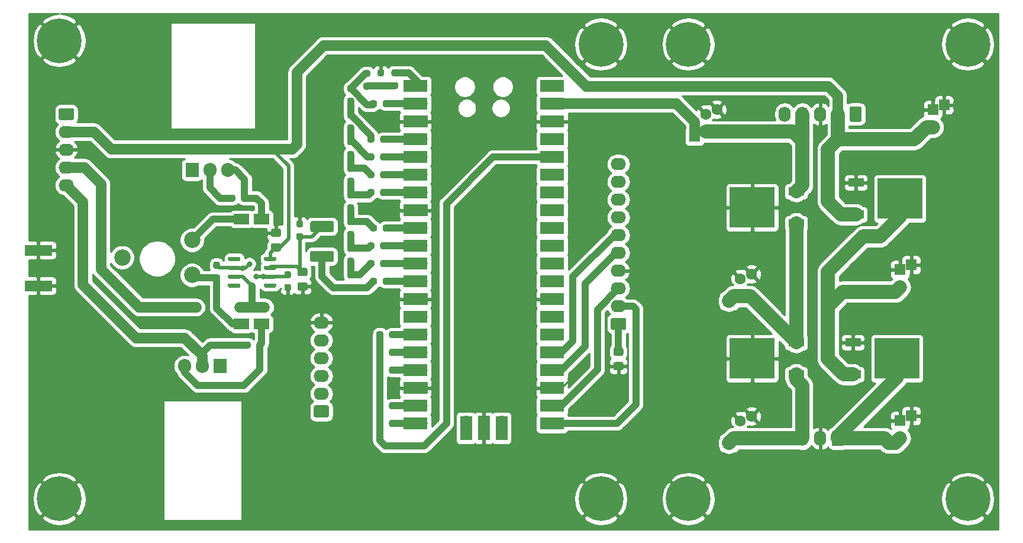
<source format=gtl>
G04 #@! TF.GenerationSoftware,KiCad,Pcbnew,(5.1.12)-1*
G04 #@! TF.CreationDate,2021-12-19T16:56:21+01:00*
G04 #@! TF.ProjectId,AWG,4157472e-6b69-4636-9164-5f7063625858,rev?*
G04 #@! TF.SameCoordinates,Original*
G04 #@! TF.FileFunction,Copper,L1,Top*
G04 #@! TF.FilePolarity,Positive*
%FSLAX46Y46*%
G04 Gerber Fmt 4.6, Leading zero omitted, Abs format (unit mm)*
G04 Created by KiCad (PCBNEW (5.1.12)-1) date 2021-12-19 16:56:21*
%MOMM*%
%LPD*%
G01*
G04 APERTURE LIST*
G04 #@! TA.AperFunction,ComponentPad*
%ADD10C,1.600000*%
G04 #@! TD*
G04 #@! TA.AperFunction,ComponentPad*
%ADD11R,1.600000X1.600000*%
G04 #@! TD*
G04 #@! TA.AperFunction,ComponentPad*
%ADD12O,2.190000X1.740000*%
G04 #@! TD*
G04 #@! TA.AperFunction,SMDPad,CuDef*
%ADD13R,4.000000X1.500000*%
G04 #@! TD*
G04 #@! TA.AperFunction,ComponentPad*
%ADD14O,1.740000X2.190000*%
G04 #@! TD*
G04 #@! TA.AperFunction,ComponentPad*
%ADD15O,1.905000X2.000000*%
G04 #@! TD*
G04 #@! TA.AperFunction,ComponentPad*
%ADD16R,1.905000X2.000000*%
G04 #@! TD*
G04 #@! TA.AperFunction,ComponentPad*
%ADD17C,2.340000*%
G04 #@! TD*
G04 #@! TA.AperFunction,SMDPad,CuDef*
%ADD18R,6.400000X5.800000*%
G04 #@! TD*
G04 #@! TA.AperFunction,SMDPad,CuDef*
%ADD19R,2.200000X1.200000*%
G04 #@! TD*
G04 #@! TA.AperFunction,ComponentPad*
%ADD20O,1.700000X1.700000*%
G04 #@! TD*
G04 #@! TA.AperFunction,ComponentPad*
%ADD21R,1.700000X1.700000*%
G04 #@! TD*
G04 #@! TA.AperFunction,SMDPad,CuDef*
%ADD22R,3.500000X1.700000*%
G04 #@! TD*
G04 #@! TA.AperFunction,SMDPad,CuDef*
%ADD23R,1.700000X3.500000*%
G04 #@! TD*
G04 #@! TA.AperFunction,ComponentPad*
%ADD24C,6.400000*%
G04 #@! TD*
G04 #@! TA.AperFunction,ComponentPad*
%ADD25C,0.800000*%
G04 #@! TD*
G04 #@! TA.AperFunction,SMDPad,CuDef*
%ADD26R,2.200000X1.500000*%
G04 #@! TD*
G04 #@! TA.AperFunction,ViaPad*
%ADD27C,0.800000*%
G04 #@! TD*
G04 #@! TA.AperFunction,Conductor*
%ADD28C,0.250000*%
G04 #@! TD*
G04 #@! TA.AperFunction,Conductor*
%ADD29C,2.000000*%
G04 #@! TD*
G04 #@! TA.AperFunction,Conductor*
%ADD30C,1.000000*%
G04 #@! TD*
G04 #@! TA.AperFunction,Conductor*
%ADD31C,1.500000*%
G04 #@! TD*
G04 #@! TA.AperFunction,Conductor*
%ADD32C,0.500000*%
G04 #@! TD*
G04 #@! TA.AperFunction,Conductor*
%ADD33C,0.254000*%
G04 #@! TD*
G04 #@! TA.AperFunction,Conductor*
%ADD34C,0.100000*%
G04 #@! TD*
G04 APERTURE END LIST*
G04 #@! TA.AperFunction,SMDPad,CuDef*
G36*
G01*
X224525000Y-100450000D02*
X225475000Y-100450000D01*
G75*
G02*
X225725000Y-100700000I0J-250000D01*
G01*
X225725000Y-101375000D01*
G75*
G02*
X225475000Y-101625000I-250000J0D01*
G01*
X224525000Y-101625000D01*
G75*
G02*
X224275000Y-101375000I0J250000D01*
G01*
X224275000Y-100700000D01*
G75*
G02*
X224525000Y-100450000I250000J0D01*
G01*
G37*
G04 #@! TD.AperFunction*
G04 #@! TA.AperFunction,SMDPad,CuDef*
G36*
G01*
X224525000Y-98375000D02*
X225475000Y-98375000D01*
G75*
G02*
X225725000Y-98625000I0J-250000D01*
G01*
X225725000Y-99300000D01*
G75*
G02*
X225475000Y-99550000I-250000J0D01*
G01*
X224525000Y-99550000D01*
G75*
G02*
X224275000Y-99300000I0J250000D01*
G01*
X224275000Y-98625000D01*
G75*
G02*
X224525000Y-98375000I250000J0D01*
G01*
G37*
G04 #@! TD.AperFunction*
G04 #@! TA.AperFunction,SMDPad,CuDef*
G36*
G01*
X175525000Y-81375000D02*
X176475000Y-81375000D01*
G75*
G02*
X176725000Y-81625000I0J-250000D01*
G01*
X176725000Y-82300000D01*
G75*
G02*
X176475000Y-82550000I-250000J0D01*
G01*
X175525000Y-82550000D01*
G75*
G02*
X175275000Y-82300000I0J250000D01*
G01*
X175275000Y-81625000D01*
G75*
G02*
X175525000Y-81375000I250000J0D01*
G01*
G37*
G04 #@! TD.AperFunction*
G04 #@! TA.AperFunction,SMDPad,CuDef*
G36*
G01*
X175525000Y-83450000D02*
X176475000Y-83450000D01*
G75*
G02*
X176725000Y-83700000I0J-250000D01*
G01*
X176725000Y-84375000D01*
G75*
G02*
X176475000Y-84625000I-250000J0D01*
G01*
X175525000Y-84625000D01*
G75*
G02*
X175275000Y-84375000I0J250000D01*
G01*
X175275000Y-83700000D01*
G75*
G02*
X175525000Y-83450000I250000J0D01*
G01*
G37*
G04 #@! TD.AperFunction*
D10*
X244040000Y-108189063D03*
D11*
X240840000Y-112030937D03*
D10*
X242440000Y-108860000D03*
D11*
X242440000Y-111360000D03*
D10*
X263700000Y-111990937D03*
D11*
X266900000Y-108149063D03*
D10*
X265300000Y-111320000D03*
D11*
X265300000Y-108820000D03*
X242440000Y-91040000D03*
D10*
X242440000Y-88540000D03*
D11*
X240840000Y-91710937D03*
D10*
X244040000Y-87869063D03*
D11*
X265300000Y-87230000D03*
D10*
X265300000Y-89730000D03*
D11*
X266900000Y-86559063D03*
D10*
X263700000Y-90400937D03*
X239100000Y-64329063D03*
D11*
X235900000Y-68170937D03*
D10*
X237500000Y-65000000D03*
D11*
X237500000Y-67500000D03*
X270000000Y-64370000D03*
D10*
X270000000Y-66870000D03*
D11*
X271600000Y-63699063D03*
D10*
X268400000Y-67540937D03*
G04 #@! TA.AperFunction,ComponentPad*
G36*
G01*
X225845001Y-95870000D02*
X224154999Y-95870000D01*
G75*
G02*
X223905000Y-95620001I0J249999D01*
G01*
X223905000Y-94379999D01*
G75*
G02*
X224154999Y-94130000I249999J0D01*
G01*
X225845001Y-94130000D01*
G75*
G02*
X226095000Y-94379999I0J-249999D01*
G01*
X226095000Y-95620001D01*
G75*
G02*
X225845001Y-95870000I-249999J0D01*
G01*
G37*
G04 #@! TD.AperFunction*
D12*
X225000000Y-92460000D03*
X225000000Y-89920000D03*
X225000000Y-87380000D03*
X225000000Y-84840000D03*
X225000000Y-82300000D03*
X225000000Y-79760000D03*
X225000000Y-77220000D03*
X225000000Y-74680000D03*
X225000000Y-72140000D03*
D13*
X142000000Y-84460000D03*
X142000000Y-89540000D03*
G04 #@! TA.AperFunction,ComponentPad*
G36*
G01*
X257280000Y-110514999D02*
X257280000Y-112205001D01*
G75*
G02*
X257030001Y-112455000I-249999J0D01*
G01*
X255789999Y-112455000D01*
G75*
G02*
X255540000Y-112205001I0J249999D01*
G01*
X255540000Y-110514999D01*
G75*
G02*
X255789999Y-110265000I249999J0D01*
G01*
X257030001Y-110265000D01*
G75*
G02*
X257280000Y-110514999I0J-249999D01*
G01*
G37*
G04 #@! TD.AperFunction*
D14*
X253870000Y-111360000D03*
X251330000Y-111360000D03*
G04 #@! TA.AperFunction,ComponentPad*
G36*
G01*
X259820000Y-64154999D02*
X259820000Y-65845001D01*
G75*
G02*
X259570001Y-66095000I-249999J0D01*
G01*
X258329999Y-66095000D01*
G75*
G02*
X258080000Y-65845001I0J249999D01*
G01*
X258080000Y-64154999D01*
G75*
G02*
X258329999Y-63905000I249999J0D01*
G01*
X259570001Y-63905000D01*
G75*
G02*
X259820000Y-64154999I0J-249999D01*
G01*
G37*
G04 #@! TD.AperFunction*
X256410000Y-65000000D03*
X253870000Y-65000000D03*
X251330000Y-65000000D03*
X248790000Y-65000000D03*
D12*
X182500000Y-94800000D03*
X182500000Y-97340000D03*
X182500000Y-99880000D03*
X182500000Y-102420000D03*
X182500000Y-104960000D03*
G04 #@! TA.AperFunction,ComponentPad*
G36*
G01*
X183345001Y-108370000D02*
X181654999Y-108370000D01*
G75*
G02*
X181405000Y-108120001I0J249999D01*
G01*
X181405000Y-106879999D01*
G75*
G02*
X181654999Y-106630000I249999J0D01*
G01*
X183345001Y-106630000D01*
G75*
G02*
X183595000Y-106879999I0J-249999D01*
G01*
X183595000Y-108120001D01*
G75*
G02*
X183345001Y-108370000I-249999J0D01*
G01*
G37*
G04 #@! TD.AperFunction*
D15*
X162920000Y-101000000D03*
X165460000Y-101000000D03*
D16*
X168000000Y-101000000D03*
G04 #@! TA.AperFunction,SMDPad,CuDef*
G36*
G01*
X190432500Y-88662500D02*
X190432500Y-89137500D01*
G75*
G02*
X190195000Y-89375000I-237500J0D01*
G01*
X189695000Y-89375000D01*
G75*
G02*
X189457500Y-89137500I0J237500D01*
G01*
X189457500Y-88662500D01*
G75*
G02*
X189695000Y-88425000I237500J0D01*
G01*
X190195000Y-88425000D01*
G75*
G02*
X190432500Y-88662500I0J-237500D01*
G01*
G37*
G04 #@! TD.AperFunction*
G04 #@! TA.AperFunction,SMDPad,CuDef*
G36*
G01*
X192257500Y-88662500D02*
X192257500Y-89137500D01*
G75*
G02*
X192020000Y-89375000I-237500J0D01*
G01*
X191520000Y-89375000D01*
G75*
G02*
X191282500Y-89137500I0J237500D01*
G01*
X191282500Y-88662500D01*
G75*
G02*
X191520000Y-88425000I237500J0D01*
G01*
X192020000Y-88425000D01*
G75*
G02*
X192257500Y-88662500I0J-237500D01*
G01*
G37*
G04 #@! TD.AperFunction*
G04 #@! TA.AperFunction,SMDPad,CuDef*
G36*
G01*
X191900000Y-86122500D02*
X191900000Y-86597500D01*
G75*
G02*
X191662500Y-86835000I-237500J0D01*
G01*
X191162500Y-86835000D01*
G75*
G02*
X190925000Y-86597500I0J237500D01*
G01*
X190925000Y-86122500D01*
G75*
G02*
X191162500Y-85885000I237500J0D01*
G01*
X191662500Y-85885000D01*
G75*
G02*
X191900000Y-86122500I0J-237500D01*
G01*
G37*
G04 #@! TD.AperFunction*
G04 #@! TA.AperFunction,SMDPad,CuDef*
G36*
G01*
X190075000Y-86122500D02*
X190075000Y-86597500D01*
G75*
G02*
X189837500Y-86835000I-237500J0D01*
G01*
X189337500Y-86835000D01*
G75*
G02*
X189100000Y-86597500I0J237500D01*
G01*
X189100000Y-86122500D01*
G75*
G02*
X189337500Y-85885000I237500J0D01*
G01*
X189837500Y-85885000D01*
G75*
G02*
X190075000Y-86122500I0J-237500D01*
G01*
G37*
G04 #@! TD.AperFunction*
G04 #@! TA.AperFunction,SMDPad,CuDef*
G36*
G01*
X190075000Y-83582500D02*
X190075000Y-84057500D01*
G75*
G02*
X189837500Y-84295000I-237500J0D01*
G01*
X189337500Y-84295000D01*
G75*
G02*
X189100000Y-84057500I0J237500D01*
G01*
X189100000Y-83582500D01*
G75*
G02*
X189337500Y-83345000I237500J0D01*
G01*
X189837500Y-83345000D01*
G75*
G02*
X190075000Y-83582500I0J-237500D01*
G01*
G37*
G04 #@! TD.AperFunction*
G04 #@! TA.AperFunction,SMDPad,CuDef*
G36*
G01*
X191900000Y-83582500D02*
X191900000Y-84057500D01*
G75*
G02*
X191662500Y-84295000I-237500J0D01*
G01*
X191162500Y-84295000D01*
G75*
G02*
X190925000Y-84057500I0J237500D01*
G01*
X190925000Y-83582500D01*
G75*
G02*
X191162500Y-83345000I237500J0D01*
G01*
X191662500Y-83345000D01*
G75*
G02*
X191900000Y-83582500I0J-237500D01*
G01*
G37*
G04 #@! TD.AperFunction*
G04 #@! TA.AperFunction,SMDPad,CuDef*
G36*
G01*
X192257500Y-81042500D02*
X192257500Y-81517500D01*
G75*
G02*
X192020000Y-81755000I-237500J0D01*
G01*
X191520000Y-81755000D01*
G75*
G02*
X191282500Y-81517500I0J237500D01*
G01*
X191282500Y-81042500D01*
G75*
G02*
X191520000Y-80805000I237500J0D01*
G01*
X192020000Y-80805000D01*
G75*
G02*
X192257500Y-81042500I0J-237500D01*
G01*
G37*
G04 #@! TD.AperFunction*
G04 #@! TA.AperFunction,SMDPad,CuDef*
G36*
G01*
X190432500Y-81042500D02*
X190432500Y-81517500D01*
G75*
G02*
X190195000Y-81755000I-237500J0D01*
G01*
X189695000Y-81755000D01*
G75*
G02*
X189457500Y-81517500I0J237500D01*
G01*
X189457500Y-81042500D01*
G75*
G02*
X189695000Y-80805000I237500J0D01*
G01*
X190195000Y-80805000D01*
G75*
G02*
X190432500Y-81042500I0J-237500D01*
G01*
G37*
G04 #@! TD.AperFunction*
G04 #@! TA.AperFunction,SMDPad,CuDef*
G36*
G01*
X190075000Y-75962500D02*
X190075000Y-76437500D01*
G75*
G02*
X189837500Y-76675000I-237500J0D01*
G01*
X189337500Y-76675000D01*
G75*
G02*
X189100000Y-76437500I0J237500D01*
G01*
X189100000Y-75962500D01*
G75*
G02*
X189337500Y-75725000I237500J0D01*
G01*
X189837500Y-75725000D01*
G75*
G02*
X190075000Y-75962500I0J-237500D01*
G01*
G37*
G04 #@! TD.AperFunction*
G04 #@! TA.AperFunction,SMDPad,CuDef*
G36*
G01*
X191900000Y-75962500D02*
X191900000Y-76437500D01*
G75*
G02*
X191662500Y-76675000I-237500J0D01*
G01*
X191162500Y-76675000D01*
G75*
G02*
X190925000Y-76437500I0J237500D01*
G01*
X190925000Y-75962500D01*
G75*
G02*
X191162500Y-75725000I237500J0D01*
G01*
X191662500Y-75725000D01*
G75*
G02*
X191900000Y-75962500I0J-237500D01*
G01*
G37*
G04 #@! TD.AperFunction*
G04 #@! TA.AperFunction,SMDPad,CuDef*
G36*
G01*
X191900000Y-73422500D02*
X191900000Y-73897500D01*
G75*
G02*
X191662500Y-74135000I-237500J0D01*
G01*
X191162500Y-74135000D01*
G75*
G02*
X190925000Y-73897500I0J237500D01*
G01*
X190925000Y-73422500D01*
G75*
G02*
X191162500Y-73185000I237500J0D01*
G01*
X191662500Y-73185000D01*
G75*
G02*
X191900000Y-73422500I0J-237500D01*
G01*
G37*
G04 #@! TD.AperFunction*
G04 #@! TA.AperFunction,SMDPad,CuDef*
G36*
G01*
X190075000Y-73422500D02*
X190075000Y-73897500D01*
G75*
G02*
X189837500Y-74135000I-237500J0D01*
G01*
X189337500Y-74135000D01*
G75*
G02*
X189100000Y-73897500I0J237500D01*
G01*
X189100000Y-73422500D01*
G75*
G02*
X189337500Y-73185000I237500J0D01*
G01*
X189837500Y-73185000D01*
G75*
G02*
X190075000Y-73422500I0J-237500D01*
G01*
G37*
G04 #@! TD.AperFunction*
G04 #@! TA.AperFunction,SMDPad,CuDef*
G36*
G01*
X190075000Y-70882500D02*
X190075000Y-71357500D01*
G75*
G02*
X189837500Y-71595000I-237500J0D01*
G01*
X189337500Y-71595000D01*
G75*
G02*
X189100000Y-71357500I0J237500D01*
G01*
X189100000Y-70882500D01*
G75*
G02*
X189337500Y-70645000I237500J0D01*
G01*
X189837500Y-70645000D01*
G75*
G02*
X190075000Y-70882500I0J-237500D01*
G01*
G37*
G04 #@! TD.AperFunction*
G04 #@! TA.AperFunction,SMDPad,CuDef*
G36*
G01*
X191900000Y-70882500D02*
X191900000Y-71357500D01*
G75*
G02*
X191662500Y-71595000I-237500J0D01*
G01*
X191162500Y-71595000D01*
G75*
G02*
X190925000Y-71357500I0J237500D01*
G01*
X190925000Y-70882500D01*
G75*
G02*
X191162500Y-70645000I237500J0D01*
G01*
X191662500Y-70645000D01*
G75*
G02*
X191900000Y-70882500I0J-237500D01*
G01*
G37*
G04 #@! TD.AperFunction*
G04 #@! TA.AperFunction,SMDPad,CuDef*
G36*
G01*
X191900000Y-68342500D02*
X191900000Y-68817500D01*
G75*
G02*
X191662500Y-69055000I-237500J0D01*
G01*
X191162500Y-69055000D01*
G75*
G02*
X190925000Y-68817500I0J237500D01*
G01*
X190925000Y-68342500D01*
G75*
G02*
X191162500Y-68105000I237500J0D01*
G01*
X191662500Y-68105000D01*
G75*
G02*
X191900000Y-68342500I0J-237500D01*
G01*
G37*
G04 #@! TD.AperFunction*
G04 #@! TA.AperFunction,SMDPad,CuDef*
G36*
G01*
X190075000Y-68342500D02*
X190075000Y-68817500D01*
G75*
G02*
X189837500Y-69055000I-237500J0D01*
G01*
X189337500Y-69055000D01*
G75*
G02*
X189100000Y-68817500I0J237500D01*
G01*
X189100000Y-68342500D01*
G75*
G02*
X189337500Y-68105000I237500J0D01*
G01*
X189837500Y-68105000D01*
G75*
G02*
X190075000Y-68342500I0J-237500D01*
G01*
G37*
G04 #@! TD.AperFunction*
G04 #@! TA.AperFunction,SMDPad,CuDef*
G36*
G01*
X190432500Y-63262500D02*
X190432500Y-63737500D01*
G75*
G02*
X190195000Y-63975000I-237500J0D01*
G01*
X189695000Y-63975000D01*
G75*
G02*
X189457500Y-63737500I0J237500D01*
G01*
X189457500Y-63262500D01*
G75*
G02*
X189695000Y-63025000I237500J0D01*
G01*
X190195000Y-63025000D01*
G75*
G02*
X190432500Y-63262500I0J-237500D01*
G01*
G37*
G04 #@! TD.AperFunction*
G04 #@! TA.AperFunction,SMDPad,CuDef*
G36*
G01*
X192257500Y-63262500D02*
X192257500Y-63737500D01*
G75*
G02*
X192020000Y-63975000I-237500J0D01*
G01*
X191520000Y-63975000D01*
G75*
G02*
X191282500Y-63737500I0J237500D01*
G01*
X191282500Y-63262500D01*
G75*
G02*
X191520000Y-63025000I237500J0D01*
G01*
X192020000Y-63025000D01*
G75*
G02*
X192257500Y-63262500I0J-237500D01*
G01*
G37*
G04 #@! TD.AperFunction*
G04 #@! TA.AperFunction,SMDPad,CuDef*
G36*
G01*
X192762500Y-58600000D02*
X193237500Y-58600000D01*
G75*
G02*
X193475000Y-58837500I0J-237500D01*
G01*
X193475000Y-59337500D01*
G75*
G02*
X193237500Y-59575000I-237500J0D01*
G01*
X192762500Y-59575000D01*
G75*
G02*
X192525000Y-59337500I0J237500D01*
G01*
X192525000Y-58837500D01*
G75*
G02*
X192762500Y-58600000I237500J0D01*
G01*
G37*
G04 #@! TD.AperFunction*
G04 #@! TA.AperFunction,SMDPad,CuDef*
G36*
G01*
X192762500Y-60425000D02*
X193237500Y-60425000D01*
G75*
G02*
X193475000Y-60662500I0J-237500D01*
G01*
X193475000Y-61162500D01*
G75*
G02*
X193237500Y-61400000I-237500J0D01*
G01*
X192762500Y-61400000D01*
G75*
G02*
X192525000Y-61162500I0J237500D01*
G01*
X192525000Y-60662500D01*
G75*
G02*
X192762500Y-60425000I237500J0D01*
G01*
G37*
G04 #@! TD.AperFunction*
G04 #@! TA.AperFunction,SMDPad,CuDef*
G36*
G01*
X186927500Y-88475000D02*
X186452500Y-88475000D01*
G75*
G02*
X186215000Y-88237500I0J237500D01*
G01*
X186215000Y-87737500D01*
G75*
G02*
X186452500Y-87500000I237500J0D01*
G01*
X186927500Y-87500000D01*
G75*
G02*
X187165000Y-87737500I0J-237500D01*
G01*
X187165000Y-88237500D01*
G75*
G02*
X186927500Y-88475000I-237500J0D01*
G01*
G37*
G04 #@! TD.AperFunction*
G04 #@! TA.AperFunction,SMDPad,CuDef*
G36*
G01*
X186927500Y-90300000D02*
X186452500Y-90300000D01*
G75*
G02*
X186215000Y-90062500I0J237500D01*
G01*
X186215000Y-89562500D01*
G75*
G02*
X186452500Y-89325000I237500J0D01*
G01*
X186927500Y-89325000D01*
G75*
G02*
X187165000Y-89562500I0J-237500D01*
G01*
X187165000Y-90062500D01*
G75*
G02*
X186927500Y-90300000I-237500J0D01*
G01*
G37*
G04 #@! TD.AperFunction*
G04 #@! TA.AperFunction,SMDPad,CuDef*
G36*
G01*
X186927500Y-84665000D02*
X186452500Y-84665000D01*
G75*
G02*
X186215000Y-84427500I0J237500D01*
G01*
X186215000Y-83927500D01*
G75*
G02*
X186452500Y-83690000I237500J0D01*
G01*
X186927500Y-83690000D01*
G75*
G02*
X187165000Y-83927500I0J-237500D01*
G01*
X187165000Y-84427500D01*
G75*
G02*
X186927500Y-84665000I-237500J0D01*
G01*
G37*
G04 #@! TD.AperFunction*
G04 #@! TA.AperFunction,SMDPad,CuDef*
G36*
G01*
X186927500Y-86490000D02*
X186452500Y-86490000D01*
G75*
G02*
X186215000Y-86252500I0J237500D01*
G01*
X186215000Y-85752500D01*
G75*
G02*
X186452500Y-85515000I237500J0D01*
G01*
X186927500Y-85515000D01*
G75*
G02*
X187165000Y-85752500I0J-237500D01*
G01*
X187165000Y-86252500D01*
G75*
G02*
X186927500Y-86490000I-237500J0D01*
G01*
G37*
G04 #@! TD.AperFunction*
G04 #@! TA.AperFunction,SMDPad,CuDef*
G36*
G01*
X186927500Y-82680000D02*
X186452500Y-82680000D01*
G75*
G02*
X186215000Y-82442500I0J237500D01*
G01*
X186215000Y-81942500D01*
G75*
G02*
X186452500Y-81705000I237500J0D01*
G01*
X186927500Y-81705000D01*
G75*
G02*
X187165000Y-81942500I0J-237500D01*
G01*
X187165000Y-82442500D01*
G75*
G02*
X186927500Y-82680000I-237500J0D01*
G01*
G37*
G04 #@! TD.AperFunction*
G04 #@! TA.AperFunction,SMDPad,CuDef*
G36*
G01*
X186927500Y-80855000D02*
X186452500Y-80855000D01*
G75*
G02*
X186215000Y-80617500I0J237500D01*
G01*
X186215000Y-80117500D01*
G75*
G02*
X186452500Y-79880000I237500J0D01*
G01*
X186927500Y-79880000D01*
G75*
G02*
X187165000Y-80117500I0J-237500D01*
G01*
X187165000Y-80617500D01*
G75*
G02*
X186927500Y-80855000I-237500J0D01*
G01*
G37*
G04 #@! TD.AperFunction*
G04 #@! TA.AperFunction,SMDPad,CuDef*
G36*
G01*
X186927500Y-77045000D02*
X186452500Y-77045000D01*
G75*
G02*
X186215000Y-76807500I0J237500D01*
G01*
X186215000Y-76307500D01*
G75*
G02*
X186452500Y-76070000I237500J0D01*
G01*
X186927500Y-76070000D01*
G75*
G02*
X187165000Y-76307500I0J-237500D01*
G01*
X187165000Y-76807500D01*
G75*
G02*
X186927500Y-77045000I-237500J0D01*
G01*
G37*
G04 #@! TD.AperFunction*
G04 #@! TA.AperFunction,SMDPad,CuDef*
G36*
G01*
X186927500Y-78870000D02*
X186452500Y-78870000D01*
G75*
G02*
X186215000Y-78632500I0J237500D01*
G01*
X186215000Y-78132500D01*
G75*
G02*
X186452500Y-77895000I237500J0D01*
G01*
X186927500Y-77895000D01*
G75*
G02*
X187165000Y-78132500I0J-237500D01*
G01*
X187165000Y-78632500D01*
G75*
G02*
X186927500Y-78870000I-237500J0D01*
G01*
G37*
G04 #@! TD.AperFunction*
G04 #@! TA.AperFunction,SMDPad,CuDef*
G36*
G01*
X186927500Y-75060000D02*
X186452500Y-75060000D01*
G75*
G02*
X186215000Y-74822500I0J237500D01*
G01*
X186215000Y-74322500D01*
G75*
G02*
X186452500Y-74085000I237500J0D01*
G01*
X186927500Y-74085000D01*
G75*
G02*
X187165000Y-74322500I0J-237500D01*
G01*
X187165000Y-74822500D01*
G75*
G02*
X186927500Y-75060000I-237500J0D01*
G01*
G37*
G04 #@! TD.AperFunction*
G04 #@! TA.AperFunction,SMDPad,CuDef*
G36*
G01*
X186927500Y-73235000D02*
X186452500Y-73235000D01*
G75*
G02*
X186215000Y-72997500I0J237500D01*
G01*
X186215000Y-72497500D01*
G75*
G02*
X186452500Y-72260000I237500J0D01*
G01*
X186927500Y-72260000D01*
G75*
G02*
X187165000Y-72497500I0J-237500D01*
G01*
X187165000Y-72997500D01*
G75*
G02*
X186927500Y-73235000I-237500J0D01*
G01*
G37*
G04 #@! TD.AperFunction*
G04 #@! TA.AperFunction,SMDPad,CuDef*
G36*
G01*
X186927500Y-69425000D02*
X186452500Y-69425000D01*
G75*
G02*
X186215000Y-69187500I0J237500D01*
G01*
X186215000Y-68687500D01*
G75*
G02*
X186452500Y-68450000I237500J0D01*
G01*
X186927500Y-68450000D01*
G75*
G02*
X187165000Y-68687500I0J-237500D01*
G01*
X187165000Y-69187500D01*
G75*
G02*
X186927500Y-69425000I-237500J0D01*
G01*
G37*
G04 #@! TD.AperFunction*
G04 #@! TA.AperFunction,SMDPad,CuDef*
G36*
G01*
X186927500Y-71250000D02*
X186452500Y-71250000D01*
G75*
G02*
X186215000Y-71012500I0J237500D01*
G01*
X186215000Y-70512500D01*
G75*
G02*
X186452500Y-70275000I237500J0D01*
G01*
X186927500Y-70275000D01*
G75*
G02*
X187165000Y-70512500I0J-237500D01*
G01*
X187165000Y-71012500D01*
G75*
G02*
X186927500Y-71250000I-237500J0D01*
G01*
G37*
G04 #@! TD.AperFunction*
G04 #@! TA.AperFunction,SMDPad,CuDef*
G36*
G01*
X186927500Y-67440000D02*
X186452500Y-67440000D01*
G75*
G02*
X186215000Y-67202500I0J237500D01*
G01*
X186215000Y-66702500D01*
G75*
G02*
X186452500Y-66465000I237500J0D01*
G01*
X186927500Y-66465000D01*
G75*
G02*
X187165000Y-66702500I0J-237500D01*
G01*
X187165000Y-67202500D01*
G75*
G02*
X186927500Y-67440000I-237500J0D01*
G01*
G37*
G04 #@! TD.AperFunction*
G04 #@! TA.AperFunction,SMDPad,CuDef*
G36*
G01*
X186927500Y-65615000D02*
X186452500Y-65615000D01*
G75*
G02*
X186215000Y-65377500I0J237500D01*
G01*
X186215000Y-64877500D01*
G75*
G02*
X186452500Y-64640000I237500J0D01*
G01*
X186927500Y-64640000D01*
G75*
G02*
X187165000Y-64877500I0J-237500D01*
G01*
X187165000Y-65377500D01*
G75*
G02*
X186927500Y-65615000I-237500J0D01*
G01*
G37*
G04 #@! TD.AperFunction*
G04 #@! TA.AperFunction,SMDPad,CuDef*
G36*
G01*
X186927500Y-61805000D02*
X186452500Y-61805000D01*
G75*
G02*
X186215000Y-61567500I0J237500D01*
G01*
X186215000Y-61067500D01*
G75*
G02*
X186452500Y-60830000I237500J0D01*
G01*
X186927500Y-60830000D01*
G75*
G02*
X187165000Y-61067500I0J-237500D01*
G01*
X187165000Y-61567500D01*
G75*
G02*
X186927500Y-61805000I-237500J0D01*
G01*
G37*
G04 #@! TD.AperFunction*
G04 #@! TA.AperFunction,SMDPad,CuDef*
G36*
G01*
X186927500Y-63630000D02*
X186452500Y-63630000D01*
G75*
G02*
X186215000Y-63392500I0J237500D01*
G01*
X186215000Y-62892500D01*
G75*
G02*
X186452500Y-62655000I237500J0D01*
G01*
X186927500Y-62655000D01*
G75*
G02*
X187165000Y-62892500I0J-237500D01*
G01*
X187165000Y-63392500D01*
G75*
G02*
X186927500Y-63630000I-237500J0D01*
G01*
G37*
G04 #@! TD.AperFunction*
G04 #@! TA.AperFunction,SMDPad,CuDef*
G36*
G01*
X188762500Y-58687500D02*
X189237500Y-58687500D01*
G75*
G02*
X189475000Y-58925000I0J-237500D01*
G01*
X189475000Y-59425000D01*
G75*
G02*
X189237500Y-59662500I-237500J0D01*
G01*
X188762500Y-59662500D01*
G75*
G02*
X188525000Y-59425000I0J237500D01*
G01*
X188525000Y-58925000D01*
G75*
G02*
X188762500Y-58687500I237500J0D01*
G01*
G37*
G04 #@! TD.AperFunction*
G04 #@! TA.AperFunction,SMDPad,CuDef*
G36*
G01*
X188762500Y-60512500D02*
X189237500Y-60512500D01*
G75*
G02*
X189475000Y-60750000I0J-237500D01*
G01*
X189475000Y-61250000D01*
G75*
G02*
X189237500Y-61487500I-237500J0D01*
G01*
X188762500Y-61487500D01*
G75*
G02*
X188525000Y-61250000I0J237500D01*
G01*
X188525000Y-60750000D01*
G75*
G02*
X188762500Y-60512500I237500J0D01*
G01*
G37*
G04 #@! TD.AperFunction*
G04 #@! TA.AperFunction,SMDPad,CuDef*
G36*
G01*
X191237500Y-59575000D02*
X190762500Y-59575000D01*
G75*
G02*
X190525000Y-59337500I0J237500D01*
G01*
X190525000Y-58837500D01*
G75*
G02*
X190762500Y-58600000I237500J0D01*
G01*
X191237500Y-58600000D01*
G75*
G02*
X191475000Y-58837500I0J-237500D01*
G01*
X191475000Y-59337500D01*
G75*
G02*
X191237500Y-59575000I-237500J0D01*
G01*
G37*
G04 #@! TD.AperFunction*
G04 #@! TA.AperFunction,SMDPad,CuDef*
G36*
G01*
X191237500Y-61400000D02*
X190762500Y-61400000D01*
G75*
G02*
X190525000Y-61162500I0J237500D01*
G01*
X190525000Y-60662500D01*
G75*
G02*
X190762500Y-60425000I237500J0D01*
G01*
X191237500Y-60425000D01*
G75*
G02*
X191475000Y-60662500I0J-237500D01*
G01*
X191475000Y-61162500D01*
G75*
G02*
X191237500Y-61400000I-237500J0D01*
G01*
G37*
G04 #@! TD.AperFunction*
G04 #@! TA.AperFunction,SMDPad,CuDef*
G36*
G01*
X179637500Y-83000000D02*
X179162500Y-83000000D01*
G75*
G02*
X178925000Y-82762500I0J237500D01*
G01*
X178925000Y-82262500D01*
G75*
G02*
X179162500Y-82025000I237500J0D01*
G01*
X179637500Y-82025000D01*
G75*
G02*
X179875000Y-82262500I0J-237500D01*
G01*
X179875000Y-82762500D01*
G75*
G02*
X179637500Y-83000000I-237500J0D01*
G01*
G37*
G04 #@! TD.AperFunction*
G04 #@! TA.AperFunction,SMDPad,CuDef*
G36*
G01*
X179637500Y-81175000D02*
X179162500Y-81175000D01*
G75*
G02*
X178925000Y-80937500I0J237500D01*
G01*
X178925000Y-80437500D01*
G75*
G02*
X179162500Y-80200000I237500J0D01*
G01*
X179637500Y-80200000D01*
G75*
G02*
X179875000Y-80437500I0J-237500D01*
G01*
X179875000Y-80937500D01*
G75*
G02*
X179637500Y-81175000I-237500J0D01*
G01*
G37*
G04 #@! TD.AperFunction*
G04 #@! TA.AperFunction,SMDPad,CuDef*
G36*
G01*
X177442500Y-89285000D02*
X177917500Y-89285000D01*
G75*
G02*
X178155000Y-89522500I0J-237500D01*
G01*
X178155000Y-90022500D01*
G75*
G02*
X177917500Y-90260000I-237500J0D01*
G01*
X177442500Y-90260000D01*
G75*
G02*
X177205000Y-90022500I0J237500D01*
G01*
X177205000Y-89522500D01*
G75*
G02*
X177442500Y-89285000I237500J0D01*
G01*
G37*
G04 #@! TD.AperFunction*
G04 #@! TA.AperFunction,SMDPad,CuDef*
G36*
G01*
X177442500Y-87460000D02*
X177917500Y-87460000D01*
G75*
G02*
X178155000Y-87697500I0J-237500D01*
G01*
X178155000Y-88197500D01*
G75*
G02*
X177917500Y-88435000I-237500J0D01*
G01*
X177442500Y-88435000D01*
G75*
G02*
X177205000Y-88197500I0J237500D01*
G01*
X177205000Y-87697500D01*
G75*
G02*
X177442500Y-87460000I237500J0D01*
G01*
G37*
G04 #@! TD.AperFunction*
G04 #@! TA.AperFunction,SMDPad,CuDef*
G36*
G01*
X167262500Y-87925000D02*
X167737500Y-87925000D01*
G75*
G02*
X167975000Y-88162500I0J-237500D01*
G01*
X167975000Y-88662500D01*
G75*
G02*
X167737500Y-88900000I-237500J0D01*
G01*
X167262500Y-88900000D01*
G75*
G02*
X167025000Y-88662500I0J237500D01*
G01*
X167025000Y-88162500D01*
G75*
G02*
X167262500Y-87925000I237500J0D01*
G01*
G37*
G04 #@! TD.AperFunction*
G04 #@! TA.AperFunction,SMDPad,CuDef*
G36*
G01*
X167262500Y-86100000D02*
X167737500Y-86100000D01*
G75*
G02*
X167975000Y-86337500I0J-237500D01*
G01*
X167975000Y-86837500D01*
G75*
G02*
X167737500Y-87075000I-237500J0D01*
G01*
X167262500Y-87075000D01*
G75*
G02*
X167025000Y-86837500I0J237500D01*
G01*
X167025000Y-86337500D01*
G75*
G02*
X167262500Y-86100000I237500J0D01*
G01*
G37*
G04 #@! TD.AperFunction*
G04 #@! TA.AperFunction,SMDPad,CuDef*
G36*
G01*
X173225000Y-98237500D02*
X173225000Y-97762500D01*
G75*
G02*
X173462500Y-97525000I237500J0D01*
G01*
X173962500Y-97525000D01*
G75*
G02*
X174200000Y-97762500I0J-237500D01*
G01*
X174200000Y-98237500D01*
G75*
G02*
X173962500Y-98475000I-237500J0D01*
G01*
X173462500Y-98475000D01*
G75*
G02*
X173225000Y-98237500I0J237500D01*
G01*
G37*
G04 #@! TD.AperFunction*
G04 #@! TA.AperFunction,SMDPad,CuDef*
G36*
G01*
X171400000Y-98237500D02*
X171400000Y-97762500D01*
G75*
G02*
X171637500Y-97525000I237500J0D01*
G01*
X172137500Y-97525000D01*
G75*
G02*
X172375000Y-97762500I0J-237500D01*
G01*
X172375000Y-98237500D01*
G75*
G02*
X172137500Y-98475000I-237500J0D01*
G01*
X171637500Y-98475000D01*
G75*
G02*
X171400000Y-98237500I0J237500D01*
G01*
G37*
G04 #@! TD.AperFunction*
G04 #@! TA.AperFunction,SMDPad,CuDef*
G36*
G01*
X172000000Y-76762500D02*
X172000000Y-77237500D01*
G75*
G02*
X171762500Y-77475000I-237500J0D01*
G01*
X171262500Y-77475000D01*
G75*
G02*
X171025000Y-77237500I0J237500D01*
G01*
X171025000Y-76762500D01*
G75*
G02*
X171262500Y-76525000I237500J0D01*
G01*
X171762500Y-76525000D01*
G75*
G02*
X172000000Y-76762500I0J-237500D01*
G01*
G37*
G04 #@! TD.AperFunction*
G04 #@! TA.AperFunction,SMDPad,CuDef*
G36*
G01*
X170175000Y-76762500D02*
X170175000Y-77237500D01*
G75*
G02*
X169937500Y-77475000I-237500J0D01*
G01*
X169437500Y-77475000D01*
G75*
G02*
X169200000Y-77237500I0J237500D01*
G01*
X169200000Y-76762500D01*
G75*
G02*
X169437500Y-76525000I237500J0D01*
G01*
X169937500Y-76525000D01*
G75*
G02*
X170175000Y-76762500I0J-237500D01*
G01*
G37*
G04 #@! TD.AperFunction*
G04 #@! TA.AperFunction,SMDPad,CuDef*
G36*
G01*
X193170000Y-96282500D02*
X193170000Y-96757500D01*
G75*
G02*
X192932500Y-96995000I-237500J0D01*
G01*
X192432500Y-96995000D01*
G75*
G02*
X192195000Y-96757500I0J237500D01*
G01*
X192195000Y-96282500D01*
G75*
G02*
X192432500Y-96045000I237500J0D01*
G01*
X192932500Y-96045000D01*
G75*
G02*
X193170000Y-96282500I0J-237500D01*
G01*
G37*
G04 #@! TD.AperFunction*
G04 #@! TA.AperFunction,SMDPad,CuDef*
G36*
G01*
X191345000Y-96282500D02*
X191345000Y-96757500D01*
G75*
G02*
X191107500Y-96995000I-237500J0D01*
G01*
X190607500Y-96995000D01*
G75*
G02*
X190370000Y-96757500I0J237500D01*
G01*
X190370000Y-96282500D01*
G75*
G02*
X190607500Y-96045000I237500J0D01*
G01*
X191107500Y-96045000D01*
G75*
G02*
X191345000Y-96282500I0J-237500D01*
G01*
G37*
G04 #@! TD.AperFunction*
G04 #@! TA.AperFunction,SMDPad,CuDef*
G36*
G01*
X191345000Y-98822500D02*
X191345000Y-99297500D01*
G75*
G02*
X191107500Y-99535000I-237500J0D01*
G01*
X190607500Y-99535000D01*
G75*
G02*
X190370000Y-99297500I0J237500D01*
G01*
X190370000Y-98822500D01*
G75*
G02*
X190607500Y-98585000I237500J0D01*
G01*
X191107500Y-98585000D01*
G75*
G02*
X191345000Y-98822500I0J-237500D01*
G01*
G37*
G04 #@! TD.AperFunction*
G04 #@! TA.AperFunction,SMDPad,CuDef*
G36*
G01*
X193170000Y-98822500D02*
X193170000Y-99297500D01*
G75*
G02*
X192932500Y-99535000I-237500J0D01*
G01*
X192432500Y-99535000D01*
G75*
G02*
X192195000Y-99297500I0J237500D01*
G01*
X192195000Y-98822500D01*
G75*
G02*
X192432500Y-98585000I237500J0D01*
G01*
X192932500Y-98585000D01*
G75*
G02*
X193170000Y-98822500I0J-237500D01*
G01*
G37*
G04 #@! TD.AperFunction*
G04 #@! TA.AperFunction,SMDPad,CuDef*
G36*
G01*
X193170000Y-101362500D02*
X193170000Y-101837500D01*
G75*
G02*
X192932500Y-102075000I-237500J0D01*
G01*
X192432500Y-102075000D01*
G75*
G02*
X192195000Y-101837500I0J237500D01*
G01*
X192195000Y-101362500D01*
G75*
G02*
X192432500Y-101125000I237500J0D01*
G01*
X192932500Y-101125000D01*
G75*
G02*
X193170000Y-101362500I0J-237500D01*
G01*
G37*
G04 #@! TD.AperFunction*
G04 #@! TA.AperFunction,SMDPad,CuDef*
G36*
G01*
X191345000Y-101362500D02*
X191345000Y-101837500D01*
G75*
G02*
X191107500Y-102075000I-237500J0D01*
G01*
X190607500Y-102075000D01*
G75*
G02*
X190370000Y-101837500I0J237500D01*
G01*
X190370000Y-101362500D01*
G75*
G02*
X190607500Y-101125000I237500J0D01*
G01*
X191107500Y-101125000D01*
G75*
G02*
X191345000Y-101362500I0J-237500D01*
G01*
G37*
G04 #@! TD.AperFunction*
G04 #@! TA.AperFunction,SMDPad,CuDef*
G36*
G01*
X191345000Y-106442500D02*
X191345000Y-106917500D01*
G75*
G02*
X191107500Y-107155000I-237500J0D01*
G01*
X190607500Y-107155000D01*
G75*
G02*
X190370000Y-106917500I0J237500D01*
G01*
X190370000Y-106442500D01*
G75*
G02*
X190607500Y-106205000I237500J0D01*
G01*
X191107500Y-106205000D01*
G75*
G02*
X191345000Y-106442500I0J-237500D01*
G01*
G37*
G04 #@! TD.AperFunction*
G04 #@! TA.AperFunction,SMDPad,CuDef*
G36*
G01*
X193170000Y-106442500D02*
X193170000Y-106917500D01*
G75*
G02*
X192932500Y-107155000I-237500J0D01*
G01*
X192432500Y-107155000D01*
G75*
G02*
X192195000Y-106917500I0J237500D01*
G01*
X192195000Y-106442500D01*
G75*
G02*
X192432500Y-106205000I237500J0D01*
G01*
X192932500Y-106205000D01*
G75*
G02*
X193170000Y-106442500I0J-237500D01*
G01*
G37*
G04 #@! TD.AperFunction*
G04 #@! TA.AperFunction,SMDPad,CuDef*
G36*
G01*
X193170000Y-108982500D02*
X193170000Y-109457500D01*
G75*
G02*
X192932500Y-109695000I-237500J0D01*
G01*
X192432500Y-109695000D01*
G75*
G02*
X192195000Y-109457500I0J237500D01*
G01*
X192195000Y-108982500D01*
G75*
G02*
X192432500Y-108745000I237500J0D01*
G01*
X192932500Y-108745000D01*
G75*
G02*
X193170000Y-108982500I0J-237500D01*
G01*
G37*
G04 #@! TD.AperFunction*
G04 #@! TA.AperFunction,SMDPad,CuDef*
G36*
G01*
X191345000Y-108982500D02*
X191345000Y-109457500D01*
G75*
G02*
X191107500Y-109695000I-237500J0D01*
G01*
X190607500Y-109695000D01*
G75*
G02*
X190370000Y-109457500I0J237500D01*
G01*
X190370000Y-108982500D01*
G75*
G02*
X190607500Y-108745000I237500J0D01*
G01*
X191107500Y-108745000D01*
G75*
G02*
X191345000Y-108982500I0J-237500D01*
G01*
G37*
G04 #@! TD.AperFunction*
D17*
X164000000Y-88000000D03*
X154000000Y-85500000D03*
X164000000Y-83000000D03*
G04 #@! TA.AperFunction,SMDPad,CuDef*
G36*
G01*
X176050000Y-89345000D02*
X176050000Y-89645000D01*
G75*
G02*
X175900000Y-89795000I-150000J0D01*
G01*
X174450000Y-89795000D01*
G75*
G02*
X174300000Y-89645000I0J150000D01*
G01*
X174300000Y-89345000D01*
G75*
G02*
X174450000Y-89195000I150000J0D01*
G01*
X175900000Y-89195000D01*
G75*
G02*
X176050000Y-89345000I0J-150000D01*
G01*
G37*
G04 #@! TD.AperFunction*
G04 #@! TA.AperFunction,SMDPad,CuDef*
G36*
G01*
X176050000Y-88075000D02*
X176050000Y-88375000D01*
G75*
G02*
X175900000Y-88525000I-150000J0D01*
G01*
X174450000Y-88525000D01*
G75*
G02*
X174300000Y-88375000I0J150000D01*
G01*
X174300000Y-88075000D01*
G75*
G02*
X174450000Y-87925000I150000J0D01*
G01*
X175900000Y-87925000D01*
G75*
G02*
X176050000Y-88075000I0J-150000D01*
G01*
G37*
G04 #@! TD.AperFunction*
G04 #@! TA.AperFunction,SMDPad,CuDef*
G36*
G01*
X176050000Y-86805000D02*
X176050000Y-87105000D01*
G75*
G02*
X175900000Y-87255000I-150000J0D01*
G01*
X174450000Y-87255000D01*
G75*
G02*
X174300000Y-87105000I0J150000D01*
G01*
X174300000Y-86805000D01*
G75*
G02*
X174450000Y-86655000I150000J0D01*
G01*
X175900000Y-86655000D01*
G75*
G02*
X176050000Y-86805000I0J-150000D01*
G01*
G37*
G04 #@! TD.AperFunction*
G04 #@! TA.AperFunction,SMDPad,CuDef*
G36*
G01*
X176050000Y-85535000D02*
X176050000Y-85835000D01*
G75*
G02*
X175900000Y-85985000I-150000J0D01*
G01*
X174450000Y-85985000D01*
G75*
G02*
X174300000Y-85835000I0J150000D01*
G01*
X174300000Y-85535000D01*
G75*
G02*
X174450000Y-85385000I150000J0D01*
G01*
X175900000Y-85385000D01*
G75*
G02*
X176050000Y-85535000I0J-150000D01*
G01*
G37*
G04 #@! TD.AperFunction*
G04 #@! TA.AperFunction,SMDPad,CuDef*
G36*
G01*
X170900000Y-85535000D02*
X170900000Y-85835000D01*
G75*
G02*
X170750000Y-85985000I-150000J0D01*
G01*
X169300000Y-85985000D01*
G75*
G02*
X169150000Y-85835000I0J150000D01*
G01*
X169150000Y-85535000D01*
G75*
G02*
X169300000Y-85385000I150000J0D01*
G01*
X170750000Y-85385000D01*
G75*
G02*
X170900000Y-85535000I0J-150000D01*
G01*
G37*
G04 #@! TD.AperFunction*
G04 #@! TA.AperFunction,SMDPad,CuDef*
G36*
G01*
X170900000Y-86805000D02*
X170900000Y-87105000D01*
G75*
G02*
X170750000Y-87255000I-150000J0D01*
G01*
X169300000Y-87255000D01*
G75*
G02*
X169150000Y-87105000I0J150000D01*
G01*
X169150000Y-86805000D01*
G75*
G02*
X169300000Y-86655000I150000J0D01*
G01*
X170750000Y-86655000D01*
G75*
G02*
X170900000Y-86805000I0J-150000D01*
G01*
G37*
G04 #@! TD.AperFunction*
G04 #@! TA.AperFunction,SMDPad,CuDef*
G36*
G01*
X170900000Y-88075000D02*
X170900000Y-88375000D01*
G75*
G02*
X170750000Y-88525000I-150000J0D01*
G01*
X169300000Y-88525000D01*
G75*
G02*
X169150000Y-88375000I0J150000D01*
G01*
X169150000Y-88075000D01*
G75*
G02*
X169300000Y-87925000I150000J0D01*
G01*
X170750000Y-87925000D01*
G75*
G02*
X170900000Y-88075000I0J-150000D01*
G01*
G37*
G04 #@! TD.AperFunction*
G04 #@! TA.AperFunction,SMDPad,CuDef*
G36*
G01*
X170900000Y-89345000D02*
X170900000Y-89645000D01*
G75*
G02*
X170750000Y-89795000I-150000J0D01*
G01*
X169300000Y-89795000D01*
G75*
G02*
X169150000Y-89645000I0J150000D01*
G01*
X169150000Y-89345000D01*
G75*
G02*
X169300000Y-89195000I150000J0D01*
G01*
X170750000Y-89195000D01*
G75*
G02*
X170900000Y-89345000I0J-150000D01*
G01*
G37*
G04 #@! TD.AperFunction*
D18*
X244150000Y-99930000D03*
D19*
X250450000Y-97650000D03*
X250450000Y-102210000D03*
X250450000Y-80620000D03*
X250450000Y-76060000D03*
D18*
X244150000Y-78340000D03*
D20*
X196850000Y-60960000D03*
X196850000Y-63500000D03*
D21*
X196850000Y-66040000D03*
D20*
X196850000Y-68580000D03*
X196850000Y-71120000D03*
X196850000Y-73660000D03*
X196850000Y-76200000D03*
D21*
X196850000Y-78740000D03*
D20*
X196850000Y-81280000D03*
X196850000Y-83820000D03*
X196850000Y-86360000D03*
X196850000Y-88900000D03*
D21*
X196850000Y-91440000D03*
D20*
X196850000Y-93980000D03*
X196850000Y-96520000D03*
X196850000Y-99060000D03*
X196850000Y-101600000D03*
D21*
X196850000Y-104140000D03*
D20*
X196850000Y-106680000D03*
X196850000Y-109220000D03*
X214630000Y-109220000D03*
X214630000Y-106680000D03*
D21*
X214630000Y-104140000D03*
D20*
X214630000Y-101600000D03*
X214630000Y-99060000D03*
X214630000Y-96520000D03*
X214630000Y-93980000D03*
D21*
X214630000Y-91440000D03*
D20*
X214630000Y-88900000D03*
X214630000Y-86360000D03*
X214630000Y-83820000D03*
X214630000Y-81280000D03*
D21*
X214630000Y-78740000D03*
D20*
X214630000Y-76200000D03*
X214630000Y-73660000D03*
X214630000Y-71120000D03*
X214630000Y-68580000D03*
D21*
X214630000Y-66040000D03*
D20*
X214630000Y-63500000D03*
X214630000Y-60960000D03*
D22*
X195950000Y-60960000D03*
X195950000Y-63500000D03*
X195950000Y-66040000D03*
X195950000Y-68580000D03*
X195950000Y-71120000D03*
X195950000Y-73660000D03*
X195950000Y-76200000D03*
X195950000Y-78740000D03*
X195950000Y-81280000D03*
X195950000Y-83820000D03*
X195950000Y-86360000D03*
X195950000Y-88900000D03*
X195950000Y-91440000D03*
X195950000Y-93980000D03*
X195950000Y-96520000D03*
X195950000Y-99060000D03*
X195950000Y-101600000D03*
X195950000Y-104140000D03*
X195950000Y-106680000D03*
X195950000Y-109220000D03*
X215530000Y-60960000D03*
X215530000Y-63500000D03*
X215530000Y-66040000D03*
X215530000Y-68580000D03*
X215530000Y-71120000D03*
X215530000Y-73660000D03*
X215530000Y-76200000D03*
X215530000Y-78740000D03*
X215530000Y-81280000D03*
X215530000Y-83820000D03*
X215530000Y-86360000D03*
X215530000Y-88900000D03*
X215530000Y-91440000D03*
X215530000Y-93980000D03*
X215530000Y-96520000D03*
X215530000Y-99060000D03*
X215530000Y-101600000D03*
X215530000Y-104140000D03*
X215530000Y-106680000D03*
X215530000Y-109220000D03*
D23*
X203200000Y-109890000D03*
D20*
X203200000Y-108990000D03*
D23*
X205740000Y-109890000D03*
D21*
X205740000Y-108990000D03*
D23*
X208280000Y-109890000D03*
D20*
X208280000Y-108990000D03*
D18*
X264860000Y-99930000D03*
D19*
X258560000Y-102210000D03*
X258560000Y-97650000D03*
X259000000Y-74790000D03*
X259000000Y-79350000D03*
D18*
X265300000Y-77070000D03*
D24*
X275000000Y-120000000D03*
D25*
X277400000Y-120000000D03*
X276697056Y-121697056D03*
X275000000Y-122400000D03*
X273302944Y-121697056D03*
X272600000Y-120000000D03*
X273302944Y-118302944D03*
X275000000Y-117600000D03*
X276697056Y-118302944D03*
X146697056Y-52802944D03*
X145000000Y-52100000D03*
X143302944Y-52802944D03*
X142600000Y-54500000D03*
X143302944Y-56197056D03*
X145000000Y-56900000D03*
X146697056Y-56197056D03*
X147400000Y-54500000D03*
D24*
X145000000Y-54500000D03*
X275000000Y-55000000D03*
D25*
X277400000Y-55000000D03*
X276697056Y-56697056D03*
X275000000Y-57400000D03*
X273302944Y-56697056D03*
X272600000Y-55000000D03*
X273302944Y-53302944D03*
X275000000Y-52600000D03*
X276697056Y-53302944D03*
X146697056Y-118302944D03*
X145000000Y-117600000D03*
X143302944Y-118302944D03*
X142600000Y-120000000D03*
X143302944Y-121697056D03*
X145000000Y-122400000D03*
X146697056Y-121697056D03*
X147400000Y-120000000D03*
D24*
X145000000Y-120000000D03*
D25*
X236697056Y-118302944D03*
X235000000Y-117600000D03*
X233302944Y-118302944D03*
X232600000Y-120000000D03*
X233302944Y-121697056D03*
X235000000Y-122400000D03*
X236697056Y-121697056D03*
X237400000Y-120000000D03*
D24*
X235000000Y-120000000D03*
X222500000Y-55000000D03*
D25*
X224900000Y-55000000D03*
X224197056Y-56697056D03*
X222500000Y-57400000D03*
X220802944Y-56697056D03*
X220100000Y-55000000D03*
X220802944Y-53302944D03*
X222500000Y-52600000D03*
X224197056Y-53302944D03*
X224197056Y-118302944D03*
X222500000Y-117600000D03*
X220802944Y-118302944D03*
X220100000Y-120000000D03*
X220802944Y-121697056D03*
X222500000Y-122400000D03*
X224197056Y-121697056D03*
X224900000Y-120000000D03*
D24*
X222500000Y-120000000D03*
X235000000Y-55000000D03*
D25*
X237400000Y-55000000D03*
X236697056Y-56697056D03*
X235000000Y-57400000D03*
X233302944Y-56697056D03*
X232600000Y-55000000D03*
X233302944Y-53302944D03*
X235000000Y-52600000D03*
X236697056Y-53302944D03*
D26*
X171050000Y-95000000D03*
X173950000Y-95000000D03*
X171050000Y-80000000D03*
X173950000Y-80000000D03*
G04 #@! TA.AperFunction,ComponentPad*
G36*
G01*
X145154999Y-64130000D02*
X146845001Y-64130000D01*
G75*
G02*
X147095000Y-64379999I0J-249999D01*
G01*
X147095000Y-65620001D01*
G75*
G02*
X146845001Y-65870000I-249999J0D01*
G01*
X145154999Y-65870000D01*
G75*
G02*
X144905000Y-65620001I0J249999D01*
G01*
X144905000Y-64379999D01*
G75*
G02*
X145154999Y-64130000I249999J0D01*
G01*
G37*
G04 #@! TD.AperFunction*
D12*
X146000000Y-67540000D03*
X146000000Y-70080000D03*
X146000000Y-72620000D03*
X146000000Y-75160000D03*
G04 #@! TA.AperFunction,SMDPad,CuDef*
G36*
G01*
X179325000Y-86975000D02*
X180275000Y-86975000D01*
G75*
G02*
X180525000Y-87225000I0J-250000D01*
G01*
X180525000Y-87900000D01*
G75*
G02*
X180275000Y-88150000I-250000J0D01*
G01*
X179325000Y-88150000D01*
G75*
G02*
X179075000Y-87900000I0J250000D01*
G01*
X179075000Y-87225000D01*
G75*
G02*
X179325000Y-86975000I250000J0D01*
G01*
G37*
G04 #@! TD.AperFunction*
G04 #@! TA.AperFunction,SMDPad,CuDef*
G36*
G01*
X179325000Y-89050000D02*
X180275000Y-89050000D01*
G75*
G02*
X180525000Y-89300000I0J-250000D01*
G01*
X180525000Y-89975000D01*
G75*
G02*
X180275000Y-90225000I-250000J0D01*
G01*
X179325000Y-90225000D01*
G75*
G02*
X179075000Y-89975000I0J250000D01*
G01*
X179075000Y-89300000D01*
G75*
G02*
X179325000Y-89050000I250000J0D01*
G01*
G37*
G04 #@! TD.AperFunction*
G04 #@! TA.AperFunction,SMDPad,CuDef*
G36*
G01*
X181149998Y-80275000D02*
X184050002Y-80275000D01*
G75*
G02*
X184300000Y-80524998I0J-249998D01*
G01*
X184300000Y-81600002D01*
G75*
G02*
X184050002Y-81850000I-249998J0D01*
G01*
X181149998Y-81850000D01*
G75*
G02*
X180900000Y-81600002I0J249998D01*
G01*
X180900000Y-80524998D01*
G75*
G02*
X181149998Y-80275000I249998J0D01*
G01*
G37*
G04 #@! TD.AperFunction*
G04 #@! TA.AperFunction,SMDPad,CuDef*
G36*
G01*
X181149998Y-84550000D02*
X184050002Y-84550000D01*
G75*
G02*
X184300000Y-84799998I0J-249998D01*
G01*
X184300000Y-85875002D01*
G75*
G02*
X184050002Y-86125000I-249998J0D01*
G01*
X181149998Y-86125000D01*
G75*
G02*
X180900000Y-85875002I0J249998D01*
G01*
X180900000Y-84799998D01*
G75*
G02*
X181149998Y-84550000I249998J0D01*
G01*
G37*
G04 #@! TD.AperFunction*
D16*
X164000000Y-73000000D03*
D15*
X166540000Y-73000000D03*
X169080000Y-73000000D03*
D27*
X174250000Y-81750000D03*
X172750000Y-81750000D03*
X171500000Y-81750000D03*
X169750000Y-81750000D03*
X168250000Y-81750000D03*
X224500000Y-103250000D03*
X223500000Y-104000000D03*
X222750000Y-105000000D03*
X221750000Y-106000000D03*
X220750000Y-107000000D03*
X213000000Y-58000000D03*
X214000000Y-59000000D03*
X218600000Y-102600000D03*
X219400000Y-101600000D03*
X220400000Y-100800000D03*
X191000000Y-57399988D03*
X193000000Y-57400000D03*
X195000000Y-57400000D03*
X197200000Y-57400006D03*
X199200000Y-57400000D03*
X201000000Y-57400000D03*
X203000000Y-57400000D03*
X205000000Y-57400000D03*
X212000012Y-57400000D03*
X184000000Y-57400000D03*
X182800000Y-58400000D03*
X181600000Y-59400000D03*
X181600000Y-61200000D03*
X181600000Y-62800000D03*
X164600000Y-92600000D03*
X172600000Y-92600000D03*
X174400000Y-92600000D03*
X170800000Y-92600000D03*
X162800000Y-92600000D03*
X161200000Y-92600000D03*
X174200000Y-88200000D03*
X173200000Y-88200000D03*
X172200000Y-86400000D03*
X171200000Y-87000000D03*
D28*
X176000000Y-81962500D02*
X174712500Y-81962500D01*
X174500000Y-81750000D02*
X174250000Y-81750000D01*
X174712500Y-81962500D02*
X174500000Y-81750000D01*
X172750000Y-81750000D02*
X171500000Y-81750000D01*
X169750000Y-81750000D02*
X168250000Y-81750000D01*
X225000000Y-101037500D02*
X225000000Y-102750000D01*
X225000000Y-102750000D02*
X224500000Y-103250000D01*
X223500000Y-104250000D02*
X222750000Y-105000000D01*
X223500000Y-104000000D02*
X223500000Y-104250000D01*
X221750000Y-106000000D02*
X221000000Y-106750000D01*
X221000000Y-106750000D02*
X220750000Y-107000000D01*
X214630000Y-104140000D02*
X216860000Y-104140000D01*
X218400000Y-102600000D02*
X218600000Y-102600000D01*
X216860000Y-104140000D02*
X218400000Y-102600000D01*
X219600000Y-101600000D02*
X220400000Y-100800000D01*
X219400000Y-101600000D02*
X219600000Y-101600000D01*
X191000000Y-59087500D02*
X191000000Y-57399988D01*
X193000000Y-57400000D02*
X195000000Y-57400000D01*
X197199994Y-57400000D02*
X197200000Y-57400006D01*
X195000000Y-57400000D02*
X197199994Y-57400000D01*
X199200000Y-57400000D02*
X201000000Y-57400000D01*
X203000000Y-57400000D02*
X205000000Y-57400000D01*
X212400000Y-57400000D02*
X212000012Y-57400000D01*
X213000000Y-58000000D02*
X212400000Y-57400000D01*
X184000000Y-57400000D02*
X183000000Y-58400000D01*
X183000000Y-58400000D02*
X182800000Y-58400000D01*
X181600000Y-59400000D02*
X181600000Y-61200000D01*
D29*
X250450000Y-76060000D02*
X251330000Y-75180000D01*
X250000000Y-67500000D02*
X251330000Y-68830000D01*
X237500000Y-67500000D02*
X250000000Y-67500000D01*
X251330000Y-68830000D02*
X251330000Y-65000000D01*
X251330000Y-75180000D02*
X251330000Y-68830000D01*
D30*
X225000000Y-95000000D02*
X225000000Y-98962500D01*
D31*
X214630000Y-63500000D02*
X233300000Y-63500000D01*
X235900000Y-66100000D02*
X235900000Y-68170937D01*
X233300000Y-63500000D02*
X235900000Y-66100000D01*
X148595000Y-72620000D02*
X151000000Y-75025000D01*
X146000000Y-72620000D02*
X148595000Y-72620000D01*
X151000000Y-75025000D02*
X151000000Y-87200000D01*
X151000000Y-87200000D02*
X156400000Y-92600000D01*
X156400000Y-92600000D02*
X161000000Y-92600000D01*
X162800000Y-92600000D02*
X164600000Y-92600000D01*
X161000000Y-92600000D02*
X162800000Y-92600000D01*
D32*
X170025000Y-88225000D02*
X171225000Y-88225000D01*
X171225000Y-88225000D02*
X172600000Y-89600000D01*
D30*
X172600000Y-89600000D02*
X172600000Y-92600000D01*
D31*
X172600000Y-92600000D02*
X174400000Y-92600000D01*
X172600000Y-92600000D02*
X170800000Y-92600000D01*
D30*
X190857500Y-109220000D02*
X190857500Y-106680000D01*
X190857500Y-106680000D02*
X190857500Y-101600000D01*
X214630000Y-71120000D02*
X207080000Y-71120000D01*
X207080000Y-71120000D02*
X200400000Y-77800000D01*
X200400000Y-77800000D02*
X200400000Y-109200000D01*
X200400000Y-109200000D02*
X197200000Y-112400000D01*
X190857500Y-111657500D02*
X190857500Y-109220000D01*
X190857500Y-101600000D02*
X190857500Y-100142500D01*
X190857500Y-100142500D02*
X190857500Y-99060000D01*
X191600000Y-112400000D02*
X190857500Y-111657500D01*
X197200000Y-112400000D02*
X191600000Y-112400000D01*
X190857500Y-99060000D02*
X190857500Y-96520000D01*
D32*
X179400000Y-87162500D02*
X179800000Y-87562500D01*
X179400000Y-82512500D02*
X179400000Y-87162500D01*
X179037500Y-86800000D02*
X179800000Y-87562500D01*
X175330000Y-86800000D02*
X179037500Y-86800000D01*
X175175000Y-86955000D02*
X175330000Y-86800000D01*
X181150000Y-82512500D02*
X182600000Y-81062500D01*
X179400000Y-82512500D02*
X181150000Y-82512500D01*
D29*
X256410000Y-65000000D02*
X256410000Y-68590000D01*
X256410000Y-68590000D02*
X255000000Y-70000000D01*
X255000000Y-70000000D02*
X255000000Y-77500000D01*
X256850000Y-79350000D02*
X259000000Y-79350000D01*
X255000000Y-77500000D02*
X256850000Y-79350000D01*
X269070937Y-66870000D02*
X268400000Y-67540937D01*
X270000000Y-66870000D02*
X269070937Y-66870000D01*
X267350937Y-68590000D02*
X268400000Y-67540937D01*
X256410000Y-68590000D02*
X267350937Y-68590000D01*
D32*
X175175000Y-84862500D02*
X176000000Y-84037500D01*
X175175000Y-85685000D02*
X175175000Y-84862500D01*
D31*
X255005000Y-61000000D02*
X256410000Y-62405000D01*
X214600000Y-55200000D02*
X220400000Y-61000000D01*
X182800000Y-55200000D02*
X214600000Y-55200000D01*
X179000000Y-69300000D02*
X179000000Y-59000000D01*
X220400000Y-61000000D02*
X255005000Y-61000000D01*
X178300000Y-70000000D02*
X179000000Y-69300000D01*
X152400000Y-70000000D02*
X178300000Y-70000000D01*
X256410000Y-62405000D02*
X256410000Y-65000000D01*
X149940000Y-67540000D02*
X152400000Y-70000000D01*
X179000000Y-59000000D02*
X182800000Y-55200000D01*
X146000000Y-67540000D02*
X149940000Y-67540000D01*
D32*
X175400000Y-70000000D02*
X173000000Y-70000000D01*
X177800000Y-82800000D02*
X177800000Y-72400000D01*
X176562500Y-84037500D02*
X177800000Y-82800000D01*
X177800000Y-72400000D02*
X175400000Y-70000000D01*
X176000000Y-84037500D02*
X176562500Y-84037500D01*
D29*
X251330000Y-111360000D02*
X242440000Y-111360000D01*
X241510937Y-111360000D02*
X240840000Y-112030937D01*
X242440000Y-111360000D02*
X241510937Y-111360000D01*
X251330000Y-111360000D02*
X251330000Y-103830000D01*
X250450000Y-102950000D02*
X250450000Y-102210000D01*
X251330000Y-103830000D02*
X250450000Y-102950000D01*
X243840000Y-91040000D02*
X242440000Y-91040000D01*
X250450000Y-97650000D02*
X243840000Y-91040000D01*
X241510937Y-91040000D02*
X240840000Y-91710937D01*
X242440000Y-91040000D02*
X241510937Y-91040000D01*
X250450000Y-97650000D02*
X250450000Y-80620000D01*
D31*
X156000000Y-97000000D02*
X162920000Y-97000000D01*
X148400000Y-89400000D02*
X156000000Y-97000000D01*
X148400000Y-77560000D02*
X148400000Y-89400000D01*
X165460000Y-99540000D02*
X165460000Y-101000000D01*
X146000000Y-75160000D02*
X148400000Y-77560000D01*
D30*
X166600000Y-98000000D02*
X165260000Y-99340000D01*
D31*
X165260000Y-99340000D02*
X165460000Y-99540000D01*
D30*
X171887500Y-98000000D02*
X166600000Y-98000000D01*
D31*
X162920000Y-97000000D02*
X165260000Y-99340000D01*
D29*
X255000000Y-100000000D02*
X255000000Y-92500000D01*
X257210000Y-102210000D02*
X255000000Y-100000000D01*
X255000000Y-92500000D02*
X257099063Y-90400937D01*
X258560000Y-102210000D02*
X257210000Y-102210000D01*
X262099063Y-90400937D02*
X264629063Y-90400937D01*
X264629063Y-90400937D02*
X265300000Y-89730000D01*
X257099063Y-90400937D02*
X262099063Y-90400937D01*
X262099063Y-90400937D02*
X263700000Y-90400937D01*
X262500000Y-82500000D02*
X265300000Y-79700000D01*
X260000000Y-82500000D02*
X262500000Y-82500000D01*
X255000000Y-87500000D02*
X260000000Y-82500000D01*
X265300000Y-79700000D02*
X265300000Y-77070000D01*
X255000000Y-92500000D02*
X255000000Y-87500000D01*
D30*
X166540000Y-73000000D02*
X166540000Y-75540000D01*
X168000000Y-77000000D02*
X169687500Y-77000000D01*
X166540000Y-75540000D02*
X168000000Y-77000000D01*
X196850000Y-109220000D02*
X192682500Y-109220000D01*
X196850000Y-106680000D02*
X192682500Y-106680000D01*
X196850000Y-101600000D02*
X192682500Y-101600000D01*
X164412500Y-88412500D02*
X164000000Y-88000000D01*
X167500000Y-88412500D02*
X164412500Y-88412500D01*
X169750000Y-95000000D02*
X171050000Y-95000000D01*
X167500000Y-92750000D02*
X169750000Y-95000000D01*
X167500000Y-88412500D02*
X167500000Y-92750000D01*
X173950000Y-97762500D02*
X173712500Y-98000000D01*
X173950000Y-95000000D02*
X173950000Y-97762500D01*
X162920000Y-101920000D02*
X162920000Y-101000000D01*
X164800000Y-103800000D02*
X162920000Y-101920000D01*
X173712500Y-101487500D02*
X171400000Y-103800000D01*
X171400000Y-103800000D02*
X164800000Y-103800000D01*
X173712500Y-98000000D02*
X173712500Y-101487500D01*
X167000000Y-80000000D02*
X164000000Y-83000000D01*
X171050000Y-80000000D02*
X167000000Y-80000000D01*
X171512500Y-77000000D02*
X173200000Y-77000000D01*
X173950000Y-77750000D02*
X173950000Y-80000000D01*
X173200000Y-77000000D02*
X173950000Y-77750000D01*
X171512500Y-77000000D02*
X171512500Y-74312500D01*
X170200000Y-73000000D02*
X169080000Y-73000000D01*
X171512500Y-74312500D02*
X170200000Y-73000000D01*
X227095000Y-92460000D02*
X227500000Y-92865000D01*
X225000000Y-92460000D02*
X227095000Y-92460000D01*
X227500000Y-92865000D02*
X227500000Y-106500000D01*
X224780000Y-109220000D02*
X214630000Y-109220000D01*
X227500000Y-106500000D02*
X224780000Y-109220000D01*
X225000000Y-89920000D02*
X222000000Y-92920000D01*
X216850002Y-106680000D02*
X214630000Y-106680000D01*
X222000000Y-101530002D02*
X216850002Y-106680000D01*
X222000000Y-92920000D02*
X222000000Y-101530002D01*
X216850002Y-101600000D02*
X214630000Y-101600000D01*
X220250000Y-98200002D02*
X216850002Y-101600000D01*
X220250000Y-89250000D02*
X220250000Y-98200002D01*
X224660000Y-84840000D02*
X220250000Y-89250000D01*
X225000000Y-84840000D02*
X224660000Y-84840000D01*
X216850002Y-99060000D02*
X214630000Y-99060000D01*
X218500000Y-88250000D02*
X218500000Y-97410002D01*
X224450000Y-82300000D02*
X218500000Y-88250000D01*
X218500000Y-97410002D02*
X216850002Y-99060000D01*
X225000000Y-82300000D02*
X224450000Y-82300000D01*
X189032500Y-89812500D02*
X189945000Y-88900000D01*
X186690000Y-89812500D02*
X189032500Y-89812500D01*
X182600000Y-85337500D02*
X182600000Y-88200000D01*
X184212500Y-89812500D02*
X186690000Y-89812500D01*
X182600000Y-88200000D02*
X184212500Y-89812500D01*
X196850000Y-88900000D02*
X191770000Y-88900000D01*
X196850000Y-86360000D02*
X191412500Y-86360000D01*
X186690000Y-87987500D02*
X186690000Y-86002500D01*
X187960000Y-87987500D02*
X189587500Y-86360000D01*
X186690000Y-87987500D02*
X187960000Y-87987500D01*
X186690000Y-82192500D02*
X186690000Y-84177500D01*
X189230000Y-84177500D02*
X189587500Y-83820000D01*
X186690000Y-84177500D02*
X189230000Y-84177500D01*
X196850000Y-83820000D02*
X191412500Y-83820000D01*
X196850000Y-81280000D02*
X191770000Y-81280000D01*
X186690000Y-78382500D02*
X186690000Y-80367500D01*
X189032500Y-80367500D02*
X189945000Y-81280000D01*
X186690000Y-80367500D02*
X189032500Y-80367500D01*
X186690000Y-74572500D02*
X186690000Y-76557500D01*
X189230000Y-76557500D02*
X189587500Y-76200000D01*
X186690000Y-76557500D02*
X189230000Y-76557500D01*
X196850000Y-76200000D02*
X191412500Y-76200000D01*
X196850000Y-73660000D02*
X191412500Y-73660000D01*
X186690000Y-70762500D02*
X186690000Y-72747500D01*
X188675000Y-72747500D02*
X189587500Y-73660000D01*
X186690000Y-72747500D02*
X188675000Y-72747500D01*
X186690000Y-66952500D02*
X186690000Y-68937500D01*
X186690000Y-68937500D02*
X186937500Y-68937500D01*
X189120000Y-71120000D02*
X189587500Y-71120000D01*
X186937500Y-68937500D02*
X189120000Y-71120000D01*
X196850000Y-71120000D02*
X191412500Y-71120000D01*
X196850000Y-68580000D02*
X191412500Y-68580000D01*
X186690000Y-63142500D02*
X186690000Y-65127500D01*
X189587500Y-68025000D02*
X189587500Y-68580000D01*
X186690000Y-65127500D02*
X189587500Y-68025000D01*
X186690000Y-61317500D02*
X189000000Y-63627500D01*
X189817500Y-63627500D02*
X189945000Y-63500000D01*
X189000000Y-63627500D02*
X189817500Y-63627500D01*
X188832500Y-59175000D02*
X186690000Y-61317500D01*
X189000000Y-59175000D02*
X188832500Y-59175000D01*
X196850000Y-63500000D02*
X191770000Y-63500000D01*
X194977500Y-59087500D02*
X196850000Y-60960000D01*
X193000000Y-59087500D02*
X194977500Y-59087500D01*
X193000000Y-60912500D02*
X191000000Y-60912500D01*
X189087500Y-60912500D02*
X189000000Y-61000000D01*
X191000000Y-60912500D02*
X189087500Y-60912500D01*
D32*
X177402500Y-88225000D02*
X177680000Y-87947500D01*
X175175000Y-88225000D02*
X177402500Y-88225000D01*
X174225000Y-88225000D02*
X174200000Y-88200000D01*
X175175000Y-88225000D02*
X174225000Y-88225000D01*
X174200000Y-88200000D02*
X173200000Y-88200000D01*
X167867500Y-86955000D02*
X167500000Y-86587500D01*
X170025000Y-86955000D02*
X167867500Y-86955000D01*
X170070000Y-87000000D02*
X170025000Y-86955000D01*
X171200000Y-87000000D02*
X170070000Y-87000000D01*
X171600000Y-87000000D02*
X172200000Y-86400000D01*
X171200000Y-87000000D02*
X171600000Y-87000000D01*
D30*
X196850000Y-99060000D02*
X192682500Y-99060000D01*
X196850000Y-96520000D02*
X192682500Y-96520000D01*
D29*
X263069063Y-111360000D02*
X263700000Y-111990937D01*
X256410000Y-111360000D02*
X263069063Y-111360000D01*
X264629063Y-111990937D02*
X265300000Y-111320000D01*
X263700000Y-111990937D02*
X264629063Y-111990937D01*
X256410000Y-111360000D02*
X256410000Y-111090000D01*
X264860000Y-102640000D02*
X264860000Y-99930000D01*
X256410000Y-111090000D02*
X264860000Y-102640000D01*
D33*
X144272062Y-50715822D02*
X143547792Y-50930548D01*
X142879330Y-51282445D01*
X142838912Y-51309452D01*
X142478724Y-51799119D01*
X145000000Y-54320395D01*
X147521276Y-51799119D01*
X147161088Y-51309452D01*
X146497118Y-50949151D01*
X145775615Y-50725306D01*
X145152851Y-50660000D01*
X279340000Y-50660000D01*
X279340001Y-124340000D01*
X140660000Y-124340000D01*
X140660000Y-122700881D01*
X142478724Y-122700881D01*
X142838912Y-123190548D01*
X143502882Y-123550849D01*
X144224385Y-123774694D01*
X144975695Y-123853480D01*
X145727938Y-123784178D01*
X146452208Y-123569452D01*
X147120670Y-123217555D01*
X147161088Y-123190548D01*
X147521276Y-122700881D01*
X145000000Y-120179605D01*
X142478724Y-122700881D01*
X140660000Y-122700881D01*
X140660000Y-119975695D01*
X141146520Y-119975695D01*
X141215822Y-120727938D01*
X141430548Y-121452208D01*
X141782445Y-122120670D01*
X141809452Y-122161088D01*
X142299119Y-122521276D01*
X144820395Y-120000000D01*
X145179605Y-120000000D01*
X147700881Y-122521276D01*
X148190548Y-122161088D01*
X148550849Y-121497118D01*
X148774694Y-120775615D01*
X148853480Y-120024305D01*
X148784178Y-119272062D01*
X148569452Y-118547792D01*
X148217555Y-117879330D01*
X148190548Y-117838912D01*
X147700881Y-117478724D01*
X145179605Y-120000000D01*
X144820395Y-120000000D01*
X142299119Y-117478724D01*
X141809452Y-117838912D01*
X141449151Y-118502882D01*
X141225306Y-119224385D01*
X141146520Y-119975695D01*
X140660000Y-119975695D01*
X140660000Y-117299119D01*
X142478724Y-117299119D01*
X145000000Y-119820395D01*
X147521276Y-117299119D01*
X147161088Y-116809452D01*
X146497118Y-116449151D01*
X145775615Y-116225306D01*
X145024305Y-116146520D01*
X144272062Y-116215822D01*
X143547792Y-116430548D01*
X142879330Y-116782445D01*
X142838912Y-116809452D01*
X142478724Y-117299119D01*
X140660000Y-117299119D01*
X140660000Y-106000000D01*
X159873000Y-106000000D01*
X159873000Y-123000000D01*
X159875440Y-123024776D01*
X159882667Y-123048601D01*
X159894403Y-123070557D01*
X159910197Y-123089803D01*
X159929443Y-123105597D01*
X159951399Y-123117333D01*
X159975224Y-123124560D01*
X160000000Y-123127000D01*
X171000000Y-123127000D01*
X171024776Y-123124560D01*
X171048601Y-123117333D01*
X171070557Y-123105597D01*
X171089803Y-123089803D01*
X171105597Y-123070557D01*
X171117333Y-123048601D01*
X171124560Y-123024776D01*
X171127000Y-123000000D01*
X171127000Y-122700881D01*
X219978724Y-122700881D01*
X220338912Y-123190548D01*
X221002882Y-123550849D01*
X221724385Y-123774694D01*
X222475695Y-123853480D01*
X223227938Y-123784178D01*
X223952208Y-123569452D01*
X224620670Y-123217555D01*
X224661088Y-123190548D01*
X225021276Y-122700881D01*
X232478724Y-122700881D01*
X232838912Y-123190548D01*
X233502882Y-123550849D01*
X234224385Y-123774694D01*
X234975695Y-123853480D01*
X235727938Y-123784178D01*
X236452208Y-123569452D01*
X237120670Y-123217555D01*
X237161088Y-123190548D01*
X237521276Y-122700881D01*
X272478724Y-122700881D01*
X272838912Y-123190548D01*
X273502882Y-123550849D01*
X274224385Y-123774694D01*
X274975695Y-123853480D01*
X275727938Y-123784178D01*
X276452208Y-123569452D01*
X277120670Y-123217555D01*
X277161088Y-123190548D01*
X277521276Y-122700881D01*
X275000000Y-120179605D01*
X272478724Y-122700881D01*
X237521276Y-122700881D01*
X235000000Y-120179605D01*
X232478724Y-122700881D01*
X225021276Y-122700881D01*
X222500000Y-120179605D01*
X219978724Y-122700881D01*
X171127000Y-122700881D01*
X171127000Y-119975695D01*
X218646520Y-119975695D01*
X218715822Y-120727938D01*
X218930548Y-121452208D01*
X219282445Y-122120670D01*
X219309452Y-122161088D01*
X219799119Y-122521276D01*
X222320395Y-120000000D01*
X222679605Y-120000000D01*
X225200881Y-122521276D01*
X225690548Y-122161088D01*
X226050849Y-121497118D01*
X226274694Y-120775615D01*
X226353480Y-120024305D01*
X226349002Y-119975695D01*
X231146520Y-119975695D01*
X231215822Y-120727938D01*
X231430548Y-121452208D01*
X231782445Y-122120670D01*
X231809452Y-122161088D01*
X232299119Y-122521276D01*
X234820395Y-120000000D01*
X235179605Y-120000000D01*
X237700881Y-122521276D01*
X238190548Y-122161088D01*
X238550849Y-121497118D01*
X238774694Y-120775615D01*
X238853480Y-120024305D01*
X238849002Y-119975695D01*
X271146520Y-119975695D01*
X271215822Y-120727938D01*
X271430548Y-121452208D01*
X271782445Y-122120670D01*
X271809452Y-122161088D01*
X272299119Y-122521276D01*
X274820395Y-120000000D01*
X275179605Y-120000000D01*
X277700881Y-122521276D01*
X278190548Y-122161088D01*
X278550849Y-121497118D01*
X278774694Y-120775615D01*
X278853480Y-120024305D01*
X278784178Y-119272062D01*
X278569452Y-118547792D01*
X278217555Y-117879330D01*
X278190548Y-117838912D01*
X277700881Y-117478724D01*
X275179605Y-120000000D01*
X274820395Y-120000000D01*
X272299119Y-117478724D01*
X271809452Y-117838912D01*
X271449151Y-118502882D01*
X271225306Y-119224385D01*
X271146520Y-119975695D01*
X238849002Y-119975695D01*
X238784178Y-119272062D01*
X238569452Y-118547792D01*
X238217555Y-117879330D01*
X238190548Y-117838912D01*
X237700881Y-117478724D01*
X235179605Y-120000000D01*
X234820395Y-120000000D01*
X232299119Y-117478724D01*
X231809452Y-117838912D01*
X231449151Y-118502882D01*
X231225306Y-119224385D01*
X231146520Y-119975695D01*
X226349002Y-119975695D01*
X226284178Y-119272062D01*
X226069452Y-118547792D01*
X225717555Y-117879330D01*
X225690548Y-117838912D01*
X225200881Y-117478724D01*
X222679605Y-120000000D01*
X222320395Y-120000000D01*
X219799119Y-117478724D01*
X219309452Y-117838912D01*
X218949151Y-118502882D01*
X218725306Y-119224385D01*
X218646520Y-119975695D01*
X171127000Y-119975695D01*
X171127000Y-117299119D01*
X219978724Y-117299119D01*
X222500000Y-119820395D01*
X225021276Y-117299119D01*
X232478724Y-117299119D01*
X235000000Y-119820395D01*
X237521276Y-117299119D01*
X272478724Y-117299119D01*
X275000000Y-119820395D01*
X277521276Y-117299119D01*
X277161088Y-116809452D01*
X276497118Y-116449151D01*
X275775615Y-116225306D01*
X275024305Y-116146520D01*
X274272062Y-116215822D01*
X273547792Y-116430548D01*
X272879330Y-116782445D01*
X272838912Y-116809452D01*
X272478724Y-117299119D01*
X237521276Y-117299119D01*
X237161088Y-116809452D01*
X236497118Y-116449151D01*
X235775615Y-116225306D01*
X235024305Y-116146520D01*
X234272062Y-116215822D01*
X233547792Y-116430548D01*
X232879330Y-116782445D01*
X232838912Y-116809452D01*
X232478724Y-117299119D01*
X225021276Y-117299119D01*
X224661088Y-116809452D01*
X223997118Y-116449151D01*
X223275615Y-116225306D01*
X222524305Y-116146520D01*
X221772062Y-116215822D01*
X221047792Y-116430548D01*
X220379330Y-116782445D01*
X220338912Y-116809452D01*
X219978724Y-117299119D01*
X171127000Y-117299119D01*
X171127000Y-111657500D01*
X189717009Y-111657500D01*
X189735929Y-111849602D01*
X189738923Y-111879998D01*
X189803824Y-112093946D01*
X189909216Y-112291123D01*
X190051051Y-112463949D01*
X190094364Y-112499495D01*
X190758008Y-113163140D01*
X190793551Y-113206449D01*
X190836857Y-113241989D01*
X190966377Y-113348284D01*
X191163553Y-113453676D01*
X191377501Y-113518577D01*
X191600000Y-113540491D01*
X191655752Y-113535000D01*
X197144249Y-113535000D01*
X197200000Y-113540491D01*
X197255751Y-113535000D01*
X197255752Y-113535000D01*
X197422499Y-113518577D01*
X197636447Y-113453676D01*
X197833623Y-113348284D01*
X198006449Y-113206449D01*
X198041996Y-113163135D01*
X201163141Y-110041991D01*
X201206449Y-110006449D01*
X201348284Y-109833623D01*
X201453676Y-109636447D01*
X201518577Y-109422499D01*
X201535000Y-109255752D01*
X201535000Y-109255743D01*
X201540490Y-109200001D01*
X201535000Y-109144259D01*
X201535000Y-108140000D01*
X201711928Y-108140000D01*
X201711928Y-111640000D01*
X201724188Y-111764482D01*
X201760498Y-111884180D01*
X201819463Y-111994494D01*
X201898815Y-112091185D01*
X201995506Y-112170537D01*
X202105820Y-112229502D01*
X202225518Y-112265812D01*
X202350000Y-112278072D01*
X204050000Y-112278072D01*
X204174482Y-112265812D01*
X204294180Y-112229502D01*
X204404494Y-112170537D01*
X204470000Y-112116778D01*
X204535506Y-112170537D01*
X204645820Y-112229502D01*
X204765518Y-112265812D01*
X204890000Y-112278072D01*
X205454250Y-112275000D01*
X205613000Y-112116250D01*
X205613000Y-107663750D01*
X205867000Y-107663750D01*
X205867000Y-112116250D01*
X206025750Y-112275000D01*
X206590000Y-112278072D01*
X206714482Y-112265812D01*
X206834180Y-112229502D01*
X206944494Y-112170537D01*
X207010000Y-112116778D01*
X207075506Y-112170537D01*
X207185820Y-112229502D01*
X207305518Y-112265812D01*
X207430000Y-112278072D01*
X209130000Y-112278072D01*
X209254482Y-112265812D01*
X209374180Y-112229502D01*
X209484494Y-112170537D01*
X209581185Y-112091185D01*
X209630629Y-112030937D01*
X239197089Y-112030937D01*
X239228658Y-112351453D01*
X239322148Y-112659651D01*
X239401928Y-112808908D01*
X239401928Y-112830937D01*
X239414188Y-112955419D01*
X239450498Y-113075117D01*
X239509463Y-113185431D01*
X239588815Y-113282122D01*
X239685506Y-113361474D01*
X239795820Y-113420439D01*
X239915518Y-113456749D01*
X240040000Y-113469009D01*
X240062029Y-113469009D01*
X240211286Y-113548789D01*
X240519484Y-113642279D01*
X240840000Y-113673848D01*
X241160516Y-113642279D01*
X241468714Y-113548789D01*
X241617971Y-113469009D01*
X241640000Y-113469009D01*
X241764482Y-113456749D01*
X241884180Y-113420439D01*
X241994494Y-113361474D01*
X242091185Y-113282122D01*
X242170537Y-113185431D01*
X242229502Y-113075117D01*
X242253805Y-112995000D01*
X250793583Y-112995000D01*
X251034968Y-113068224D01*
X251330000Y-113097282D01*
X251625031Y-113068224D01*
X251908724Y-112982166D01*
X252170178Y-112842417D01*
X252399345Y-112654345D01*
X252587417Y-112425179D01*
X252602560Y-112396848D01*
X252695292Y-112537433D01*
X252903674Y-112748306D01*
X253149191Y-112914474D01*
X253422409Y-113029551D01*
X253509969Y-113046302D01*
X253743000Y-112925246D01*
X253743000Y-111487000D01*
X253723000Y-111487000D01*
X253723000Y-111233000D01*
X253743000Y-111233000D01*
X253743000Y-109794754D01*
X253997000Y-109794754D01*
X253997000Y-111233000D01*
X254017000Y-111233000D01*
X254017000Y-111487000D01*
X253997000Y-111487000D01*
X253997000Y-112925246D01*
X254230031Y-113046302D01*
X254317591Y-113029551D01*
X254590809Y-112914474D01*
X254836326Y-112748306D01*
X254993345Y-112589410D01*
X255051595Y-112698387D01*
X255162038Y-112832962D01*
X255296613Y-112943405D01*
X255450149Y-113025472D01*
X255616745Y-113076008D01*
X255789999Y-113093072D01*
X257030001Y-113093072D01*
X257203255Y-113076008D01*
X257369851Y-113025472D01*
X257426860Y-112995000D01*
X262391824Y-112995000D01*
X262487079Y-113090255D01*
X262538286Y-113152651D01*
X262787248Y-113356968D01*
X262996862Y-113469009D01*
X263071285Y-113508789D01*
X263379483Y-113602280D01*
X263700000Y-113633848D01*
X263780322Y-113625937D01*
X264548744Y-113625937D01*
X264629063Y-113633848D01*
X264709382Y-113625937D01*
X264709385Y-113625937D01*
X264949579Y-113602280D01*
X265257778Y-113508789D01*
X265541815Y-113356968D01*
X265790777Y-113152651D01*
X265841988Y-113090250D01*
X266512915Y-112419323D01*
X266666030Y-112232752D01*
X266817851Y-111948715D01*
X266911342Y-111640517D01*
X266942911Y-111320001D01*
X266911342Y-110999484D01*
X266817851Y-110691286D01*
X266666030Y-110407248D01*
X266461713Y-110158287D01*
X266453147Y-110151257D01*
X266454494Y-110150537D01*
X266551185Y-110071185D01*
X266630537Y-109974494D01*
X266689502Y-109864180D01*
X266725812Y-109744482D01*
X266738072Y-109620000D01*
X266737123Y-109461190D01*
X266773000Y-109425313D01*
X266773000Y-108276063D01*
X267027000Y-108276063D01*
X267027000Y-109425313D01*
X267185750Y-109584063D01*
X267700000Y-109587135D01*
X267824482Y-109574875D01*
X267944180Y-109538565D01*
X268054494Y-109479600D01*
X268151185Y-109400248D01*
X268230537Y-109303557D01*
X268289502Y-109193243D01*
X268325812Y-109073545D01*
X268338072Y-108949063D01*
X268335000Y-108434813D01*
X268176250Y-108276063D01*
X267027000Y-108276063D01*
X266773000Y-108276063D01*
X266753000Y-108276063D01*
X266753000Y-108022063D01*
X266773000Y-108022063D01*
X266773000Y-106872813D01*
X267027000Y-106872813D01*
X267027000Y-108022063D01*
X268176250Y-108022063D01*
X268335000Y-107863313D01*
X268338072Y-107349063D01*
X268325812Y-107224581D01*
X268289502Y-107104883D01*
X268230537Y-106994569D01*
X268151185Y-106897878D01*
X268054494Y-106818526D01*
X267944180Y-106759561D01*
X267824482Y-106723251D01*
X267700000Y-106710991D01*
X267185750Y-106714063D01*
X267027000Y-106872813D01*
X266773000Y-106872813D01*
X266614250Y-106714063D01*
X266100000Y-106710991D01*
X265975518Y-106723251D01*
X265855820Y-106759561D01*
X265745506Y-106818526D01*
X265648815Y-106897878D01*
X265569463Y-106994569D01*
X265510498Y-107104883D01*
X265474188Y-107224581D01*
X265461928Y-107349063D01*
X265462877Y-107507873D01*
X265427000Y-107543750D01*
X265427000Y-108693000D01*
X265447000Y-108693000D01*
X265447000Y-108947000D01*
X265427000Y-108947000D01*
X265427000Y-108967000D01*
X265173000Y-108967000D01*
X265173000Y-108947000D01*
X264023750Y-108947000D01*
X263865000Y-109105750D01*
X263861928Y-109620000D01*
X263874188Y-109744482D01*
X263910498Y-109864180D01*
X263969463Y-109974494D01*
X263992935Y-110003095D01*
X263981815Y-109993969D01*
X263697778Y-109842148D01*
X263389579Y-109748657D01*
X263149385Y-109725000D01*
X263149382Y-109725000D01*
X263069063Y-109717089D01*
X262988744Y-109725000D01*
X260087239Y-109725000D01*
X261792239Y-108020000D01*
X263861928Y-108020000D01*
X263865000Y-108534250D01*
X264023750Y-108693000D01*
X265173000Y-108693000D01*
X265173000Y-107543750D01*
X265014250Y-107385000D01*
X264500000Y-107381928D01*
X264375518Y-107394188D01*
X264255820Y-107430498D01*
X264145506Y-107489463D01*
X264048815Y-107568815D01*
X263969463Y-107665506D01*
X263910498Y-107775820D01*
X263874188Y-107895518D01*
X263861928Y-108020000D01*
X261792239Y-108020000D01*
X265959325Y-103852915D01*
X266021714Y-103801714D01*
X266226031Y-103552752D01*
X266271293Y-103468072D01*
X268060000Y-103468072D01*
X268184482Y-103455812D01*
X268304180Y-103419502D01*
X268414494Y-103360537D01*
X268511185Y-103281185D01*
X268590537Y-103184494D01*
X268649502Y-103074180D01*
X268685812Y-102954482D01*
X268698072Y-102830000D01*
X268698072Y-97030000D01*
X268685812Y-96905518D01*
X268649502Y-96785820D01*
X268590537Y-96675506D01*
X268511185Y-96578815D01*
X268414494Y-96499463D01*
X268304180Y-96440498D01*
X268184482Y-96404188D01*
X268060000Y-96391928D01*
X261660000Y-96391928D01*
X261535518Y-96404188D01*
X261415820Y-96440498D01*
X261305506Y-96499463D01*
X261208815Y-96578815D01*
X261129463Y-96675506D01*
X261070498Y-96785820D01*
X261034188Y-96905518D01*
X261021928Y-97030000D01*
X261021928Y-102830000D01*
X261034188Y-102954482D01*
X261070498Y-103074180D01*
X261129463Y-103184494D01*
X261208815Y-103281185D01*
X261305506Y-103360537D01*
X261415820Y-103419502D01*
X261535518Y-103455812D01*
X261660000Y-103468072D01*
X261719688Y-103468072D01*
X255511994Y-109675768D01*
X255450149Y-109694528D01*
X255296613Y-109776595D01*
X255162038Y-109887038D01*
X255051595Y-110021613D01*
X254993345Y-110130590D01*
X254836326Y-109971694D01*
X254590809Y-109805526D01*
X254317591Y-109690449D01*
X254230031Y-109673698D01*
X253997000Y-109794754D01*
X253743000Y-109794754D01*
X253509969Y-109673698D01*
X253422409Y-109690449D01*
X253149191Y-109805526D01*
X252965000Y-109930188D01*
X252965000Y-103910319D01*
X252972911Y-103830000D01*
X252962850Y-103727852D01*
X252941343Y-103509484D01*
X252847852Y-103201285D01*
X252696031Y-102917248D01*
X252491714Y-102668286D01*
X252429313Y-102617075D01*
X252188072Y-102375834D01*
X252188072Y-101610000D01*
X252175812Y-101485518D01*
X252139502Y-101365820D01*
X252080537Y-101255506D01*
X252001185Y-101158815D01*
X251904494Y-101079463D01*
X251794180Y-101020498D01*
X251674482Y-100984188D01*
X251550000Y-100971928D01*
X251518671Y-100971928D01*
X251362752Y-100843969D01*
X251078715Y-100692148D01*
X250770516Y-100598657D01*
X250450000Y-100567089D01*
X250129485Y-100598657D01*
X249821286Y-100692148D01*
X249537249Y-100843969D01*
X249381330Y-100971928D01*
X249350000Y-100971928D01*
X249225518Y-100984188D01*
X249105820Y-101020498D01*
X248995506Y-101079463D01*
X248898815Y-101158815D01*
X248819463Y-101255506D01*
X248760498Y-101365820D01*
X248724188Y-101485518D01*
X248711928Y-101610000D01*
X248711928Y-102810000D01*
X248724188Y-102934482D01*
X248760498Y-103054180D01*
X248819463Y-103164494D01*
X248829408Y-103176613D01*
X248838657Y-103270515D01*
X248932148Y-103578714D01*
X249083969Y-103862751D01*
X249288286Y-104111714D01*
X249350687Y-104162925D01*
X249695001Y-104507239D01*
X249695000Y-109725000D01*
X243484607Y-109725000D01*
X243432704Y-109673097D01*
X243676671Y-109601514D01*
X243686878Y-109579943D01*
X243828184Y-109615363D01*
X244110512Y-109629280D01*
X244390130Y-109587850D01*
X244656292Y-109492666D01*
X244781514Y-109425734D01*
X244853097Y-109181765D01*
X244040000Y-108368668D01*
X244025858Y-108382811D01*
X243846253Y-108203206D01*
X243860395Y-108189063D01*
X244219605Y-108189063D01*
X245032702Y-109002160D01*
X245276671Y-108930577D01*
X245397571Y-108675067D01*
X245466300Y-108400879D01*
X245480217Y-108118551D01*
X245438787Y-107838933D01*
X245343603Y-107572771D01*
X245276671Y-107447549D01*
X245032702Y-107375966D01*
X244219605Y-108189063D01*
X243860395Y-108189063D01*
X243047298Y-107375966D01*
X242803329Y-107447549D01*
X242793122Y-107469120D01*
X242651816Y-107433700D01*
X242369488Y-107419783D01*
X242089870Y-107461213D01*
X241823708Y-107556397D01*
X241698486Y-107623329D01*
X241626903Y-107867298D01*
X242440000Y-108680395D01*
X242454143Y-108666253D01*
X242633748Y-108845858D01*
X242619605Y-108860000D01*
X242633748Y-108874143D01*
X242454143Y-109053748D01*
X242440000Y-109039605D01*
X242425858Y-109053748D01*
X242246253Y-108874143D01*
X242260395Y-108860000D01*
X241447298Y-108046903D01*
X241203329Y-108118486D01*
X241082429Y-108373996D01*
X241013700Y-108648184D01*
X240999783Y-108930512D01*
X241041213Y-109210130D01*
X241136397Y-109476292D01*
X241203329Y-109601514D01*
X241447296Y-109673097D01*
X241391545Y-109728848D01*
X241190421Y-109748657D01*
X240882222Y-109842148D01*
X240598185Y-109993969D01*
X240349223Y-110198286D01*
X240298012Y-110260687D01*
X239957732Y-110600967D01*
X239915518Y-110605125D01*
X239795820Y-110641435D01*
X239685506Y-110700400D01*
X239588815Y-110779752D01*
X239509463Y-110876443D01*
X239450498Y-110986757D01*
X239414188Y-111106455D01*
X239401928Y-111230937D01*
X239401928Y-111252966D01*
X239322148Y-111402223D01*
X239228658Y-111710421D01*
X239197089Y-112030937D01*
X209630629Y-112030937D01*
X209660537Y-111994494D01*
X209719502Y-111884180D01*
X209755812Y-111764482D01*
X209768072Y-111640000D01*
X209768072Y-108140000D01*
X209755812Y-108015518D01*
X209719502Y-107895820D01*
X209660537Y-107785506D01*
X209581185Y-107688815D01*
X209484494Y-107609463D01*
X209374180Y-107550498D01*
X209254482Y-107514188D01*
X209130000Y-107501928D01*
X207430000Y-107501928D01*
X207305518Y-107514188D01*
X207185820Y-107550498D01*
X207075506Y-107609463D01*
X207010000Y-107663222D01*
X206944494Y-107609463D01*
X206834180Y-107550498D01*
X206714482Y-107514188D01*
X206590000Y-107501928D01*
X206025750Y-107505000D01*
X205867000Y-107663750D01*
X205613000Y-107663750D01*
X205454250Y-107505000D01*
X204890000Y-107501928D01*
X204765518Y-107514188D01*
X204645820Y-107550498D01*
X204535506Y-107609463D01*
X204470000Y-107663222D01*
X204404494Y-107609463D01*
X204294180Y-107550498D01*
X204174482Y-107514188D01*
X204050000Y-107501928D01*
X202350000Y-107501928D01*
X202225518Y-107514188D01*
X202105820Y-107550498D01*
X201995506Y-107609463D01*
X201898815Y-107688815D01*
X201819463Y-107785506D01*
X201760498Y-107895820D01*
X201724188Y-108015518D01*
X201711928Y-108140000D01*
X201535000Y-108140000D01*
X201535000Y-78270131D01*
X207550133Y-72255000D01*
X213212317Y-72255000D01*
X213249463Y-72324494D01*
X213303222Y-72390000D01*
X213249463Y-72455506D01*
X213190498Y-72565820D01*
X213154188Y-72685518D01*
X213141928Y-72810000D01*
X213141928Y-74510000D01*
X213154188Y-74634482D01*
X213190498Y-74754180D01*
X213249463Y-74864494D01*
X213303222Y-74930000D01*
X213249463Y-74995506D01*
X213190498Y-75105820D01*
X213154188Y-75225518D01*
X213141928Y-75350000D01*
X213141928Y-77050000D01*
X213154188Y-77174482D01*
X213190498Y-77294180D01*
X213249463Y-77404494D01*
X213303222Y-77470000D01*
X213249463Y-77535506D01*
X213190498Y-77645820D01*
X213154188Y-77765518D01*
X213141928Y-77890000D01*
X213141928Y-79590000D01*
X213154188Y-79714482D01*
X213190498Y-79834180D01*
X213249463Y-79944494D01*
X213303222Y-80010000D01*
X213249463Y-80075506D01*
X213190498Y-80185820D01*
X213154188Y-80305518D01*
X213141928Y-80430000D01*
X213141928Y-82130000D01*
X213154188Y-82254482D01*
X213190498Y-82374180D01*
X213249463Y-82484494D01*
X213303222Y-82550000D01*
X213249463Y-82615506D01*
X213190498Y-82725820D01*
X213154188Y-82845518D01*
X213141928Y-82970000D01*
X213141928Y-84670000D01*
X213154188Y-84794482D01*
X213190498Y-84914180D01*
X213249463Y-85024494D01*
X213303222Y-85090000D01*
X213249463Y-85155506D01*
X213190498Y-85265820D01*
X213154188Y-85385518D01*
X213141928Y-85510000D01*
X213141928Y-87210000D01*
X213154188Y-87334482D01*
X213190498Y-87454180D01*
X213249463Y-87564494D01*
X213303222Y-87630000D01*
X213249463Y-87695506D01*
X213190498Y-87805820D01*
X213154188Y-87925518D01*
X213141928Y-88050000D01*
X213141928Y-89750000D01*
X213154188Y-89874482D01*
X213190498Y-89994180D01*
X213249463Y-90104494D01*
X213303222Y-90170000D01*
X213249463Y-90235506D01*
X213190498Y-90345820D01*
X213154188Y-90465518D01*
X213141928Y-90590000D01*
X213145000Y-91154250D01*
X213303750Y-91313000D01*
X215677000Y-91313000D01*
X215677000Y-91567000D01*
X213303750Y-91567000D01*
X213145000Y-91725750D01*
X213141928Y-92290000D01*
X213154188Y-92414482D01*
X213190498Y-92534180D01*
X213249463Y-92644494D01*
X213303222Y-92710000D01*
X213249463Y-92775506D01*
X213190498Y-92885820D01*
X213154188Y-93005518D01*
X213141928Y-93130000D01*
X213141928Y-94830000D01*
X213154188Y-94954482D01*
X213190498Y-95074180D01*
X213249463Y-95184494D01*
X213303222Y-95250000D01*
X213249463Y-95315506D01*
X213190498Y-95425820D01*
X213154188Y-95545518D01*
X213141928Y-95670000D01*
X213141928Y-97370000D01*
X213154188Y-97494482D01*
X213190498Y-97614180D01*
X213249463Y-97724494D01*
X213303222Y-97790000D01*
X213249463Y-97855506D01*
X213190498Y-97965820D01*
X213154188Y-98085518D01*
X213141928Y-98210000D01*
X213141928Y-99910000D01*
X213154188Y-100034482D01*
X213190498Y-100154180D01*
X213249463Y-100264494D01*
X213303222Y-100330000D01*
X213249463Y-100395506D01*
X213190498Y-100505820D01*
X213154188Y-100625518D01*
X213141928Y-100750000D01*
X213141928Y-102450000D01*
X213154188Y-102574482D01*
X213190498Y-102694180D01*
X213249463Y-102804494D01*
X213303222Y-102870000D01*
X213249463Y-102935506D01*
X213190498Y-103045820D01*
X213154188Y-103165518D01*
X213141928Y-103290000D01*
X213145000Y-103854250D01*
X213303750Y-104013000D01*
X215677000Y-104013000D01*
X215677000Y-104267000D01*
X213303750Y-104267000D01*
X213145000Y-104425750D01*
X213141928Y-104990000D01*
X213154188Y-105114482D01*
X213190498Y-105234180D01*
X213249463Y-105344494D01*
X213303222Y-105410000D01*
X213249463Y-105475506D01*
X213190498Y-105585820D01*
X213154188Y-105705518D01*
X213141928Y-105830000D01*
X213141928Y-107530000D01*
X213154188Y-107654482D01*
X213190498Y-107774180D01*
X213249463Y-107884494D01*
X213303222Y-107950000D01*
X213249463Y-108015506D01*
X213190498Y-108125820D01*
X213154188Y-108245518D01*
X213141928Y-108370000D01*
X213141928Y-110070000D01*
X213154188Y-110194482D01*
X213190498Y-110314180D01*
X213249463Y-110424494D01*
X213328815Y-110521185D01*
X213425506Y-110600537D01*
X213535820Y-110659502D01*
X213655518Y-110695812D01*
X213780000Y-110708072D01*
X217280000Y-110708072D01*
X217404482Y-110695812D01*
X217524180Y-110659502D01*
X217634494Y-110600537D01*
X217731185Y-110521185D01*
X217810537Y-110424494D01*
X217847683Y-110355000D01*
X224724249Y-110355000D01*
X224780000Y-110360491D01*
X224835751Y-110355000D01*
X224835752Y-110355000D01*
X225002499Y-110338577D01*
X225216447Y-110273676D01*
X225413623Y-110168284D01*
X225586449Y-110026449D01*
X225621996Y-109983135D01*
X228263141Y-107341991D01*
X228306449Y-107306449D01*
X228396796Y-107196361D01*
X243226903Y-107196361D01*
X244040000Y-108009458D01*
X244853097Y-107196361D01*
X244781514Y-106952392D01*
X244526004Y-106831492D01*
X244251816Y-106762763D01*
X243969488Y-106748846D01*
X243689870Y-106790276D01*
X243423708Y-106885460D01*
X243298486Y-106952392D01*
X243226903Y-107196361D01*
X228396796Y-107196361D01*
X228448284Y-107133623D01*
X228553676Y-106936447D01*
X228618577Y-106722499D01*
X228635000Y-106555752D01*
X228640491Y-106500000D01*
X228635000Y-106444248D01*
X228635000Y-102830000D01*
X240311928Y-102830000D01*
X240324188Y-102954482D01*
X240360498Y-103074180D01*
X240419463Y-103184494D01*
X240498815Y-103281185D01*
X240595506Y-103360537D01*
X240705820Y-103419502D01*
X240825518Y-103455812D01*
X240950000Y-103468072D01*
X243864250Y-103465000D01*
X244023000Y-103306250D01*
X244023000Y-100057000D01*
X244277000Y-100057000D01*
X244277000Y-103306250D01*
X244435750Y-103465000D01*
X247350000Y-103468072D01*
X247474482Y-103455812D01*
X247594180Y-103419502D01*
X247704494Y-103360537D01*
X247801185Y-103281185D01*
X247880537Y-103184494D01*
X247939502Y-103074180D01*
X247975812Y-102954482D01*
X247988072Y-102830000D01*
X247985000Y-100215750D01*
X247826250Y-100057000D01*
X244277000Y-100057000D01*
X244023000Y-100057000D01*
X240473750Y-100057000D01*
X240315000Y-100215750D01*
X240311928Y-102830000D01*
X228635000Y-102830000D01*
X228635000Y-97030000D01*
X240311928Y-97030000D01*
X240315000Y-99644250D01*
X240473750Y-99803000D01*
X244023000Y-99803000D01*
X244023000Y-96553750D01*
X243864250Y-96395000D01*
X240950000Y-96391928D01*
X240825518Y-96404188D01*
X240705820Y-96440498D01*
X240595506Y-96499463D01*
X240498815Y-96578815D01*
X240419463Y-96675506D01*
X240360498Y-96785820D01*
X240324188Y-96905518D01*
X240311928Y-97030000D01*
X228635000Y-97030000D01*
X228635000Y-92920741D01*
X228640490Y-92864999D01*
X228635000Y-92809257D01*
X228635000Y-92809248D01*
X228618577Y-92642501D01*
X228553676Y-92428553D01*
X228448284Y-92231377D01*
X228306449Y-92058551D01*
X228263135Y-92023004D01*
X227951068Y-91710937D01*
X239197089Y-91710937D01*
X239228658Y-92031453D01*
X239322148Y-92339651D01*
X239401928Y-92488908D01*
X239401928Y-92510937D01*
X239414188Y-92635419D01*
X239450498Y-92755117D01*
X239509463Y-92865431D01*
X239588815Y-92962122D01*
X239685506Y-93041474D01*
X239795820Y-93100439D01*
X239915518Y-93136749D01*
X240040000Y-93149009D01*
X240062029Y-93149009D01*
X240211286Y-93228789D01*
X240519484Y-93322279D01*
X240840000Y-93353848D01*
X241160516Y-93322279D01*
X241468714Y-93228789D01*
X241617971Y-93149009D01*
X241640000Y-93149009D01*
X241764482Y-93136749D01*
X241884180Y-93100439D01*
X241994494Y-93041474D01*
X242091185Y-92962122D01*
X242170537Y-92865431D01*
X242229502Y-92755117D01*
X242253805Y-92675000D01*
X243162762Y-92675000D01*
X246880184Y-96392423D01*
X244435750Y-96395000D01*
X244277000Y-96553750D01*
X244277000Y-99803000D01*
X247826250Y-99803000D01*
X247985000Y-99644250D01*
X247987520Y-97499760D01*
X248711928Y-98224168D01*
X248711928Y-98250000D01*
X248724188Y-98374482D01*
X248760498Y-98494180D01*
X248819463Y-98604494D01*
X248898815Y-98701185D01*
X248995506Y-98780537D01*
X249105820Y-98839502D01*
X249225518Y-98875812D01*
X249350000Y-98888072D01*
X249381329Y-98888072D01*
X249537248Y-99016031D01*
X249718799Y-99113072D01*
X249821285Y-99167852D01*
X250129483Y-99261343D01*
X250450000Y-99292911D01*
X250770516Y-99261343D01*
X251078715Y-99167852D01*
X251230536Y-99086701D01*
X251362751Y-99016031D01*
X251518671Y-98888072D01*
X251550000Y-98888072D01*
X251674482Y-98875812D01*
X251794180Y-98839502D01*
X251904494Y-98780537D01*
X252001185Y-98701185D01*
X252080537Y-98604494D01*
X252139502Y-98494180D01*
X252175812Y-98374482D01*
X252188072Y-98250000D01*
X252188072Y-97050000D01*
X252175812Y-96925518D01*
X252139502Y-96805820D01*
X252085000Y-96703856D01*
X252085000Y-87500000D01*
X253357089Y-87500000D01*
X253365001Y-87580329D01*
X253365000Y-92419678D01*
X253357089Y-92500000D01*
X253365000Y-92580319D01*
X253365000Y-92580321D01*
X253365001Y-92580331D01*
X253365000Y-99919680D01*
X253357089Y-100000000D01*
X253365000Y-100080319D01*
X253365000Y-100080321D01*
X253388657Y-100320515D01*
X253482148Y-100628714D01*
X253633969Y-100912751D01*
X253838286Y-101161714D01*
X253900687Y-101212925D01*
X255997080Y-103309318D01*
X256048286Y-103371714D01*
X256297248Y-103576031D01*
X256581285Y-103727852D01*
X256889484Y-103821343D01*
X257129678Y-103845000D01*
X257129680Y-103845000D01*
X257210000Y-103852911D01*
X257290319Y-103845000D01*
X258640322Y-103845000D01*
X258880516Y-103821343D01*
X259188715Y-103727852D01*
X259472752Y-103576031D01*
X259628671Y-103448072D01*
X259660000Y-103448072D01*
X259784482Y-103435812D01*
X259904180Y-103399502D01*
X260014494Y-103340537D01*
X260111185Y-103261185D01*
X260190537Y-103164494D01*
X260249502Y-103054180D01*
X260285812Y-102934482D01*
X260298072Y-102810000D01*
X260298072Y-101610000D01*
X260285812Y-101485518D01*
X260249502Y-101365820D01*
X260190537Y-101255506D01*
X260111185Y-101158815D01*
X260014494Y-101079463D01*
X259904180Y-101020498D01*
X259784482Y-100984188D01*
X259660000Y-100971928D01*
X259628671Y-100971928D01*
X259472752Y-100843969D01*
X259188715Y-100692148D01*
X258880516Y-100598657D01*
X258640322Y-100575000D01*
X257887239Y-100575000D01*
X256635000Y-99322762D01*
X256635000Y-98250000D01*
X256821928Y-98250000D01*
X256834188Y-98374482D01*
X256870498Y-98494180D01*
X256929463Y-98604494D01*
X257008815Y-98701185D01*
X257105506Y-98780537D01*
X257215820Y-98839502D01*
X257335518Y-98875812D01*
X257460000Y-98888072D01*
X258274250Y-98885000D01*
X258433000Y-98726250D01*
X258433000Y-97777000D01*
X258687000Y-97777000D01*
X258687000Y-98726250D01*
X258845750Y-98885000D01*
X259660000Y-98888072D01*
X259784482Y-98875812D01*
X259904180Y-98839502D01*
X260014494Y-98780537D01*
X260111185Y-98701185D01*
X260190537Y-98604494D01*
X260249502Y-98494180D01*
X260285812Y-98374482D01*
X260298072Y-98250000D01*
X260295000Y-97935750D01*
X260136250Y-97777000D01*
X258687000Y-97777000D01*
X258433000Y-97777000D01*
X256983750Y-97777000D01*
X256825000Y-97935750D01*
X256821928Y-98250000D01*
X256635000Y-98250000D01*
X256635000Y-97050000D01*
X256821928Y-97050000D01*
X256825000Y-97364250D01*
X256983750Y-97523000D01*
X258433000Y-97523000D01*
X258433000Y-96573750D01*
X258687000Y-96573750D01*
X258687000Y-97523000D01*
X260136250Y-97523000D01*
X260295000Y-97364250D01*
X260298072Y-97050000D01*
X260285812Y-96925518D01*
X260249502Y-96805820D01*
X260190537Y-96695506D01*
X260111185Y-96598815D01*
X260014494Y-96519463D01*
X259904180Y-96460498D01*
X259784482Y-96424188D01*
X259660000Y-96411928D01*
X258845750Y-96415000D01*
X258687000Y-96573750D01*
X258433000Y-96573750D01*
X258274250Y-96415000D01*
X257460000Y-96411928D01*
X257335518Y-96424188D01*
X257215820Y-96460498D01*
X257105506Y-96519463D01*
X257008815Y-96598815D01*
X256929463Y-96695506D01*
X256870498Y-96805820D01*
X256834188Y-96925518D01*
X256821928Y-97050000D01*
X256635000Y-97050000D01*
X256635000Y-93177238D01*
X257776302Y-92035937D01*
X264548744Y-92035937D01*
X264629063Y-92043848D01*
X264709382Y-92035937D01*
X264709385Y-92035937D01*
X264949579Y-92012280D01*
X265257778Y-91918789D01*
X265541815Y-91766968D01*
X265790777Y-91562651D01*
X265841988Y-91500250D01*
X266512915Y-90829323D01*
X266666030Y-90642752D01*
X266817851Y-90358715D01*
X266911342Y-90050517D01*
X266942911Y-89730001D01*
X266911342Y-89409484D01*
X266817851Y-89101286D01*
X266666030Y-88817248D01*
X266461713Y-88568287D01*
X266453147Y-88561257D01*
X266454494Y-88560537D01*
X266551185Y-88481185D01*
X266630537Y-88384494D01*
X266689502Y-88274180D01*
X266725812Y-88154482D01*
X266738072Y-88030000D01*
X266737123Y-87871190D01*
X266773000Y-87835313D01*
X266773000Y-86686063D01*
X267027000Y-86686063D01*
X267027000Y-87835313D01*
X267185750Y-87994063D01*
X267700000Y-87997135D01*
X267824482Y-87984875D01*
X267944180Y-87948565D01*
X268054494Y-87889600D01*
X268151185Y-87810248D01*
X268230537Y-87713557D01*
X268289502Y-87603243D01*
X268325812Y-87483545D01*
X268338072Y-87359063D01*
X268335000Y-86844813D01*
X268176250Y-86686063D01*
X267027000Y-86686063D01*
X266773000Y-86686063D01*
X266753000Y-86686063D01*
X266753000Y-86432063D01*
X266773000Y-86432063D01*
X266773000Y-85282813D01*
X267027000Y-85282813D01*
X267027000Y-86432063D01*
X268176250Y-86432063D01*
X268335000Y-86273313D01*
X268338072Y-85759063D01*
X268325812Y-85634581D01*
X268289502Y-85514883D01*
X268230537Y-85404569D01*
X268151185Y-85307878D01*
X268054494Y-85228526D01*
X267944180Y-85169561D01*
X267824482Y-85133251D01*
X267700000Y-85120991D01*
X267185750Y-85124063D01*
X267027000Y-85282813D01*
X266773000Y-85282813D01*
X266614250Y-85124063D01*
X266100000Y-85120991D01*
X265975518Y-85133251D01*
X265855820Y-85169561D01*
X265745506Y-85228526D01*
X265648815Y-85307878D01*
X265569463Y-85404569D01*
X265510498Y-85514883D01*
X265474188Y-85634581D01*
X265461928Y-85759063D01*
X265462877Y-85917873D01*
X265427000Y-85953750D01*
X265427000Y-87103000D01*
X265447000Y-87103000D01*
X265447000Y-87357000D01*
X265427000Y-87357000D01*
X265427000Y-87377000D01*
X265173000Y-87377000D01*
X265173000Y-87357000D01*
X264023750Y-87357000D01*
X263865000Y-87515750D01*
X263861928Y-88030000D01*
X263874188Y-88154482D01*
X263910498Y-88274180D01*
X263969463Y-88384494D01*
X264048815Y-88481185D01*
X264145506Y-88560537D01*
X264153143Y-88564619D01*
X263951825Y-88765937D01*
X257179382Y-88765937D01*
X257099062Y-88758026D01*
X257018743Y-88765937D01*
X257018741Y-88765937D01*
X256778547Y-88789594D01*
X256635000Y-88833138D01*
X256635000Y-88177238D01*
X258382238Y-86430000D01*
X263861928Y-86430000D01*
X263865000Y-86944250D01*
X264023750Y-87103000D01*
X265173000Y-87103000D01*
X265173000Y-85953750D01*
X265014250Y-85795000D01*
X264500000Y-85791928D01*
X264375518Y-85804188D01*
X264255820Y-85840498D01*
X264145506Y-85899463D01*
X264048815Y-85978815D01*
X263969463Y-86075506D01*
X263910498Y-86185820D01*
X263874188Y-86305518D01*
X263861928Y-86430000D01*
X258382238Y-86430000D01*
X260677239Y-84135000D01*
X262419681Y-84135000D01*
X262500000Y-84142911D01*
X262580319Y-84135000D01*
X262580322Y-84135000D01*
X262820516Y-84111343D01*
X263128715Y-84017852D01*
X263412752Y-83866031D01*
X263661714Y-83661714D01*
X263712925Y-83599313D01*
X266399320Y-80912919D01*
X266461714Y-80861714D01*
X266666031Y-80612752D01*
X266668533Y-80608072D01*
X268500000Y-80608072D01*
X268624482Y-80595812D01*
X268744180Y-80559502D01*
X268854494Y-80500537D01*
X268951185Y-80421185D01*
X269030537Y-80324494D01*
X269089502Y-80214180D01*
X269125812Y-80094482D01*
X269138072Y-79970000D01*
X269138072Y-74170000D01*
X269125812Y-74045518D01*
X269089502Y-73925820D01*
X269030537Y-73815506D01*
X268951185Y-73718815D01*
X268854494Y-73639463D01*
X268744180Y-73580498D01*
X268624482Y-73544188D01*
X268500000Y-73531928D01*
X262100000Y-73531928D01*
X261975518Y-73544188D01*
X261855820Y-73580498D01*
X261745506Y-73639463D01*
X261648815Y-73718815D01*
X261569463Y-73815506D01*
X261510498Y-73925820D01*
X261474188Y-74045518D01*
X261461928Y-74170000D01*
X261461928Y-79970000D01*
X261474188Y-80094482D01*
X261510498Y-80214180D01*
X261569463Y-80324494D01*
X261648815Y-80421185D01*
X261745506Y-80500537D01*
X261855820Y-80559502D01*
X261975518Y-80595812D01*
X262081511Y-80606251D01*
X261822762Y-80865000D01*
X260080322Y-80865000D01*
X260000000Y-80857089D01*
X259679483Y-80888657D01*
X259439873Y-80961342D01*
X259371285Y-80982148D01*
X259087248Y-81133969D01*
X258838286Y-81338286D01*
X258787080Y-81400681D01*
X253900682Y-86287080D01*
X253838287Y-86338286D01*
X253658634Y-86557195D01*
X253633970Y-86587248D01*
X253482148Y-86871286D01*
X253388658Y-87179484D01*
X253357089Y-87500000D01*
X252085000Y-87500000D01*
X252085000Y-81566144D01*
X252139502Y-81464180D01*
X252175812Y-81344482D01*
X252188072Y-81220000D01*
X252188072Y-80020000D01*
X252175812Y-79895518D01*
X252139502Y-79775820D01*
X252080537Y-79665506D01*
X252001185Y-79568815D01*
X251904494Y-79489463D01*
X251794180Y-79430498D01*
X251674482Y-79394188D01*
X251550000Y-79381928D01*
X251518671Y-79381928D01*
X251362752Y-79253969D01*
X251078715Y-79102148D01*
X250770516Y-79008657D01*
X250450000Y-78977089D01*
X250129485Y-79008657D01*
X249821286Y-79102148D01*
X249537249Y-79253969D01*
X249381330Y-79381928D01*
X249350000Y-79381928D01*
X249225518Y-79394188D01*
X249105820Y-79430498D01*
X248995506Y-79489463D01*
X248898815Y-79568815D01*
X248819463Y-79665506D01*
X248760498Y-79775820D01*
X248724188Y-79895518D01*
X248711928Y-80020000D01*
X248711928Y-81220000D01*
X248724188Y-81344482D01*
X248760498Y-81464180D01*
X248815001Y-81566146D01*
X248815000Y-93702761D01*
X245052925Y-89940687D01*
X245001714Y-89878286D01*
X244752752Y-89673969D01*
X244468715Y-89522148D01*
X244160516Y-89428657D01*
X243920322Y-89405000D01*
X243920319Y-89405000D01*
X243840000Y-89397089D01*
X243759681Y-89405000D01*
X243484607Y-89405000D01*
X243432704Y-89353097D01*
X243676671Y-89281514D01*
X243686878Y-89259943D01*
X243828184Y-89295363D01*
X244110512Y-89309280D01*
X244390130Y-89267850D01*
X244656292Y-89172666D01*
X244781514Y-89105734D01*
X244853097Y-88861765D01*
X244040000Y-88048668D01*
X244025858Y-88062811D01*
X243846253Y-87883206D01*
X243860395Y-87869063D01*
X244219605Y-87869063D01*
X245032702Y-88682160D01*
X245276671Y-88610577D01*
X245397571Y-88355067D01*
X245466300Y-88080879D01*
X245480217Y-87798551D01*
X245438787Y-87518933D01*
X245343603Y-87252771D01*
X245276671Y-87127549D01*
X245032702Y-87055966D01*
X244219605Y-87869063D01*
X243860395Y-87869063D01*
X243047298Y-87055966D01*
X242803329Y-87127549D01*
X242793122Y-87149120D01*
X242651816Y-87113700D01*
X242369488Y-87099783D01*
X242089870Y-87141213D01*
X241823708Y-87236397D01*
X241698486Y-87303329D01*
X241626903Y-87547298D01*
X242440000Y-88360395D01*
X242454143Y-88346253D01*
X242633748Y-88525858D01*
X242619605Y-88540000D01*
X242633748Y-88554143D01*
X242454143Y-88733748D01*
X242440000Y-88719605D01*
X242425858Y-88733748D01*
X242246253Y-88554143D01*
X242260395Y-88540000D01*
X241447298Y-87726903D01*
X241203329Y-87798486D01*
X241082429Y-88053996D01*
X241013700Y-88328184D01*
X240999783Y-88610512D01*
X241041213Y-88890130D01*
X241136397Y-89156292D01*
X241203329Y-89281514D01*
X241447296Y-89353097D01*
X241391545Y-89408848D01*
X241190421Y-89428657D01*
X240882222Y-89522148D01*
X240598185Y-89673969D01*
X240349223Y-89878286D01*
X240298012Y-89940687D01*
X239957732Y-90280967D01*
X239915518Y-90285125D01*
X239795820Y-90321435D01*
X239685506Y-90380400D01*
X239588815Y-90459752D01*
X239509463Y-90556443D01*
X239450498Y-90666757D01*
X239414188Y-90786455D01*
X239401928Y-90910937D01*
X239401928Y-90932966D01*
X239322148Y-91082223D01*
X239228658Y-91390421D01*
X239197089Y-91710937D01*
X227951068Y-91710937D01*
X227936996Y-91696865D01*
X227901449Y-91653551D01*
X227728623Y-91511716D01*
X227531447Y-91406324D01*
X227317499Y-91341423D01*
X227150752Y-91325000D01*
X227150751Y-91325000D01*
X227095000Y-91319509D01*
X227039249Y-91325000D01*
X226214344Y-91325000D01*
X226065179Y-91202583D01*
X226041638Y-91190000D01*
X226065179Y-91177417D01*
X226294345Y-90989345D01*
X226482417Y-90760179D01*
X226622166Y-90498725D01*
X226708224Y-90215032D01*
X226737282Y-89920000D01*
X226708224Y-89624968D01*
X226622166Y-89341275D01*
X226482417Y-89079821D01*
X226294345Y-88850655D01*
X226065179Y-88662583D01*
X226036848Y-88647440D01*
X226177433Y-88554708D01*
X226388306Y-88346326D01*
X226554474Y-88100809D01*
X226669551Y-87827591D01*
X226686302Y-87740031D01*
X226565246Y-87507000D01*
X225127000Y-87507000D01*
X225127000Y-87527000D01*
X224873000Y-87527000D01*
X224873000Y-87507000D01*
X224853000Y-87507000D01*
X224853000Y-87253000D01*
X224873000Y-87253000D01*
X224873000Y-87233000D01*
X225127000Y-87233000D01*
X225127000Y-87253000D01*
X226565246Y-87253000D01*
X226686302Y-87019969D01*
X226669551Y-86932409D01*
X226645945Y-86876361D01*
X243226903Y-86876361D01*
X244040000Y-87689458D01*
X244853097Y-86876361D01*
X244781514Y-86632392D01*
X244526004Y-86511492D01*
X244251816Y-86442763D01*
X243969488Y-86428846D01*
X243689870Y-86470276D01*
X243423708Y-86565460D01*
X243298486Y-86632392D01*
X243226903Y-86876361D01*
X226645945Y-86876361D01*
X226554474Y-86659191D01*
X226388306Y-86413674D01*
X226177433Y-86205292D01*
X226036848Y-86112560D01*
X226065179Y-86097417D01*
X226294345Y-85909345D01*
X226482417Y-85680179D01*
X226622166Y-85418725D01*
X226708224Y-85135032D01*
X226737282Y-84840000D01*
X226708224Y-84544968D01*
X226622166Y-84261275D01*
X226482417Y-83999821D01*
X226294345Y-83770655D01*
X226065179Y-83582583D01*
X226041638Y-83570000D01*
X226065179Y-83557417D01*
X226294345Y-83369345D01*
X226482417Y-83140179D01*
X226622166Y-82878725D01*
X226708224Y-82595032D01*
X226737282Y-82300000D01*
X226708224Y-82004968D01*
X226622166Y-81721275D01*
X226482417Y-81459821D01*
X226302015Y-81240000D01*
X240311928Y-81240000D01*
X240324188Y-81364482D01*
X240360498Y-81484180D01*
X240419463Y-81594494D01*
X240498815Y-81691185D01*
X240595506Y-81770537D01*
X240705820Y-81829502D01*
X240825518Y-81865812D01*
X240950000Y-81878072D01*
X243864250Y-81875000D01*
X244023000Y-81716250D01*
X244023000Y-78467000D01*
X244277000Y-78467000D01*
X244277000Y-81716250D01*
X244435750Y-81875000D01*
X247350000Y-81878072D01*
X247474482Y-81865812D01*
X247594180Y-81829502D01*
X247704494Y-81770537D01*
X247801185Y-81691185D01*
X247880537Y-81594494D01*
X247939502Y-81484180D01*
X247975812Y-81364482D01*
X247988072Y-81240000D01*
X247985000Y-78625750D01*
X247826250Y-78467000D01*
X244277000Y-78467000D01*
X244023000Y-78467000D01*
X240473750Y-78467000D01*
X240315000Y-78625750D01*
X240311928Y-81240000D01*
X226302015Y-81240000D01*
X226294345Y-81230655D01*
X226065179Y-81042583D01*
X226041638Y-81030000D01*
X226065179Y-81017417D01*
X226294345Y-80829345D01*
X226482417Y-80600179D01*
X226622166Y-80338725D01*
X226708224Y-80055032D01*
X226737282Y-79760000D01*
X226708224Y-79464968D01*
X226622166Y-79181275D01*
X226482417Y-78919821D01*
X226294345Y-78690655D01*
X226065179Y-78502583D01*
X226041638Y-78490000D01*
X226065179Y-78477417D01*
X226294345Y-78289345D01*
X226482417Y-78060179D01*
X226622166Y-77798725D01*
X226708224Y-77515032D01*
X226737282Y-77220000D01*
X226708224Y-76924968D01*
X226622166Y-76641275D01*
X226482417Y-76379821D01*
X226294345Y-76150655D01*
X226065179Y-75962583D01*
X226041638Y-75950000D01*
X226065179Y-75937417D01*
X226294345Y-75749345D01*
X226482417Y-75520179D01*
X226525273Y-75440000D01*
X240311928Y-75440000D01*
X240315000Y-78054250D01*
X240473750Y-78213000D01*
X244023000Y-78213000D01*
X244023000Y-74963750D01*
X244277000Y-74963750D01*
X244277000Y-78213000D01*
X247826250Y-78213000D01*
X247985000Y-78054250D01*
X247988072Y-75440000D01*
X247975812Y-75315518D01*
X247939502Y-75195820D01*
X247880537Y-75085506D01*
X247801185Y-74988815D01*
X247704494Y-74909463D01*
X247594180Y-74850498D01*
X247474482Y-74814188D01*
X247350000Y-74801928D01*
X244435750Y-74805000D01*
X244277000Y-74963750D01*
X244023000Y-74963750D01*
X243864250Y-74805000D01*
X240950000Y-74801928D01*
X240825518Y-74814188D01*
X240705820Y-74850498D01*
X240595506Y-74909463D01*
X240498815Y-74988815D01*
X240419463Y-75085506D01*
X240360498Y-75195820D01*
X240324188Y-75315518D01*
X240311928Y-75440000D01*
X226525273Y-75440000D01*
X226622166Y-75258725D01*
X226708224Y-74975032D01*
X226737282Y-74680000D01*
X226708224Y-74384968D01*
X226622166Y-74101275D01*
X226482417Y-73839821D01*
X226294345Y-73610655D01*
X226065179Y-73422583D01*
X226041638Y-73410000D01*
X226065179Y-73397417D01*
X226294345Y-73209345D01*
X226482417Y-72980179D01*
X226622166Y-72718725D01*
X226708224Y-72435032D01*
X226737282Y-72140000D01*
X226708224Y-71844968D01*
X226622166Y-71561275D01*
X226482417Y-71299821D01*
X226294345Y-71070655D01*
X226065179Y-70882583D01*
X225803725Y-70742834D01*
X225520032Y-70656776D01*
X225298936Y-70635000D01*
X224701064Y-70635000D01*
X224479968Y-70656776D01*
X224196275Y-70742834D01*
X223934821Y-70882583D01*
X223705655Y-71070655D01*
X223517583Y-71299821D01*
X223377834Y-71561275D01*
X223291776Y-71844968D01*
X223262718Y-72140000D01*
X223291776Y-72435032D01*
X223377834Y-72718725D01*
X223517583Y-72980179D01*
X223705655Y-73209345D01*
X223934821Y-73397417D01*
X223958362Y-73410000D01*
X223934821Y-73422583D01*
X223705655Y-73610655D01*
X223517583Y-73839821D01*
X223377834Y-74101275D01*
X223291776Y-74384968D01*
X223262718Y-74680000D01*
X223291776Y-74975032D01*
X223377834Y-75258725D01*
X223517583Y-75520179D01*
X223705655Y-75749345D01*
X223934821Y-75937417D01*
X223958362Y-75950000D01*
X223934821Y-75962583D01*
X223705655Y-76150655D01*
X223517583Y-76379821D01*
X223377834Y-76641275D01*
X223291776Y-76924968D01*
X223262718Y-77220000D01*
X223291776Y-77515032D01*
X223377834Y-77798725D01*
X223517583Y-78060179D01*
X223705655Y-78289345D01*
X223934821Y-78477417D01*
X223958362Y-78490000D01*
X223934821Y-78502583D01*
X223705655Y-78690655D01*
X223517583Y-78919821D01*
X223377834Y-79181275D01*
X223291776Y-79464968D01*
X223262718Y-79760000D01*
X223291776Y-80055032D01*
X223377834Y-80338725D01*
X223517583Y-80600179D01*
X223705655Y-80829345D01*
X223934821Y-81017417D01*
X223958362Y-81030000D01*
X223934821Y-81042583D01*
X223705655Y-81230655D01*
X223517583Y-81459821D01*
X223377834Y-81721275D01*
X223357909Y-81786958D01*
X217916237Y-87228632D01*
X217918072Y-87210000D01*
X217918072Y-85510000D01*
X217905812Y-85385518D01*
X217869502Y-85265820D01*
X217810537Y-85155506D01*
X217756778Y-85090000D01*
X217810537Y-85024494D01*
X217869502Y-84914180D01*
X217905812Y-84794482D01*
X217918072Y-84670000D01*
X217918072Y-82970000D01*
X217905812Y-82845518D01*
X217869502Y-82725820D01*
X217810537Y-82615506D01*
X217756778Y-82550000D01*
X217810537Y-82484494D01*
X217869502Y-82374180D01*
X217905812Y-82254482D01*
X217918072Y-82130000D01*
X217918072Y-80430000D01*
X217905812Y-80305518D01*
X217869502Y-80185820D01*
X217810537Y-80075506D01*
X217756778Y-80010000D01*
X217810537Y-79944494D01*
X217869502Y-79834180D01*
X217905812Y-79714482D01*
X217918072Y-79590000D01*
X217918072Y-77890000D01*
X217905812Y-77765518D01*
X217869502Y-77645820D01*
X217810537Y-77535506D01*
X217756778Y-77470000D01*
X217810537Y-77404494D01*
X217869502Y-77294180D01*
X217905812Y-77174482D01*
X217918072Y-77050000D01*
X217918072Y-75350000D01*
X217905812Y-75225518D01*
X217869502Y-75105820D01*
X217810537Y-74995506D01*
X217756778Y-74930000D01*
X217810537Y-74864494D01*
X217869502Y-74754180D01*
X217905812Y-74634482D01*
X217918072Y-74510000D01*
X217918072Y-72810000D01*
X217905812Y-72685518D01*
X217869502Y-72565820D01*
X217810537Y-72455506D01*
X217756778Y-72390000D01*
X217810537Y-72324494D01*
X217869502Y-72214180D01*
X217905812Y-72094482D01*
X217918072Y-71970000D01*
X217918072Y-70270000D01*
X217905812Y-70145518D01*
X217869502Y-70025820D01*
X217810537Y-69915506D01*
X217756778Y-69850000D01*
X217810537Y-69784494D01*
X217869502Y-69674180D01*
X217905812Y-69554482D01*
X217918072Y-69430000D01*
X217918072Y-67730000D01*
X217905812Y-67605518D01*
X217869502Y-67485820D01*
X217810537Y-67375506D01*
X217756778Y-67310000D01*
X217810537Y-67244494D01*
X217869502Y-67134180D01*
X217905812Y-67014482D01*
X217918072Y-66890000D01*
X217915000Y-66325750D01*
X217756250Y-66167000D01*
X213303750Y-66167000D01*
X213145000Y-66325750D01*
X213141928Y-66890000D01*
X213154188Y-67014482D01*
X213190498Y-67134180D01*
X213249463Y-67244494D01*
X213303222Y-67310000D01*
X213249463Y-67375506D01*
X213190498Y-67485820D01*
X213154188Y-67605518D01*
X213141928Y-67730000D01*
X213141928Y-69430000D01*
X213154188Y-69554482D01*
X213190498Y-69674180D01*
X213249463Y-69784494D01*
X213303222Y-69850000D01*
X213249463Y-69915506D01*
X213212317Y-69985000D01*
X207135752Y-69985000D01*
X207080000Y-69979509D01*
X207024248Y-69985000D01*
X206956089Y-69991713D01*
X206857501Y-70001423D01*
X206643553Y-70066324D01*
X206446377Y-70171716D01*
X206316856Y-70278011D01*
X206316854Y-70278013D01*
X206273551Y-70313551D01*
X206238013Y-70356854D01*
X199636865Y-76958004D01*
X199593551Y-76993551D01*
X199451716Y-77166377D01*
X199361586Y-77335000D01*
X199346324Y-77363554D01*
X199281423Y-77577502D01*
X199259509Y-77800000D01*
X199265000Y-77855751D01*
X199265001Y-108729867D01*
X198338072Y-109656796D01*
X198338072Y-108370000D01*
X198325812Y-108245518D01*
X198289502Y-108125820D01*
X198230537Y-108015506D01*
X198176778Y-107950000D01*
X198230537Y-107884494D01*
X198289502Y-107774180D01*
X198325812Y-107654482D01*
X198338072Y-107530000D01*
X198338072Y-105830000D01*
X198325812Y-105705518D01*
X198289502Y-105585820D01*
X198230537Y-105475506D01*
X198176778Y-105410000D01*
X198230537Y-105344494D01*
X198289502Y-105234180D01*
X198325812Y-105114482D01*
X198338072Y-104990000D01*
X198335000Y-104425750D01*
X198176250Y-104267000D01*
X193723750Y-104267000D01*
X193565000Y-104425750D01*
X193561928Y-104990000D01*
X193574188Y-105114482D01*
X193610498Y-105234180D01*
X193669463Y-105344494D01*
X193723222Y-105410000D01*
X193669463Y-105475506D01*
X193632317Y-105545000D01*
X192626748Y-105545000D01*
X192460001Y-105561423D01*
X192441854Y-105566928D01*
X192432500Y-105566928D01*
X192261684Y-105583752D01*
X192097433Y-105633577D01*
X191992500Y-105689664D01*
X191992500Y-102590336D01*
X192097433Y-102646423D01*
X192261684Y-102696248D01*
X192432500Y-102713072D01*
X192441854Y-102713072D01*
X192460001Y-102718577D01*
X192626748Y-102735000D01*
X193632317Y-102735000D01*
X193669463Y-102804494D01*
X193723222Y-102870000D01*
X193669463Y-102935506D01*
X193610498Y-103045820D01*
X193574188Y-103165518D01*
X193561928Y-103290000D01*
X193565000Y-103854250D01*
X193723750Y-104013000D01*
X198176250Y-104013000D01*
X198335000Y-103854250D01*
X198338072Y-103290000D01*
X198325812Y-103165518D01*
X198289502Y-103045820D01*
X198230537Y-102935506D01*
X198176778Y-102870000D01*
X198230537Y-102804494D01*
X198289502Y-102694180D01*
X198325812Y-102574482D01*
X198338072Y-102450000D01*
X198338072Y-100750000D01*
X198325812Y-100625518D01*
X198289502Y-100505820D01*
X198230537Y-100395506D01*
X198176778Y-100330000D01*
X198230537Y-100264494D01*
X198289502Y-100154180D01*
X198325812Y-100034482D01*
X198338072Y-99910000D01*
X198338072Y-98210000D01*
X198325812Y-98085518D01*
X198289502Y-97965820D01*
X198230537Y-97855506D01*
X198176778Y-97790000D01*
X198230537Y-97724494D01*
X198289502Y-97614180D01*
X198325812Y-97494482D01*
X198338072Y-97370000D01*
X198338072Y-95670000D01*
X198325812Y-95545518D01*
X198289502Y-95425820D01*
X198230537Y-95315506D01*
X198176778Y-95250000D01*
X198230537Y-95184494D01*
X198289502Y-95074180D01*
X198325812Y-94954482D01*
X198338072Y-94830000D01*
X198338072Y-93130000D01*
X198325812Y-93005518D01*
X198289502Y-92885820D01*
X198230537Y-92775506D01*
X198176778Y-92710000D01*
X198230537Y-92644494D01*
X198289502Y-92534180D01*
X198325812Y-92414482D01*
X198338072Y-92290000D01*
X198335000Y-91725750D01*
X198176250Y-91567000D01*
X193723750Y-91567000D01*
X193565000Y-91725750D01*
X193561928Y-92290000D01*
X193574188Y-92414482D01*
X193610498Y-92534180D01*
X193669463Y-92644494D01*
X193723222Y-92710000D01*
X193669463Y-92775506D01*
X193610498Y-92885820D01*
X193574188Y-93005518D01*
X193561928Y-93130000D01*
X193561928Y-94830000D01*
X193574188Y-94954482D01*
X193610498Y-95074180D01*
X193669463Y-95184494D01*
X193723222Y-95250000D01*
X193669463Y-95315506D01*
X193632317Y-95385000D01*
X192626748Y-95385000D01*
X192460001Y-95401423D01*
X192441854Y-95406928D01*
X192432500Y-95406928D01*
X192261684Y-95423752D01*
X192097433Y-95473577D01*
X191946058Y-95554488D01*
X191813377Y-95663377D01*
X191770000Y-95716232D01*
X191726623Y-95663377D01*
X191593942Y-95554488D01*
X191442567Y-95473577D01*
X191278316Y-95423752D01*
X191107500Y-95406928D01*
X191098146Y-95406928D01*
X191079999Y-95401423D01*
X190857500Y-95379509D01*
X190635002Y-95401423D01*
X190616855Y-95406928D01*
X190607500Y-95406928D01*
X190436684Y-95423752D01*
X190272433Y-95473577D01*
X190121058Y-95554488D01*
X189988377Y-95663377D01*
X189879488Y-95796058D01*
X189798577Y-95947433D01*
X189748752Y-96111684D01*
X189731928Y-96282500D01*
X189731928Y-96368533D01*
X189722501Y-96464248D01*
X189722500Y-99004248D01*
X189722500Y-101655751D01*
X189722501Y-101655761D01*
X189722500Y-106735751D01*
X189722501Y-106735761D01*
X189722500Y-109275751D01*
X189722501Y-109275761D01*
X189722500Y-111601748D01*
X189717009Y-111657500D01*
X171127000Y-111657500D01*
X171127000Y-106000000D01*
X171124560Y-105975224D01*
X171117333Y-105951399D01*
X171105597Y-105929443D01*
X171089803Y-105910197D01*
X171070557Y-105894403D01*
X171048601Y-105882667D01*
X171024776Y-105875440D01*
X171000000Y-105873000D01*
X160000000Y-105873000D01*
X159975224Y-105875440D01*
X159951399Y-105882667D01*
X159929443Y-105894403D01*
X159910197Y-105910197D01*
X159894403Y-105929443D01*
X159882667Y-105951399D01*
X159875440Y-105975224D01*
X159873000Y-106000000D01*
X140660000Y-106000000D01*
X140660000Y-90926889D01*
X141714250Y-90925000D01*
X141873000Y-90766250D01*
X141873000Y-89667000D01*
X142127000Y-89667000D01*
X142127000Y-90766250D01*
X142285750Y-90925000D01*
X144000000Y-90928072D01*
X144124482Y-90915812D01*
X144244180Y-90879502D01*
X144354494Y-90820537D01*
X144451185Y-90741185D01*
X144530537Y-90644494D01*
X144589502Y-90534180D01*
X144625812Y-90414482D01*
X144638072Y-90290000D01*
X144635000Y-89825750D01*
X144476250Y-89667000D01*
X142127000Y-89667000D01*
X141873000Y-89667000D01*
X141853000Y-89667000D01*
X141853000Y-89413000D01*
X141873000Y-89413000D01*
X141873000Y-88313750D01*
X142127000Y-88313750D01*
X142127000Y-89413000D01*
X144476250Y-89413000D01*
X144635000Y-89254250D01*
X144638072Y-88790000D01*
X144625812Y-88665518D01*
X144589502Y-88545820D01*
X144530537Y-88435506D01*
X144451185Y-88338815D01*
X144354494Y-88259463D01*
X144244180Y-88200498D01*
X144124482Y-88164188D01*
X144000000Y-88151928D01*
X142285750Y-88155000D01*
X142127000Y-88313750D01*
X141873000Y-88313750D01*
X141714250Y-88155000D01*
X140660000Y-88153111D01*
X140660000Y-85846889D01*
X141714250Y-85845000D01*
X141873000Y-85686250D01*
X141873000Y-84587000D01*
X142127000Y-84587000D01*
X142127000Y-85686250D01*
X142285750Y-85845000D01*
X144000000Y-85848072D01*
X144124482Y-85835812D01*
X144244180Y-85799502D01*
X144354494Y-85740537D01*
X144451185Y-85661185D01*
X144530537Y-85564494D01*
X144589502Y-85454180D01*
X144625812Y-85334482D01*
X144638072Y-85210000D01*
X144635000Y-84745750D01*
X144476250Y-84587000D01*
X142127000Y-84587000D01*
X141873000Y-84587000D01*
X141853000Y-84587000D01*
X141853000Y-84333000D01*
X141873000Y-84333000D01*
X141873000Y-83233750D01*
X142127000Y-83233750D01*
X142127000Y-84333000D01*
X144476250Y-84333000D01*
X144635000Y-84174250D01*
X144638072Y-83710000D01*
X144625812Y-83585518D01*
X144589502Y-83465820D01*
X144530537Y-83355506D01*
X144451185Y-83258815D01*
X144354494Y-83179463D01*
X144244180Y-83120498D01*
X144124482Y-83084188D01*
X144000000Y-83071928D01*
X142285750Y-83075000D01*
X142127000Y-83233750D01*
X141873000Y-83233750D01*
X141714250Y-83075000D01*
X140660000Y-83073111D01*
X140660000Y-67540000D01*
X144262718Y-67540000D01*
X144291776Y-67835032D01*
X144377834Y-68118725D01*
X144517583Y-68380179D01*
X144705655Y-68609345D01*
X144934821Y-68797417D01*
X144963152Y-68812560D01*
X144822567Y-68905292D01*
X144611694Y-69113674D01*
X144445526Y-69359191D01*
X144330449Y-69632409D01*
X144313698Y-69719969D01*
X144434754Y-69953000D01*
X145873000Y-69953000D01*
X145873000Y-69933000D01*
X146127000Y-69933000D01*
X146127000Y-69953000D01*
X147565246Y-69953000D01*
X147686302Y-69719969D01*
X147669551Y-69632409D01*
X147554474Y-69359191D01*
X147388306Y-69113674D01*
X147197377Y-68925000D01*
X149366315Y-68925000D01*
X151372550Y-70931236D01*
X151415919Y-70984081D01*
X151468764Y-71027450D01*
X151468766Y-71027452D01*
X151491764Y-71046326D01*
X151626812Y-71157157D01*
X151867419Y-71285764D01*
X152128493Y-71364960D01*
X152331963Y-71385000D01*
X152331972Y-71385000D01*
X152399999Y-71391700D01*
X152468026Y-71385000D01*
X162887376Y-71385000D01*
X162803320Y-71410498D01*
X162693006Y-71469463D01*
X162596315Y-71548815D01*
X162516963Y-71645506D01*
X162457998Y-71755820D01*
X162421688Y-71875518D01*
X162409428Y-72000000D01*
X162409428Y-74000000D01*
X162421688Y-74124482D01*
X162457998Y-74244180D01*
X162516963Y-74354494D01*
X162596315Y-74451185D01*
X162693006Y-74530537D01*
X162803320Y-74589502D01*
X162923018Y-74625812D01*
X163047500Y-74638072D01*
X164952500Y-74638072D01*
X165076982Y-74625812D01*
X165196680Y-74589502D01*
X165306994Y-74530537D01*
X165403685Y-74451185D01*
X165405001Y-74449582D01*
X165405001Y-75484239D01*
X165399509Y-75540000D01*
X165421423Y-75762498D01*
X165486324Y-75976446D01*
X165489372Y-75982148D01*
X165591717Y-76173623D01*
X165733552Y-76346449D01*
X165776860Y-76381991D01*
X167158008Y-77763140D01*
X167193551Y-77806449D01*
X167295358Y-77890000D01*
X167366377Y-77948284D01*
X167563553Y-78053676D01*
X167777501Y-78118577D01*
X168000000Y-78140491D01*
X168055752Y-78135000D01*
X169743252Y-78135000D01*
X169909999Y-78118577D01*
X169928146Y-78113072D01*
X169937500Y-78113072D01*
X170108316Y-78096248D01*
X170272567Y-78046423D01*
X170423942Y-77965512D01*
X170556623Y-77856623D01*
X170600000Y-77803768D01*
X170643377Y-77856623D01*
X170776058Y-77965512D01*
X170927433Y-78046423D01*
X171091684Y-78096248D01*
X171262500Y-78113072D01*
X171271854Y-78113072D01*
X171290001Y-78118577D01*
X171512500Y-78140491D01*
X171568251Y-78135000D01*
X172729869Y-78135000D01*
X172815000Y-78220131D01*
X172815000Y-78615375D01*
X172725518Y-78624188D01*
X172605820Y-78660498D01*
X172500000Y-78717061D01*
X172394180Y-78660498D01*
X172274482Y-78624188D01*
X172150000Y-78611928D01*
X169950000Y-78611928D01*
X169825518Y-78624188D01*
X169705820Y-78660498D01*
X169595506Y-78719463D01*
X169498815Y-78798815D01*
X169444499Y-78865000D01*
X167055752Y-78865000D01*
X167000000Y-78859509D01*
X166944248Y-78865000D01*
X166907930Y-78868577D01*
X166777501Y-78881423D01*
X166563553Y-78946324D01*
X166366377Y-79051716D01*
X166236856Y-79158011D01*
X166236854Y-79158013D01*
X166193551Y-79193551D01*
X166158013Y-79236854D01*
X164196203Y-81198665D01*
X164177777Y-81195000D01*
X163822223Y-81195000D01*
X163473501Y-81264365D01*
X163145012Y-81400429D01*
X162849379Y-81597965D01*
X162597965Y-81849379D01*
X162400429Y-82145012D01*
X162264365Y-82473501D01*
X162195000Y-82822223D01*
X162195000Y-83177777D01*
X162264365Y-83526499D01*
X162400429Y-83854988D01*
X162597965Y-84150621D01*
X162849379Y-84402035D01*
X163145012Y-84599571D01*
X163473501Y-84735635D01*
X163822223Y-84805000D01*
X164177777Y-84805000D01*
X164526499Y-84735635D01*
X164854988Y-84599571D01*
X165150621Y-84402035D01*
X165402035Y-84150621D01*
X165599571Y-83854988D01*
X165735635Y-83526499D01*
X165805000Y-83177777D01*
X165805000Y-82822223D01*
X165801335Y-82803797D01*
X167470133Y-81135000D01*
X169444499Y-81135000D01*
X169498815Y-81201185D01*
X169595506Y-81280537D01*
X169705820Y-81339502D01*
X169825518Y-81375812D01*
X169950000Y-81388072D01*
X172150000Y-81388072D01*
X172274482Y-81375812D01*
X172394180Y-81339502D01*
X172500000Y-81282939D01*
X172605820Y-81339502D01*
X172725518Y-81375812D01*
X172850000Y-81388072D01*
X174637061Y-81388072D01*
X174640000Y-81676750D01*
X174798750Y-81835500D01*
X175873000Y-81835500D01*
X175873000Y-80898750D01*
X175714250Y-80740000D01*
X175688072Y-80739817D01*
X175688072Y-79250000D01*
X175675812Y-79125518D01*
X175639502Y-79005820D01*
X175580537Y-78895506D01*
X175501185Y-78798815D01*
X175404494Y-78719463D01*
X175294180Y-78660498D01*
X175174482Y-78624188D01*
X175085000Y-78615375D01*
X175085000Y-77805743D01*
X175090490Y-77749999D01*
X175085000Y-77694255D01*
X175085000Y-77694248D01*
X175068577Y-77527501D01*
X175064293Y-77513377D01*
X175040956Y-77436447D01*
X175003676Y-77313553D01*
X174898284Y-77116377D01*
X174756449Y-76943551D01*
X174713135Y-76908004D01*
X174041996Y-76236865D01*
X174006449Y-76193551D01*
X173833623Y-76051716D01*
X173636447Y-75946324D01*
X173422499Y-75881423D01*
X173255752Y-75865000D01*
X173255751Y-75865000D01*
X173200000Y-75859509D01*
X173144249Y-75865000D01*
X172647500Y-75865000D01*
X172647500Y-74368241D01*
X172652990Y-74312499D01*
X172647500Y-74256757D01*
X172647500Y-74256748D01*
X172631077Y-74090001D01*
X172566176Y-73876053D01*
X172460784Y-73678877D01*
X172318949Y-73506051D01*
X172275640Y-73470508D01*
X171041996Y-72236865D01*
X171006449Y-72193551D01*
X170833623Y-72051716D01*
X170636447Y-71946324D01*
X170422499Y-71881423D01*
X170255752Y-71865000D01*
X170255751Y-71865000D01*
X170239888Y-71863438D01*
X170207963Y-71824537D01*
X169966234Y-71626155D01*
X169690448Y-71478745D01*
X169391203Y-71387970D01*
X169361048Y-71385000D01*
X175533422Y-71385000D01*
X176915001Y-72766580D01*
X176915000Y-80769063D01*
X176849482Y-80749188D01*
X176725000Y-80736928D01*
X176285750Y-80740000D01*
X176127000Y-80898750D01*
X176127000Y-81835500D01*
X176147000Y-81835500D01*
X176147000Y-82089500D01*
X176127000Y-82089500D01*
X176127000Y-82109500D01*
X175873000Y-82109500D01*
X175873000Y-82089500D01*
X174798750Y-82089500D01*
X174640000Y-82248250D01*
X174636928Y-82550000D01*
X174649188Y-82674482D01*
X174685498Y-82794180D01*
X174744463Y-82904494D01*
X174823815Y-83001185D01*
X174903594Y-83066658D01*
X174897038Y-83072038D01*
X174786595Y-83206614D01*
X174704528Y-83360150D01*
X174653992Y-83526746D01*
X174636928Y-83700000D01*
X174636928Y-84148994D01*
X174579951Y-84205971D01*
X174546184Y-84233683D01*
X174518471Y-84267451D01*
X174518468Y-84267454D01*
X174435590Y-84368441D01*
X174353412Y-84522187D01*
X174302805Y-84689010D01*
X174297217Y-84745750D01*
X174295590Y-84762273D01*
X174148418Y-84806916D01*
X174012171Y-84879742D01*
X173892749Y-84977749D01*
X173794742Y-85097171D01*
X173721916Y-85233418D01*
X173677071Y-85381255D01*
X173661928Y-85535000D01*
X173661928Y-85835000D01*
X173677071Y-85988745D01*
X173721916Y-86136582D01*
X173794742Y-86272829D01*
X173833454Y-86320000D01*
X173794742Y-86367171D01*
X173721916Y-86503418D01*
X173677071Y-86651255D01*
X173661928Y-86805000D01*
X173661928Y-87105000D01*
X173677071Y-87258745D01*
X173683520Y-87280005D01*
X173501898Y-87204774D01*
X173301939Y-87165000D01*
X173098061Y-87165000D01*
X172898102Y-87204774D01*
X172793964Y-87247910D01*
X172859774Y-87203937D01*
X173003937Y-87059774D01*
X173117205Y-86890256D01*
X173195226Y-86701898D01*
X173235000Y-86501939D01*
X173235000Y-86298061D01*
X173195226Y-86098102D01*
X173117205Y-85909744D01*
X173003937Y-85740226D01*
X172859774Y-85596063D01*
X172690256Y-85482795D01*
X172501898Y-85404774D01*
X172301939Y-85365000D01*
X172098061Y-85365000D01*
X171898102Y-85404774D01*
X171709744Y-85482795D01*
X171540226Y-85596063D01*
X171538072Y-85598217D01*
X171538072Y-85535000D01*
X171522929Y-85381255D01*
X171478084Y-85233418D01*
X171405258Y-85097171D01*
X171307251Y-84977749D01*
X171187829Y-84879742D01*
X171051582Y-84806916D01*
X170903745Y-84762071D01*
X170750000Y-84746928D01*
X169300000Y-84746928D01*
X169146255Y-84762071D01*
X168998418Y-84806916D01*
X168862171Y-84879742D01*
X168742749Y-84977749D01*
X168644742Y-85097171D01*
X168571916Y-85233418D01*
X168527071Y-85381255D01*
X168511928Y-85535000D01*
X168511928Y-85835000D01*
X168524352Y-85961141D01*
X168465512Y-85851058D01*
X168356623Y-85718377D01*
X168223942Y-85609488D01*
X168072567Y-85528577D01*
X167908316Y-85478752D01*
X167737500Y-85461928D01*
X167262500Y-85461928D01*
X167091684Y-85478752D01*
X166927433Y-85528577D01*
X166776058Y-85609488D01*
X166643377Y-85718377D01*
X166534488Y-85851058D01*
X166453577Y-86002433D01*
X166403752Y-86166684D01*
X166386928Y-86337500D01*
X166386928Y-86837500D01*
X166403752Y-87008316D01*
X166453577Y-87172567D01*
X166509664Y-87277500D01*
X165654449Y-87277500D01*
X165599571Y-87145012D01*
X165402035Y-86849379D01*
X165150621Y-86597965D01*
X164854988Y-86400429D01*
X164526499Y-86264365D01*
X164177777Y-86195000D01*
X163822223Y-86195000D01*
X163473501Y-86264365D01*
X163145012Y-86400429D01*
X162849379Y-86597965D01*
X162597965Y-86849379D01*
X162400429Y-87145012D01*
X162264365Y-87473501D01*
X162195000Y-87822223D01*
X162195000Y-88177777D01*
X162264365Y-88526499D01*
X162400429Y-88854988D01*
X162597965Y-89150621D01*
X162849379Y-89402035D01*
X163145012Y-89599571D01*
X163473501Y-89735635D01*
X163822223Y-89805000D01*
X164177777Y-89805000D01*
X164526499Y-89735635D01*
X164854988Y-89599571D01*
X164932918Y-89547500D01*
X166365000Y-89547500D01*
X166365001Y-92694239D01*
X166359509Y-92750000D01*
X166381423Y-92972498D01*
X166446324Y-93186446D01*
X166446325Y-93186447D01*
X166551717Y-93383623D01*
X166693552Y-93556449D01*
X166736860Y-93591991D01*
X168908013Y-95763146D01*
X168943551Y-95806449D01*
X168986854Y-95841987D01*
X168986856Y-95841989D01*
X169116377Y-95948284D01*
X169313553Y-96053676D01*
X169407539Y-96082187D01*
X169419463Y-96104494D01*
X169498815Y-96201185D01*
X169595506Y-96280537D01*
X169705820Y-96339502D01*
X169825518Y-96375812D01*
X169950000Y-96388072D01*
X172150000Y-96388072D01*
X172274482Y-96375812D01*
X172394180Y-96339502D01*
X172500000Y-96282939D01*
X172605820Y-96339502D01*
X172725518Y-96375812D01*
X172815001Y-96384625D01*
X172815001Y-97177953D01*
X172800000Y-97196232D01*
X172756623Y-97143377D01*
X172623942Y-97034488D01*
X172472567Y-96953577D01*
X172308316Y-96903752D01*
X172137500Y-96886928D01*
X172128146Y-96886928D01*
X172109999Y-96881423D01*
X171943252Y-96865000D01*
X166655743Y-96865000D01*
X166599999Y-96859510D01*
X166544255Y-96865000D01*
X166544248Y-96865000D01*
X166398493Y-96879356D01*
X166377500Y-96881423D01*
X166327705Y-96896529D01*
X166163553Y-96946324D01*
X165966377Y-97051716D01*
X165793551Y-97193551D01*
X165758011Y-97236857D01*
X165436777Y-97558091D01*
X163947454Y-96068769D01*
X163904081Y-96015919D01*
X163693188Y-95842843D01*
X163452581Y-95714236D01*
X163191507Y-95635040D01*
X162988037Y-95615000D01*
X162988029Y-95615000D01*
X162920000Y-95608300D01*
X162851971Y-95615000D01*
X156573686Y-95615000D01*
X149785000Y-88826315D01*
X149785000Y-87864970D01*
X149842844Y-87973188D01*
X149972548Y-88131233D01*
X149972551Y-88131236D01*
X150015920Y-88184081D01*
X150068764Y-88227449D01*
X155372550Y-93531236D01*
X155415919Y-93584081D01*
X155468764Y-93627450D01*
X155468766Y-93627452D01*
X155555075Y-93698284D01*
X155626812Y-93757157D01*
X155867419Y-93885764D01*
X156128493Y-93964960D01*
X156331963Y-93985000D01*
X156331972Y-93985000D01*
X156399999Y-93991700D01*
X156468026Y-93985000D01*
X164668037Y-93985000D01*
X164871507Y-93964960D01*
X165132581Y-93885764D01*
X165373188Y-93757157D01*
X165584081Y-93584081D01*
X165757157Y-93373188D01*
X165885764Y-93132581D01*
X165964960Y-92871507D01*
X165991701Y-92600000D01*
X165964960Y-92328493D01*
X165885764Y-92067419D01*
X165757157Y-91826812D01*
X165584081Y-91615919D01*
X165373188Y-91442843D01*
X165132581Y-91314236D01*
X164871507Y-91235040D01*
X164668037Y-91215000D01*
X156973686Y-91215000D01*
X152385000Y-86626315D01*
X152385000Y-86317739D01*
X152400429Y-86354988D01*
X152597965Y-86650621D01*
X152849379Y-86902035D01*
X153145012Y-87099571D01*
X153473501Y-87235635D01*
X153822223Y-87305000D01*
X154177777Y-87305000D01*
X154526499Y-87235635D01*
X154854988Y-87099571D01*
X155150621Y-86902035D01*
X155402035Y-86650621D01*
X155599571Y-86354988D01*
X155735635Y-86026499D01*
X155805000Y-85677777D01*
X155805000Y-85390475D01*
X156365000Y-85390475D01*
X156365000Y-85909525D01*
X156466261Y-86418601D01*
X156664893Y-86898141D01*
X156953262Y-87329715D01*
X157320285Y-87696738D01*
X157751859Y-87985107D01*
X158231399Y-88183739D01*
X158740475Y-88285000D01*
X159259525Y-88285000D01*
X159768601Y-88183739D01*
X160248141Y-87985107D01*
X160679715Y-87696738D01*
X161046738Y-87329715D01*
X161335107Y-86898141D01*
X161533739Y-86418601D01*
X161635000Y-85909525D01*
X161635000Y-85390475D01*
X161533739Y-84881399D01*
X161335107Y-84401859D01*
X161046738Y-83970285D01*
X160679715Y-83603262D01*
X160248141Y-83314893D01*
X159768601Y-83116261D01*
X159259525Y-83015000D01*
X158740475Y-83015000D01*
X158231399Y-83116261D01*
X157751859Y-83314893D01*
X157320285Y-83603262D01*
X156953262Y-83970285D01*
X156664893Y-84401859D01*
X156466261Y-84881399D01*
X156365000Y-85390475D01*
X155805000Y-85390475D01*
X155805000Y-85322223D01*
X155735635Y-84973501D01*
X155599571Y-84645012D01*
X155402035Y-84349379D01*
X155150621Y-84097965D01*
X154854988Y-83900429D01*
X154526499Y-83764365D01*
X154177777Y-83695000D01*
X153822223Y-83695000D01*
X153473501Y-83764365D01*
X153145012Y-83900429D01*
X152849379Y-84097965D01*
X152597965Y-84349379D01*
X152400429Y-84645012D01*
X152385000Y-84682261D01*
X152385000Y-75093029D01*
X152391700Y-75025000D01*
X152385000Y-74956971D01*
X152385000Y-74956963D01*
X152364960Y-74753493D01*
X152285764Y-74492419D01*
X152157157Y-74251812D01*
X152094873Y-74175919D01*
X152027452Y-74093766D01*
X152027445Y-74093759D01*
X151984080Y-74040919D01*
X151931241Y-73997555D01*
X149622454Y-71688769D01*
X149579081Y-71635919D01*
X149368188Y-71462843D01*
X149127581Y-71334236D01*
X148866507Y-71255040D01*
X148663037Y-71235000D01*
X148663029Y-71235000D01*
X148595000Y-71228300D01*
X148526971Y-71235000D01*
X147197377Y-71235000D01*
X147388306Y-71046326D01*
X147554474Y-70800809D01*
X147669551Y-70527591D01*
X147686302Y-70440031D01*
X147565246Y-70207000D01*
X146127000Y-70207000D01*
X146127000Y-70227000D01*
X145873000Y-70227000D01*
X145873000Y-70207000D01*
X144434754Y-70207000D01*
X144313698Y-70440031D01*
X144330449Y-70527591D01*
X144445526Y-70800809D01*
X144611694Y-71046326D01*
X144822567Y-71254708D01*
X144963152Y-71347440D01*
X144934821Y-71362583D01*
X144705655Y-71550655D01*
X144517583Y-71779821D01*
X144377834Y-72041275D01*
X144291776Y-72324968D01*
X144262718Y-72620000D01*
X144291776Y-72915032D01*
X144377834Y-73198725D01*
X144517583Y-73460179D01*
X144705655Y-73689345D01*
X144934821Y-73877417D01*
X144958362Y-73890000D01*
X144934821Y-73902583D01*
X144705655Y-74090655D01*
X144517583Y-74319821D01*
X144377834Y-74581275D01*
X144291776Y-74864968D01*
X144262718Y-75160000D01*
X144291776Y-75455032D01*
X144377834Y-75738725D01*
X144517583Y-76000179D01*
X144705655Y-76229345D01*
X144934821Y-76417417D01*
X145196275Y-76557166D01*
X145479968Y-76643224D01*
X145529408Y-76648093D01*
X147015000Y-78133686D01*
X147015001Y-89331961D01*
X147008300Y-89400000D01*
X147035040Y-89671507D01*
X147114236Y-89932580D01*
X147242844Y-90173188D01*
X147372548Y-90331233D01*
X147372551Y-90331236D01*
X147415920Y-90384081D01*
X147468764Y-90427449D01*
X154972550Y-97931236D01*
X155015919Y-97984081D01*
X155068764Y-98027450D01*
X155068766Y-98027452D01*
X155139520Y-98085518D01*
X155226812Y-98157157D01*
X155467419Y-98285764D01*
X155728493Y-98364960D01*
X155931963Y-98385000D01*
X155931972Y-98385000D01*
X155999999Y-98391700D01*
X156068026Y-98385000D01*
X162346315Y-98385000D01*
X163400701Y-99439386D01*
X163231204Y-99387970D01*
X162920000Y-99357319D01*
X162608797Y-99387970D01*
X162309552Y-99478745D01*
X162033766Y-99626155D01*
X161792037Y-99824537D01*
X161593655Y-100066265D01*
X161446245Y-100342051D01*
X161355470Y-100641296D01*
X161332500Y-100874514D01*
X161332500Y-101125485D01*
X161355470Y-101358703D01*
X161446245Y-101657948D01*
X161593655Y-101933734D01*
X161792037Y-102175463D01*
X161817849Y-102196646D01*
X161866324Y-102356446D01*
X161971716Y-102553623D01*
X162113551Y-102726449D01*
X162156865Y-102761996D01*
X163958009Y-104563141D01*
X163993551Y-104606449D01*
X164166377Y-104748284D01*
X164363553Y-104853676D01*
X164577501Y-104918577D01*
X164744248Y-104935000D01*
X164744257Y-104935000D01*
X164799999Y-104940490D01*
X164855741Y-104935000D01*
X171344249Y-104935000D01*
X171400000Y-104940491D01*
X171455751Y-104935000D01*
X171455752Y-104935000D01*
X171622499Y-104918577D01*
X171836447Y-104853676D01*
X172033623Y-104748284D01*
X172206449Y-104606449D01*
X172241996Y-104563135D01*
X174475641Y-102329491D01*
X174518949Y-102293949D01*
X174660784Y-102121123D01*
X174766176Y-101923947D01*
X174831077Y-101709999D01*
X174847500Y-101543252D01*
X174852991Y-101487500D01*
X174847500Y-101431748D01*
X174847500Y-98458003D01*
X174898284Y-98396123D01*
X175003676Y-98198947D01*
X175068577Y-97984999D01*
X175085000Y-97818252D01*
X175090491Y-97762500D01*
X175085000Y-97706748D01*
X175085000Y-97340000D01*
X180762718Y-97340000D01*
X180791776Y-97635032D01*
X180877834Y-97918725D01*
X181017583Y-98180179D01*
X181205655Y-98409345D01*
X181434821Y-98597417D01*
X181458362Y-98610000D01*
X181434821Y-98622583D01*
X181205655Y-98810655D01*
X181017583Y-99039821D01*
X180877834Y-99301275D01*
X180791776Y-99584968D01*
X180762718Y-99880000D01*
X180791776Y-100175032D01*
X180877834Y-100458725D01*
X181017583Y-100720179D01*
X181205655Y-100949345D01*
X181434821Y-101137417D01*
X181458362Y-101150000D01*
X181434821Y-101162583D01*
X181205655Y-101350655D01*
X181017583Y-101579821D01*
X180877834Y-101841275D01*
X180791776Y-102124968D01*
X180762718Y-102420000D01*
X180791776Y-102715032D01*
X180877834Y-102998725D01*
X181017583Y-103260179D01*
X181205655Y-103489345D01*
X181434821Y-103677417D01*
X181458362Y-103690000D01*
X181434821Y-103702583D01*
X181205655Y-103890655D01*
X181017583Y-104119821D01*
X180877834Y-104381275D01*
X180791776Y-104664968D01*
X180762718Y-104960000D01*
X180791776Y-105255032D01*
X180877834Y-105538725D01*
X181017583Y-105800179D01*
X181205655Y-106029345D01*
X181271114Y-106083066D01*
X181161613Y-106141595D01*
X181027038Y-106252038D01*
X180916595Y-106386613D01*
X180834528Y-106540149D01*
X180783992Y-106706745D01*
X180766928Y-106879999D01*
X180766928Y-108120001D01*
X180783992Y-108293255D01*
X180834528Y-108459851D01*
X180916595Y-108613387D01*
X181027038Y-108747962D01*
X181161613Y-108858405D01*
X181315149Y-108940472D01*
X181481745Y-108991008D01*
X181654999Y-109008072D01*
X183345001Y-109008072D01*
X183518255Y-108991008D01*
X183684851Y-108940472D01*
X183838387Y-108858405D01*
X183972962Y-108747962D01*
X184083405Y-108613387D01*
X184165472Y-108459851D01*
X184216008Y-108293255D01*
X184233072Y-108120001D01*
X184233072Y-106879999D01*
X184216008Y-106706745D01*
X184165472Y-106540149D01*
X184083405Y-106386613D01*
X183972962Y-106252038D01*
X183838387Y-106141595D01*
X183728886Y-106083066D01*
X183794345Y-106029345D01*
X183982417Y-105800179D01*
X184122166Y-105538725D01*
X184208224Y-105255032D01*
X184237282Y-104960000D01*
X184208224Y-104664968D01*
X184122166Y-104381275D01*
X183982417Y-104119821D01*
X183794345Y-103890655D01*
X183565179Y-103702583D01*
X183541638Y-103690000D01*
X183565179Y-103677417D01*
X183794345Y-103489345D01*
X183982417Y-103260179D01*
X184122166Y-102998725D01*
X184208224Y-102715032D01*
X184237282Y-102420000D01*
X184208224Y-102124968D01*
X184122166Y-101841275D01*
X183982417Y-101579821D01*
X183794345Y-101350655D01*
X183565179Y-101162583D01*
X183541638Y-101150000D01*
X183565179Y-101137417D01*
X183794345Y-100949345D01*
X183982417Y-100720179D01*
X184122166Y-100458725D01*
X184208224Y-100175032D01*
X184237282Y-99880000D01*
X184208224Y-99584968D01*
X184122166Y-99301275D01*
X183982417Y-99039821D01*
X183794345Y-98810655D01*
X183565179Y-98622583D01*
X183541638Y-98610000D01*
X183565179Y-98597417D01*
X183794345Y-98409345D01*
X183982417Y-98180179D01*
X184122166Y-97918725D01*
X184208224Y-97635032D01*
X184237282Y-97340000D01*
X184208224Y-97044968D01*
X184122166Y-96761275D01*
X183982417Y-96499821D01*
X183794345Y-96270655D01*
X183565179Y-96082583D01*
X183536848Y-96067440D01*
X183677433Y-95974708D01*
X183888306Y-95766326D01*
X184054474Y-95520809D01*
X184169551Y-95247591D01*
X184186302Y-95160031D01*
X184065246Y-94927000D01*
X182627000Y-94927000D01*
X182627000Y-94947000D01*
X182373000Y-94947000D01*
X182373000Y-94927000D01*
X180934754Y-94927000D01*
X180813698Y-95160031D01*
X180830449Y-95247591D01*
X180945526Y-95520809D01*
X181111694Y-95766326D01*
X181322567Y-95974708D01*
X181463152Y-96067440D01*
X181434821Y-96082583D01*
X181205655Y-96270655D01*
X181017583Y-96499821D01*
X180877834Y-96761275D01*
X180791776Y-97044968D01*
X180762718Y-97340000D01*
X175085000Y-97340000D01*
X175085000Y-96384625D01*
X175174482Y-96375812D01*
X175294180Y-96339502D01*
X175404494Y-96280537D01*
X175501185Y-96201185D01*
X175580537Y-96104494D01*
X175639502Y-95994180D01*
X175675812Y-95874482D01*
X175688072Y-95750000D01*
X175688072Y-94439969D01*
X180813698Y-94439969D01*
X180934754Y-94673000D01*
X182373000Y-94673000D01*
X182373000Y-93449624D01*
X182627000Y-93449624D01*
X182627000Y-94673000D01*
X184065246Y-94673000D01*
X184186302Y-94439969D01*
X184169551Y-94352409D01*
X184054474Y-94079191D01*
X183888306Y-93833674D01*
X183677433Y-93625292D01*
X183429958Y-93462053D01*
X183155392Y-93350231D01*
X182864286Y-93294123D01*
X182627000Y-93449624D01*
X182373000Y-93449624D01*
X182135714Y-93294123D01*
X181844608Y-93350231D01*
X181570042Y-93462053D01*
X181322567Y-93625292D01*
X181111694Y-93833674D01*
X180945526Y-94079191D01*
X180830449Y-94352409D01*
X180813698Y-94439969D01*
X175688072Y-94439969D01*
X175688072Y-94250000D01*
X175675812Y-94125518D01*
X175639502Y-94005820D01*
X175580537Y-93895506D01*
X175501185Y-93798815D01*
X175404494Y-93719463D01*
X175294180Y-93660498D01*
X175291834Y-93659786D01*
X175384081Y-93584081D01*
X175557157Y-93373188D01*
X175685764Y-93132581D01*
X175764960Y-92871507D01*
X175791701Y-92600000D01*
X175764960Y-92328493D01*
X175685764Y-92067419D01*
X175557157Y-91826812D01*
X175384081Y-91615919D01*
X175173188Y-91442843D01*
X174932581Y-91314236D01*
X174671507Y-91235040D01*
X174468037Y-91215000D01*
X173735000Y-91215000D01*
X173735000Y-89971060D01*
X173794742Y-90082829D01*
X173892749Y-90202251D01*
X174012171Y-90300258D01*
X174148418Y-90373084D01*
X174296255Y-90417929D01*
X174450000Y-90433072D01*
X175900000Y-90433072D01*
X176053745Y-90417929D01*
X176201582Y-90373084D01*
X176337829Y-90300258D01*
X176457251Y-90202251D01*
X176555258Y-90082829D01*
X176628084Y-89946582D01*
X176642365Y-89899502D01*
X176728748Y-89899502D01*
X176570000Y-90058250D01*
X176566928Y-90260000D01*
X176579188Y-90384482D01*
X176615498Y-90504180D01*
X176674463Y-90614494D01*
X176753815Y-90711185D01*
X176850506Y-90790537D01*
X176960820Y-90849502D01*
X177080518Y-90885812D01*
X177205000Y-90898072D01*
X177394250Y-90895000D01*
X177553000Y-90736250D01*
X177553000Y-89899500D01*
X177533000Y-89899500D01*
X177533000Y-89645500D01*
X177553000Y-89645500D01*
X177553000Y-89625500D01*
X177807000Y-89625500D01*
X177807000Y-89645500D01*
X177827000Y-89645500D01*
X177827000Y-89899500D01*
X177807000Y-89899500D01*
X177807000Y-90736250D01*
X177965750Y-90895000D01*
X178155000Y-90898072D01*
X178279482Y-90885812D01*
X178399180Y-90849502D01*
X178509494Y-90790537D01*
X178606185Y-90711185D01*
X178630444Y-90681625D01*
X178720506Y-90755537D01*
X178830820Y-90814502D01*
X178950518Y-90850812D01*
X179075000Y-90863072D01*
X179514250Y-90860000D01*
X179673000Y-90701250D01*
X179673000Y-89764500D01*
X179927000Y-89764500D01*
X179927000Y-90701250D01*
X180085750Y-90860000D01*
X180525000Y-90863072D01*
X180649482Y-90850812D01*
X180769180Y-90814502D01*
X180879494Y-90755537D01*
X180976185Y-90676185D01*
X181055537Y-90579494D01*
X181114502Y-90469180D01*
X181150812Y-90349482D01*
X181163072Y-90225000D01*
X181160000Y-89923250D01*
X181001250Y-89764500D01*
X179927000Y-89764500D01*
X179673000Y-89764500D01*
X179653000Y-89764500D01*
X179653000Y-89510500D01*
X179673000Y-89510500D01*
X179673000Y-89490500D01*
X179927000Y-89490500D01*
X179927000Y-89510500D01*
X181001250Y-89510500D01*
X181160000Y-89351750D01*
X181163072Y-89050000D01*
X181150812Y-88925518D01*
X181114502Y-88805820D01*
X181055537Y-88695506D01*
X180976185Y-88598815D01*
X180896406Y-88533342D01*
X180902962Y-88527962D01*
X181013405Y-88393386D01*
X181095472Y-88239850D01*
X181146008Y-88073254D01*
X181163072Y-87900000D01*
X181163072Y-87225000D01*
X181146008Y-87051746D01*
X181095472Y-86885150D01*
X181023564Y-86750619D01*
X181149998Y-86763072D01*
X181465000Y-86763072D01*
X181465001Y-88144239D01*
X181459509Y-88200000D01*
X181481423Y-88422498D01*
X181546324Y-88636446D01*
X181575086Y-88690256D01*
X181651717Y-88833623D01*
X181793552Y-89006449D01*
X181836860Y-89041991D01*
X183370509Y-90575640D01*
X183406051Y-90618949D01*
X183578877Y-90760784D01*
X183776053Y-90866176D01*
X183990001Y-90931077D01*
X184156748Y-90947500D01*
X184156757Y-90947500D01*
X184212499Y-90952990D01*
X184268241Y-90947500D01*
X188976749Y-90947500D01*
X189032500Y-90952991D01*
X189088251Y-90947500D01*
X189088252Y-90947500D01*
X189254999Y-90931077D01*
X189468947Y-90866176D01*
X189666123Y-90760784D01*
X189838949Y-90618949D01*
X189874495Y-90575636D01*
X190492231Y-89957900D01*
X190530067Y-89946423D01*
X190681442Y-89865512D01*
X190814123Y-89756623D01*
X190857500Y-89703768D01*
X190900877Y-89756623D01*
X191033558Y-89865512D01*
X191184933Y-89946423D01*
X191349184Y-89996248D01*
X191520000Y-90013072D01*
X191529354Y-90013072D01*
X191547501Y-90018577D01*
X191714248Y-90035000D01*
X193632317Y-90035000D01*
X193669463Y-90104494D01*
X193723222Y-90170000D01*
X193669463Y-90235506D01*
X193610498Y-90345820D01*
X193574188Y-90465518D01*
X193561928Y-90590000D01*
X193565000Y-91154250D01*
X193723750Y-91313000D01*
X198176250Y-91313000D01*
X198335000Y-91154250D01*
X198338072Y-90590000D01*
X198325812Y-90465518D01*
X198289502Y-90345820D01*
X198230537Y-90235506D01*
X198176778Y-90170000D01*
X198230537Y-90104494D01*
X198289502Y-89994180D01*
X198325812Y-89874482D01*
X198338072Y-89750000D01*
X198338072Y-88050000D01*
X198325812Y-87925518D01*
X198289502Y-87805820D01*
X198230537Y-87695506D01*
X198176778Y-87630000D01*
X198230537Y-87564494D01*
X198289502Y-87454180D01*
X198325812Y-87334482D01*
X198338072Y-87210000D01*
X198338072Y-85510000D01*
X198325812Y-85385518D01*
X198289502Y-85265820D01*
X198230537Y-85155506D01*
X198176778Y-85090000D01*
X198230537Y-85024494D01*
X198289502Y-84914180D01*
X198325812Y-84794482D01*
X198338072Y-84670000D01*
X198338072Y-82970000D01*
X198325812Y-82845518D01*
X198289502Y-82725820D01*
X198230537Y-82615506D01*
X198176778Y-82550000D01*
X198230537Y-82484494D01*
X198289502Y-82374180D01*
X198325812Y-82254482D01*
X198338072Y-82130000D01*
X198338072Y-80430000D01*
X198325812Y-80305518D01*
X198289502Y-80185820D01*
X198230537Y-80075506D01*
X198176778Y-80010000D01*
X198230537Y-79944494D01*
X198289502Y-79834180D01*
X198325812Y-79714482D01*
X198338072Y-79590000D01*
X198335000Y-79025750D01*
X198176250Y-78867000D01*
X193723750Y-78867000D01*
X193565000Y-79025750D01*
X193561928Y-79590000D01*
X193574188Y-79714482D01*
X193610498Y-79834180D01*
X193669463Y-79944494D01*
X193723222Y-80010000D01*
X193669463Y-80075506D01*
X193632317Y-80145000D01*
X191714248Y-80145000D01*
X191547501Y-80161423D01*
X191529354Y-80166928D01*
X191520000Y-80166928D01*
X191349184Y-80183752D01*
X191184933Y-80233577D01*
X191033558Y-80314488D01*
X190900877Y-80423377D01*
X190857500Y-80476232D01*
X190814123Y-80423377D01*
X190681442Y-80314488D01*
X190530067Y-80233577D01*
X190492231Y-80222100D01*
X189874495Y-79604364D01*
X189838949Y-79561051D01*
X189666123Y-79419216D01*
X189468947Y-79313824D01*
X189254999Y-79248923D01*
X189088252Y-79232500D01*
X189088251Y-79232500D01*
X189032500Y-79227009D01*
X188976749Y-79232500D01*
X187825000Y-79232500D01*
X187825000Y-78326748D01*
X187808577Y-78160001D01*
X187803072Y-78141854D01*
X187803072Y-78132500D01*
X187786248Y-77961684D01*
X187736423Y-77797433D01*
X187680336Y-77692500D01*
X189174249Y-77692500D01*
X189230000Y-77697991D01*
X189285751Y-77692500D01*
X189285752Y-77692500D01*
X189452499Y-77676077D01*
X189666447Y-77611176D01*
X189863623Y-77505784D01*
X190036449Y-77363949D01*
X190071996Y-77320635D01*
X190134730Y-77257901D01*
X190172567Y-77246423D01*
X190323942Y-77165512D01*
X190456623Y-77056623D01*
X190500000Y-77003768D01*
X190543377Y-77056623D01*
X190676058Y-77165512D01*
X190827433Y-77246423D01*
X190991684Y-77296248D01*
X191162500Y-77313072D01*
X191171854Y-77313072D01*
X191190001Y-77318577D01*
X191356748Y-77335000D01*
X193632317Y-77335000D01*
X193669463Y-77404494D01*
X193723222Y-77470000D01*
X193669463Y-77535506D01*
X193610498Y-77645820D01*
X193574188Y-77765518D01*
X193561928Y-77890000D01*
X193565000Y-78454250D01*
X193723750Y-78613000D01*
X198176250Y-78613000D01*
X198335000Y-78454250D01*
X198338072Y-77890000D01*
X198325812Y-77765518D01*
X198289502Y-77645820D01*
X198230537Y-77535506D01*
X198176778Y-77470000D01*
X198230537Y-77404494D01*
X198289502Y-77294180D01*
X198325812Y-77174482D01*
X198338072Y-77050000D01*
X198338072Y-75350000D01*
X198325812Y-75225518D01*
X198289502Y-75105820D01*
X198230537Y-74995506D01*
X198176778Y-74930000D01*
X198230537Y-74864494D01*
X198289502Y-74754180D01*
X198325812Y-74634482D01*
X198338072Y-74510000D01*
X198338072Y-72810000D01*
X198325812Y-72685518D01*
X198289502Y-72565820D01*
X198230537Y-72455506D01*
X198176778Y-72390000D01*
X198230537Y-72324494D01*
X198289502Y-72214180D01*
X198325812Y-72094482D01*
X198338072Y-71970000D01*
X198338072Y-70270000D01*
X198325812Y-70145518D01*
X198289502Y-70025820D01*
X198230537Y-69915506D01*
X198176778Y-69850000D01*
X198230537Y-69784494D01*
X198289502Y-69674180D01*
X198325812Y-69554482D01*
X198338072Y-69430000D01*
X198338072Y-67730000D01*
X198325812Y-67605518D01*
X198289502Y-67485820D01*
X198230537Y-67375506D01*
X198176778Y-67310000D01*
X198230537Y-67244494D01*
X198289502Y-67134180D01*
X198325812Y-67014482D01*
X198338072Y-66890000D01*
X198335000Y-66325750D01*
X198176250Y-66167000D01*
X193723750Y-66167000D01*
X193565000Y-66325750D01*
X193561928Y-66890000D01*
X193574188Y-67014482D01*
X193610498Y-67134180D01*
X193669463Y-67244494D01*
X193723222Y-67310000D01*
X193669463Y-67375506D01*
X193632317Y-67445000D01*
X191356748Y-67445000D01*
X191190001Y-67461423D01*
X191171854Y-67466928D01*
X191162500Y-67466928D01*
X190991684Y-67483752D01*
X190827433Y-67533577D01*
X190676058Y-67614488D01*
X190654428Y-67632239D01*
X190641176Y-67588553D01*
X190535784Y-67391377D01*
X190470762Y-67312148D01*
X190393949Y-67218551D01*
X190350641Y-67183009D01*
X187825000Y-64657369D01*
X187825000Y-64057632D01*
X188158009Y-64390641D01*
X188193551Y-64433949D01*
X188366377Y-64575784D01*
X188563553Y-64681176D01*
X188777501Y-64746077D01*
X188944248Y-64762500D01*
X188944257Y-64762500D01*
X188999999Y-64767990D01*
X189055741Y-64762500D01*
X189761749Y-64762500D01*
X189817500Y-64767991D01*
X189873251Y-64762500D01*
X189873252Y-64762500D01*
X190039999Y-64746077D01*
X190253947Y-64681176D01*
X190451123Y-64575784D01*
X190461587Y-64567196D01*
X190530067Y-64546423D01*
X190681442Y-64465512D01*
X190814123Y-64356623D01*
X190857500Y-64303768D01*
X190900877Y-64356623D01*
X191033558Y-64465512D01*
X191184933Y-64546423D01*
X191349184Y-64596248D01*
X191520000Y-64613072D01*
X191529354Y-64613072D01*
X191547501Y-64618577D01*
X191714248Y-64635000D01*
X193632317Y-64635000D01*
X193669463Y-64704494D01*
X193723222Y-64770000D01*
X193669463Y-64835506D01*
X193610498Y-64945820D01*
X193574188Y-65065518D01*
X193561928Y-65190000D01*
X193565000Y-65754250D01*
X193723750Y-65913000D01*
X198176250Y-65913000D01*
X198335000Y-65754250D01*
X198338072Y-65190000D01*
X198325812Y-65065518D01*
X198289502Y-64945820D01*
X198230537Y-64835506D01*
X198176778Y-64770000D01*
X198230537Y-64704494D01*
X198289502Y-64594180D01*
X198325812Y-64474482D01*
X198338072Y-64350000D01*
X198338072Y-63983589D01*
X201930000Y-63983589D01*
X201930000Y-64256411D01*
X201983225Y-64523989D01*
X202087629Y-64776043D01*
X202239201Y-65002886D01*
X202432114Y-65195799D01*
X202658957Y-65347371D01*
X202911011Y-65451775D01*
X203178589Y-65505000D01*
X203451411Y-65505000D01*
X203718989Y-65451775D01*
X203971043Y-65347371D01*
X204197886Y-65195799D01*
X204390799Y-65002886D01*
X204542371Y-64776043D01*
X204646775Y-64523989D01*
X204700000Y-64256411D01*
X204700000Y-63983589D01*
X206780000Y-63983589D01*
X206780000Y-64256411D01*
X206833225Y-64523989D01*
X206937629Y-64776043D01*
X207089201Y-65002886D01*
X207282114Y-65195799D01*
X207508957Y-65347371D01*
X207761011Y-65451775D01*
X208028589Y-65505000D01*
X208301411Y-65505000D01*
X208568989Y-65451775D01*
X208821043Y-65347371D01*
X209047886Y-65195799D01*
X209240799Y-65002886D01*
X209392371Y-64776043D01*
X209496775Y-64523989D01*
X209550000Y-64256411D01*
X209550000Y-63983589D01*
X209496775Y-63716011D01*
X209392371Y-63463957D01*
X209240799Y-63237114D01*
X209047886Y-63044201D01*
X208821043Y-62892629D01*
X208568989Y-62788225D01*
X208301411Y-62735000D01*
X208028589Y-62735000D01*
X207761011Y-62788225D01*
X207508957Y-62892629D01*
X207282114Y-63044201D01*
X207089201Y-63237114D01*
X206937629Y-63463957D01*
X206833225Y-63716011D01*
X206780000Y-63983589D01*
X204700000Y-63983589D01*
X204646775Y-63716011D01*
X204542371Y-63463957D01*
X204390799Y-63237114D01*
X204197886Y-63044201D01*
X203971043Y-62892629D01*
X203718989Y-62788225D01*
X203451411Y-62735000D01*
X203178589Y-62735000D01*
X202911011Y-62788225D01*
X202658957Y-62892629D01*
X202432114Y-63044201D01*
X202239201Y-63237114D01*
X202087629Y-63463957D01*
X201983225Y-63716011D01*
X201930000Y-63983589D01*
X198338072Y-63983589D01*
X198338072Y-62650000D01*
X198325812Y-62525518D01*
X198289502Y-62405820D01*
X198230537Y-62295506D01*
X198176778Y-62230000D01*
X198230537Y-62164494D01*
X198289502Y-62054180D01*
X198325812Y-61934482D01*
X198338072Y-61810000D01*
X198338072Y-60938816D01*
X201480000Y-60938816D01*
X201480000Y-61241184D01*
X201538989Y-61537743D01*
X201654701Y-61817095D01*
X201822688Y-62068505D01*
X202036495Y-62282312D01*
X202287905Y-62450299D01*
X202567257Y-62566011D01*
X202863816Y-62625000D01*
X203166184Y-62625000D01*
X203462743Y-62566011D01*
X203742095Y-62450299D01*
X203993505Y-62282312D01*
X204207312Y-62068505D01*
X204375299Y-61817095D01*
X204491011Y-61537743D01*
X204550000Y-61241184D01*
X204550000Y-60938816D01*
X206930000Y-60938816D01*
X206930000Y-61241184D01*
X206988989Y-61537743D01*
X207104701Y-61817095D01*
X207272688Y-62068505D01*
X207486495Y-62282312D01*
X207737905Y-62450299D01*
X208017257Y-62566011D01*
X208313816Y-62625000D01*
X208616184Y-62625000D01*
X208912743Y-62566011D01*
X209192095Y-62450299D01*
X209443505Y-62282312D01*
X209657312Y-62068505D01*
X209825299Y-61817095D01*
X209941011Y-61537743D01*
X210000000Y-61241184D01*
X210000000Y-60938816D01*
X209941011Y-60642257D01*
X209825299Y-60362905D01*
X209657312Y-60111495D01*
X209443505Y-59897688D01*
X209192095Y-59729701D01*
X208912743Y-59613989D01*
X208616184Y-59555000D01*
X208313816Y-59555000D01*
X208017257Y-59613989D01*
X207737905Y-59729701D01*
X207486495Y-59897688D01*
X207272688Y-60111495D01*
X207104701Y-60362905D01*
X206988989Y-60642257D01*
X206930000Y-60938816D01*
X204550000Y-60938816D01*
X204491011Y-60642257D01*
X204375299Y-60362905D01*
X204207312Y-60111495D01*
X203993505Y-59897688D01*
X203742095Y-59729701D01*
X203462743Y-59613989D01*
X203166184Y-59555000D01*
X202863816Y-59555000D01*
X202567257Y-59613989D01*
X202287905Y-59729701D01*
X202036495Y-59897688D01*
X201822688Y-60111495D01*
X201654701Y-60362905D01*
X201538989Y-60642257D01*
X201480000Y-60938816D01*
X198338072Y-60938816D01*
X198338072Y-60110000D01*
X198325812Y-59985518D01*
X198289502Y-59865820D01*
X198230537Y-59755506D01*
X198151185Y-59658815D01*
X198054494Y-59579463D01*
X197944180Y-59520498D01*
X197824482Y-59484188D01*
X197700000Y-59471928D01*
X196967060Y-59471928D01*
X195819496Y-58324365D01*
X195783949Y-58281051D01*
X195611123Y-58139216D01*
X195413947Y-58033824D01*
X195199999Y-57968923D01*
X195033252Y-57952500D01*
X195033251Y-57952500D01*
X194977500Y-57947009D01*
X194921749Y-57952500D01*
X192944248Y-57952500D01*
X192848523Y-57961928D01*
X192762500Y-57961928D01*
X192591684Y-57978752D01*
X192427433Y-58028577D01*
X192276058Y-58109488D01*
X192143377Y-58218377D01*
X192051122Y-58330789D01*
X192005537Y-58245506D01*
X191926185Y-58148815D01*
X191829494Y-58069463D01*
X191719180Y-58010498D01*
X191599482Y-57974188D01*
X191475000Y-57961928D01*
X191285750Y-57965000D01*
X191127000Y-58123750D01*
X191127000Y-58960500D01*
X191147000Y-58960500D01*
X191147000Y-59214500D01*
X191127000Y-59214500D01*
X191127000Y-59234500D01*
X190873000Y-59234500D01*
X190873000Y-59214500D01*
X190853000Y-59214500D01*
X190853000Y-58960500D01*
X190873000Y-58960500D01*
X190873000Y-58123750D01*
X190714250Y-57965000D01*
X190525000Y-57961928D01*
X190400518Y-57974188D01*
X190280820Y-58010498D01*
X190170506Y-58069463D01*
X190073815Y-58148815D01*
X189994463Y-58245506D01*
X189935498Y-58355820D01*
X189925273Y-58389527D01*
X189856623Y-58305877D01*
X189723942Y-58196988D01*
X189572567Y-58116077D01*
X189408316Y-58066252D01*
X189237500Y-58049428D01*
X189151477Y-58049428D01*
X189055752Y-58040000D01*
X188888252Y-58040000D01*
X188832500Y-58034509D01*
X188610001Y-58056423D01*
X188396053Y-58121324D01*
X188198877Y-58226716D01*
X188069356Y-58333011D01*
X188069354Y-58333013D01*
X188026051Y-58368551D01*
X187990513Y-58411854D01*
X186155269Y-60247100D01*
X186117433Y-60258577D01*
X185966058Y-60339488D01*
X185833377Y-60448377D01*
X185724488Y-60581058D01*
X185643577Y-60732433D01*
X185593752Y-60896684D01*
X185576928Y-61067500D01*
X185576928Y-61076855D01*
X185571423Y-61095002D01*
X185549509Y-61317500D01*
X185571423Y-61539998D01*
X185576928Y-61558145D01*
X185576928Y-61567500D01*
X185593752Y-61738316D01*
X185643577Y-61902567D01*
X185724488Y-62053942D01*
X185833377Y-62186623D01*
X185886232Y-62230000D01*
X185833377Y-62273377D01*
X185724488Y-62406058D01*
X185643577Y-62557433D01*
X185593752Y-62721684D01*
X185576928Y-62892500D01*
X185576928Y-62901855D01*
X185571423Y-62920002D01*
X185555000Y-63086749D01*
X185555001Y-65071739D01*
X185549509Y-65127500D01*
X185571423Y-65349998D01*
X185576928Y-65368145D01*
X185576928Y-65377500D01*
X185593752Y-65548316D01*
X185643577Y-65712567D01*
X185724488Y-65863942D01*
X185833377Y-65996623D01*
X185886232Y-66040000D01*
X185833377Y-66083377D01*
X185724488Y-66216058D01*
X185643577Y-66367433D01*
X185593752Y-66531684D01*
X185576928Y-66702500D01*
X185576928Y-66711855D01*
X185571423Y-66730002D01*
X185555000Y-66896749D01*
X185555001Y-68881739D01*
X185549509Y-68937500D01*
X185571423Y-69159999D01*
X185576928Y-69178146D01*
X185576928Y-69187500D01*
X185593752Y-69358316D01*
X185643577Y-69522567D01*
X185724488Y-69673942D01*
X185833377Y-69806623D01*
X185886232Y-69850000D01*
X185833377Y-69893377D01*
X185724488Y-70026058D01*
X185643577Y-70177433D01*
X185593752Y-70341684D01*
X185576928Y-70512500D01*
X185576928Y-70521855D01*
X185571423Y-70540002D01*
X185555000Y-70706749D01*
X185555001Y-72691739D01*
X185549509Y-72747500D01*
X185571423Y-72969999D01*
X185576928Y-72988146D01*
X185576928Y-72997500D01*
X185593752Y-73168316D01*
X185643577Y-73332567D01*
X185724488Y-73483942D01*
X185833377Y-73616623D01*
X185886232Y-73660000D01*
X185833377Y-73703377D01*
X185724488Y-73836058D01*
X185643577Y-73987433D01*
X185593752Y-74151684D01*
X185576928Y-74322500D01*
X185576928Y-74331855D01*
X185571423Y-74350002D01*
X185555000Y-74516749D01*
X185555001Y-76501739D01*
X185549509Y-76557500D01*
X185571423Y-76779999D01*
X185576928Y-76798146D01*
X185576928Y-76807500D01*
X185593752Y-76978316D01*
X185643577Y-77142567D01*
X185724488Y-77293942D01*
X185833377Y-77426623D01*
X185886232Y-77470000D01*
X185833377Y-77513377D01*
X185724488Y-77646058D01*
X185643577Y-77797433D01*
X185593752Y-77961684D01*
X185576928Y-78132500D01*
X185576928Y-78141855D01*
X185571423Y-78160002D01*
X185555000Y-78326749D01*
X185555001Y-80311739D01*
X185549509Y-80367500D01*
X185571423Y-80589999D01*
X185576928Y-80608146D01*
X185576928Y-80617500D01*
X185593752Y-80788316D01*
X185643577Y-80952567D01*
X185724488Y-81103942D01*
X185833377Y-81236623D01*
X185886232Y-81280000D01*
X185833377Y-81323377D01*
X185724488Y-81456058D01*
X185643577Y-81607433D01*
X185593752Y-81771684D01*
X185576928Y-81942500D01*
X185576928Y-81951855D01*
X185571423Y-81970002D01*
X185555000Y-82136749D01*
X185555001Y-84121739D01*
X185549509Y-84177500D01*
X185571423Y-84399999D01*
X185576928Y-84418146D01*
X185576928Y-84427500D01*
X185593752Y-84598316D01*
X185643577Y-84762567D01*
X185724488Y-84913942D01*
X185833377Y-85046623D01*
X185886232Y-85090000D01*
X185833377Y-85133377D01*
X185724488Y-85266058D01*
X185643577Y-85417433D01*
X185593752Y-85581684D01*
X185576928Y-85752500D01*
X185576928Y-85761857D01*
X185571424Y-85780001D01*
X185555001Y-85946748D01*
X185555000Y-87931748D01*
X185549509Y-87987500D01*
X185571423Y-88209999D01*
X185576928Y-88228146D01*
X185576928Y-88237500D01*
X185593752Y-88408316D01*
X185643577Y-88572567D01*
X185699664Y-88677500D01*
X184682632Y-88677500D01*
X183735000Y-87729869D01*
X183735000Y-86763072D01*
X184050002Y-86763072D01*
X184223256Y-86746008D01*
X184389852Y-86695472D01*
X184543387Y-86613405D01*
X184677962Y-86502962D01*
X184788405Y-86368387D01*
X184870472Y-86214852D01*
X184921008Y-86048256D01*
X184938072Y-85875002D01*
X184938072Y-84799998D01*
X184921008Y-84626744D01*
X184870472Y-84460148D01*
X184788405Y-84306613D01*
X184677962Y-84172038D01*
X184543387Y-84061595D01*
X184389852Y-83979528D01*
X184223256Y-83928992D01*
X184050002Y-83911928D01*
X181149998Y-83911928D01*
X180976744Y-83928992D01*
X180810148Y-83979528D01*
X180656613Y-84061595D01*
X180522038Y-84172038D01*
X180411595Y-84306613D01*
X180329528Y-84460148D01*
X180285000Y-84606938D01*
X180285000Y-83397500D01*
X181106531Y-83397500D01*
X181150000Y-83401781D01*
X181193469Y-83397500D01*
X181193477Y-83397500D01*
X181323490Y-83384695D01*
X181490313Y-83334089D01*
X181644059Y-83251911D01*
X181778817Y-83141317D01*
X181806534Y-83107544D01*
X182426006Y-82488072D01*
X184050002Y-82488072D01*
X184223256Y-82471008D01*
X184389852Y-82420472D01*
X184543387Y-82338405D01*
X184677962Y-82227962D01*
X184788405Y-82093387D01*
X184870472Y-81939852D01*
X184921008Y-81773256D01*
X184938072Y-81600002D01*
X184938072Y-80524998D01*
X184921008Y-80351744D01*
X184870472Y-80185148D01*
X184788405Y-80031613D01*
X184677962Y-79897038D01*
X184543387Y-79786595D01*
X184389852Y-79704528D01*
X184223256Y-79653992D01*
X184050002Y-79636928D01*
X181149998Y-79636928D01*
X180976744Y-79653992D01*
X180810148Y-79704528D01*
X180656613Y-79786595D01*
X180522038Y-79897038D01*
X180467010Y-79964089D01*
X180464502Y-79955820D01*
X180405537Y-79845506D01*
X180326185Y-79748815D01*
X180229494Y-79669463D01*
X180119180Y-79610498D01*
X179999482Y-79574188D01*
X179875000Y-79561928D01*
X179685750Y-79565000D01*
X179527000Y-79723750D01*
X179527000Y-80560500D01*
X179547000Y-80560500D01*
X179547000Y-80814500D01*
X179527000Y-80814500D01*
X179527000Y-80834500D01*
X179273000Y-80834500D01*
X179273000Y-80814500D01*
X179253000Y-80814500D01*
X179253000Y-80560500D01*
X179273000Y-80560500D01*
X179273000Y-79723750D01*
X179114250Y-79565000D01*
X178925000Y-79561928D01*
X178800518Y-79574188D01*
X178685000Y-79609230D01*
X178685000Y-72443469D01*
X178689281Y-72400000D01*
X178685000Y-72356531D01*
X178685000Y-72356523D01*
X178672195Y-72226510D01*
X178656168Y-72173676D01*
X178621589Y-72059686D01*
X178539411Y-71905941D01*
X178456532Y-71804953D01*
X178456530Y-71804951D01*
X178428817Y-71771183D01*
X178395049Y-71743470D01*
X178036579Y-71385000D01*
X178231971Y-71385000D01*
X178300000Y-71391700D01*
X178368029Y-71385000D01*
X178368037Y-71385000D01*
X178571507Y-71364960D01*
X178832581Y-71285764D01*
X179073188Y-71157157D01*
X179284081Y-70984081D01*
X179327455Y-70931230D01*
X179931231Y-70327454D01*
X179984080Y-70284081D01*
X180157157Y-70073188D01*
X180285764Y-69832581D01*
X180364960Y-69571507D01*
X180385000Y-69368037D01*
X180385000Y-69368028D01*
X180391700Y-69300001D01*
X180385000Y-69231974D01*
X180385000Y-59573685D01*
X183373686Y-56585000D01*
X214026315Y-56585000D01*
X216913242Y-59471928D01*
X213780000Y-59471928D01*
X213655518Y-59484188D01*
X213535820Y-59520498D01*
X213425506Y-59579463D01*
X213328815Y-59658815D01*
X213249463Y-59755506D01*
X213190498Y-59865820D01*
X213154188Y-59985518D01*
X213141928Y-60110000D01*
X213141928Y-61810000D01*
X213154188Y-61934482D01*
X213190498Y-62054180D01*
X213249463Y-62164494D01*
X213303222Y-62230000D01*
X213249463Y-62295506D01*
X213190498Y-62405820D01*
X213154188Y-62525518D01*
X213141928Y-62650000D01*
X213141928Y-64350000D01*
X213154188Y-64474482D01*
X213190498Y-64594180D01*
X213249463Y-64704494D01*
X213303222Y-64770000D01*
X213249463Y-64835506D01*
X213190498Y-64945820D01*
X213154188Y-65065518D01*
X213141928Y-65190000D01*
X213145000Y-65754250D01*
X213303750Y-65913000D01*
X217756250Y-65913000D01*
X217915000Y-65754250D01*
X217918072Y-65190000D01*
X217905812Y-65065518D01*
X217869502Y-64945820D01*
X217836993Y-64885000D01*
X232726315Y-64885000D01*
X234515000Y-66673686D01*
X234515000Y-67118334D01*
X234510498Y-67126757D01*
X234474188Y-67246455D01*
X234461928Y-67370937D01*
X234461928Y-68970937D01*
X234474188Y-69095419D01*
X234510498Y-69215117D01*
X234569463Y-69325431D01*
X234648815Y-69422122D01*
X234745506Y-69501474D01*
X234855820Y-69560439D01*
X234975518Y-69596749D01*
X235100000Y-69609009D01*
X236700000Y-69609009D01*
X236824482Y-69596749D01*
X236944180Y-69560439D01*
X237054494Y-69501474D01*
X237151185Y-69422122D01*
X237230537Y-69325431D01*
X237289502Y-69215117D01*
X237316877Y-69124875D01*
X237419678Y-69135000D01*
X249322762Y-69135000D01*
X249695001Y-69507240D01*
X249695000Y-74502762D01*
X249375834Y-74821928D01*
X249350000Y-74821928D01*
X249225518Y-74834188D01*
X249105820Y-74870498D01*
X248995506Y-74929463D01*
X248898815Y-75008815D01*
X248819463Y-75105506D01*
X248760498Y-75215820D01*
X248724188Y-75335518D01*
X248711928Y-75460000D01*
X248711928Y-76660000D01*
X248724188Y-76784482D01*
X248760498Y-76904180D01*
X248819463Y-77014494D01*
X248898815Y-77111185D01*
X248995506Y-77190537D01*
X249105820Y-77249502D01*
X249225518Y-77285812D01*
X249350000Y-77298072D01*
X249381331Y-77298072D01*
X249537248Y-77426030D01*
X249821286Y-77577852D01*
X250129484Y-77671342D01*
X250450000Y-77702911D01*
X250770516Y-77671342D01*
X251078714Y-77577852D01*
X251362752Y-77426030D01*
X251518669Y-77298072D01*
X251550000Y-77298072D01*
X251674482Y-77285812D01*
X251794180Y-77249502D01*
X251904494Y-77190537D01*
X252001185Y-77111185D01*
X252080537Y-77014494D01*
X252139502Y-76904180D01*
X252175812Y-76784482D01*
X252188072Y-76660000D01*
X252188072Y-76634166D01*
X252429314Y-76392924D01*
X252491714Y-76341714D01*
X252696031Y-76092752D01*
X252847852Y-75808715D01*
X252941343Y-75500516D01*
X252965000Y-75260322D01*
X252965000Y-75260320D01*
X252972911Y-75180000D01*
X252965000Y-75099681D01*
X252965000Y-68910319D01*
X252972911Y-68829999D01*
X252965000Y-68749678D01*
X252965000Y-66429812D01*
X253149191Y-66554474D01*
X253422409Y-66669551D01*
X253509969Y-66686302D01*
X253743000Y-66565246D01*
X253743000Y-65127000D01*
X253723000Y-65127000D01*
X253723000Y-64873000D01*
X253743000Y-64873000D01*
X253743000Y-63434754D01*
X253509969Y-63313698D01*
X253422409Y-63330449D01*
X253149191Y-63445526D01*
X252903674Y-63611694D01*
X252695292Y-63822567D01*
X252602560Y-63963152D01*
X252587417Y-63934821D01*
X252399345Y-63705655D01*
X252170179Y-63517583D01*
X251908725Y-63377834D01*
X251625032Y-63291776D01*
X251330000Y-63262718D01*
X251034969Y-63291776D01*
X250751276Y-63377834D01*
X250489822Y-63517583D01*
X250260655Y-63705655D01*
X250072583Y-63934821D01*
X250060000Y-63958362D01*
X250047417Y-63934821D01*
X249859345Y-63705655D01*
X249630179Y-63517583D01*
X249368725Y-63377834D01*
X249085032Y-63291776D01*
X248790000Y-63262718D01*
X248494969Y-63291776D01*
X248211276Y-63377834D01*
X247949822Y-63517583D01*
X247720655Y-63705655D01*
X247532583Y-63934821D01*
X247392834Y-64196275D01*
X247306776Y-64479968D01*
X247285000Y-64701064D01*
X247285000Y-65298935D01*
X247306776Y-65520031D01*
X247392834Y-65803724D01*
X247425586Y-65865000D01*
X238544607Y-65865000D01*
X238492704Y-65813097D01*
X238736671Y-65741514D01*
X238746878Y-65719943D01*
X238888184Y-65755363D01*
X239170512Y-65769280D01*
X239450130Y-65727850D01*
X239716292Y-65632666D01*
X239841514Y-65565734D01*
X239913097Y-65321765D01*
X239100000Y-64508668D01*
X239085858Y-64522811D01*
X238906253Y-64343206D01*
X238920395Y-64329063D01*
X239279605Y-64329063D01*
X240092702Y-65142160D01*
X240336671Y-65070577D01*
X240457571Y-64815067D01*
X240526300Y-64540879D01*
X240540217Y-64258551D01*
X240498787Y-63978933D01*
X240403603Y-63712771D01*
X240336671Y-63587549D01*
X240092702Y-63515966D01*
X239279605Y-64329063D01*
X238920395Y-64329063D01*
X238107298Y-63515966D01*
X237863329Y-63587549D01*
X237853122Y-63609120D01*
X237711816Y-63573700D01*
X237429488Y-63559783D01*
X237149870Y-63601213D01*
X236883708Y-63696397D01*
X236758486Y-63763329D01*
X236686903Y-64007298D01*
X237500000Y-64820395D01*
X237514143Y-64806253D01*
X237693748Y-64985858D01*
X237679605Y-65000000D01*
X237693748Y-65014143D01*
X237514143Y-65193748D01*
X237500000Y-65179605D01*
X237485858Y-65193748D01*
X237306253Y-65014143D01*
X237320395Y-65000000D01*
X236507298Y-64186903D01*
X236263329Y-64258486D01*
X236184265Y-64425579D01*
X235095047Y-63336361D01*
X238286903Y-63336361D01*
X239100000Y-64149458D01*
X239913097Y-63336361D01*
X239841514Y-63092392D01*
X239586004Y-62971492D01*
X239311816Y-62902763D01*
X239029488Y-62888846D01*
X238749870Y-62930276D01*
X238483708Y-63025460D01*
X238358486Y-63092392D01*
X238286903Y-63336361D01*
X235095047Y-63336361D01*
X234327454Y-62568769D01*
X234284081Y-62515919D01*
X234124556Y-62385000D01*
X254431315Y-62385000D01*
X255025000Y-62978686D01*
X255025001Y-63802624D01*
X254836326Y-63611694D01*
X254590809Y-63445526D01*
X254317591Y-63330449D01*
X254230031Y-63313698D01*
X253997000Y-63434754D01*
X253997000Y-64873000D01*
X254017000Y-64873000D01*
X254017000Y-65127000D01*
X253997000Y-65127000D01*
X253997000Y-66565246D01*
X254230031Y-66686302D01*
X254317591Y-66669551D01*
X254590809Y-66554474D01*
X254775000Y-66429812D01*
X254775001Y-67912761D01*
X253900686Y-68787076D01*
X253838286Y-68838286D01*
X253633969Y-69087249D01*
X253482148Y-69371286D01*
X253388657Y-69679485D01*
X253365000Y-69919678D01*
X253357089Y-70000000D01*
X253365000Y-70080320D01*
X253365001Y-77419671D01*
X253357089Y-77500000D01*
X253388658Y-77820516D01*
X253482148Y-78128714D01*
X253573069Y-78298815D01*
X253633970Y-78412752D01*
X253838287Y-78661714D01*
X253900682Y-78712920D01*
X255637079Y-80449318D01*
X255688286Y-80511714D01*
X255937248Y-80716031D01*
X256221285Y-80867852D01*
X256529484Y-80961343D01*
X256769678Y-80985000D01*
X256769680Y-80985000D01*
X256849999Y-80992911D01*
X256930319Y-80985000D01*
X259080322Y-80985000D01*
X259320516Y-80961343D01*
X259628715Y-80867852D01*
X259912752Y-80716031D01*
X260068671Y-80588072D01*
X260100000Y-80588072D01*
X260224482Y-80575812D01*
X260344180Y-80539502D01*
X260454494Y-80480537D01*
X260551185Y-80401185D01*
X260630537Y-80304494D01*
X260689502Y-80194180D01*
X260725812Y-80074482D01*
X260738072Y-79950000D01*
X260738072Y-78750000D01*
X260725812Y-78625518D01*
X260689502Y-78505820D01*
X260630537Y-78395506D01*
X260551185Y-78298815D01*
X260454494Y-78219463D01*
X260344180Y-78160498D01*
X260224482Y-78124188D01*
X260100000Y-78111928D01*
X260068671Y-78111928D01*
X259912752Y-77983969D01*
X259628715Y-77832148D01*
X259320516Y-77738657D01*
X259080322Y-77715000D01*
X257527239Y-77715000D01*
X256635000Y-76822762D01*
X256635000Y-75390000D01*
X257261928Y-75390000D01*
X257274188Y-75514482D01*
X257310498Y-75634180D01*
X257369463Y-75744494D01*
X257448815Y-75841185D01*
X257545506Y-75920537D01*
X257655820Y-75979502D01*
X257775518Y-76015812D01*
X257900000Y-76028072D01*
X258714250Y-76025000D01*
X258873000Y-75866250D01*
X258873000Y-74917000D01*
X259127000Y-74917000D01*
X259127000Y-75866250D01*
X259285750Y-76025000D01*
X260100000Y-76028072D01*
X260224482Y-76015812D01*
X260344180Y-75979502D01*
X260454494Y-75920537D01*
X260551185Y-75841185D01*
X260630537Y-75744494D01*
X260689502Y-75634180D01*
X260725812Y-75514482D01*
X260738072Y-75390000D01*
X260735000Y-75075750D01*
X260576250Y-74917000D01*
X259127000Y-74917000D01*
X258873000Y-74917000D01*
X257423750Y-74917000D01*
X257265000Y-75075750D01*
X257261928Y-75390000D01*
X256635000Y-75390000D01*
X256635000Y-74190000D01*
X257261928Y-74190000D01*
X257265000Y-74504250D01*
X257423750Y-74663000D01*
X258873000Y-74663000D01*
X258873000Y-73713750D01*
X259127000Y-73713750D01*
X259127000Y-74663000D01*
X260576250Y-74663000D01*
X260735000Y-74504250D01*
X260738072Y-74190000D01*
X260725812Y-74065518D01*
X260689502Y-73945820D01*
X260630537Y-73835506D01*
X260551185Y-73738815D01*
X260454494Y-73659463D01*
X260344180Y-73600498D01*
X260224482Y-73564188D01*
X260100000Y-73551928D01*
X259285750Y-73555000D01*
X259127000Y-73713750D01*
X258873000Y-73713750D01*
X258714250Y-73555000D01*
X257900000Y-73551928D01*
X257775518Y-73564188D01*
X257655820Y-73600498D01*
X257545506Y-73659463D01*
X257448815Y-73738815D01*
X257369463Y-73835506D01*
X257310498Y-73945820D01*
X257274188Y-74065518D01*
X257261928Y-74190000D01*
X256635000Y-74190000D01*
X256635000Y-70677238D01*
X257087239Y-70225000D01*
X267270618Y-70225000D01*
X267350937Y-70232911D01*
X267431256Y-70225000D01*
X267431259Y-70225000D01*
X267671453Y-70201343D01*
X267979652Y-70107852D01*
X268263689Y-69956031D01*
X268512651Y-69751714D01*
X268563862Y-69689313D01*
X269748175Y-68505000D01*
X270080322Y-68505000D01*
X270320516Y-68481343D01*
X270628715Y-68387852D01*
X270912752Y-68236031D01*
X271161714Y-68031714D01*
X271366031Y-67782752D01*
X271517852Y-67498715D01*
X271611343Y-67190516D01*
X271642911Y-66870000D01*
X271611343Y-66549484D01*
X271517852Y-66241285D01*
X271366031Y-65957248D01*
X271161714Y-65708286D01*
X271153148Y-65701256D01*
X271154494Y-65700537D01*
X271251185Y-65621185D01*
X271330537Y-65524494D01*
X271389502Y-65414180D01*
X271425812Y-65294482D01*
X271438072Y-65170000D01*
X271437123Y-65011190D01*
X271473000Y-64975313D01*
X271473000Y-63826063D01*
X271727000Y-63826063D01*
X271727000Y-64975313D01*
X271885750Y-65134063D01*
X272400000Y-65137135D01*
X272524482Y-65124875D01*
X272644180Y-65088565D01*
X272754494Y-65029600D01*
X272851185Y-64950248D01*
X272930537Y-64853557D01*
X272989502Y-64743243D01*
X273025812Y-64623545D01*
X273038072Y-64499063D01*
X273035000Y-63984813D01*
X272876250Y-63826063D01*
X271727000Y-63826063D01*
X271473000Y-63826063D01*
X271453000Y-63826063D01*
X271453000Y-63572063D01*
X271473000Y-63572063D01*
X271473000Y-62422813D01*
X271727000Y-62422813D01*
X271727000Y-63572063D01*
X272876250Y-63572063D01*
X273035000Y-63413313D01*
X273038072Y-62899063D01*
X273025812Y-62774581D01*
X272989502Y-62654883D01*
X272930537Y-62544569D01*
X272851185Y-62447878D01*
X272754494Y-62368526D01*
X272644180Y-62309561D01*
X272524482Y-62273251D01*
X272400000Y-62260991D01*
X271885750Y-62264063D01*
X271727000Y-62422813D01*
X271473000Y-62422813D01*
X271314250Y-62264063D01*
X270800000Y-62260991D01*
X270675518Y-62273251D01*
X270555820Y-62309561D01*
X270445506Y-62368526D01*
X270348815Y-62447878D01*
X270269463Y-62544569D01*
X270210498Y-62654883D01*
X270174188Y-62774581D01*
X270161928Y-62899063D01*
X270162877Y-63057873D01*
X270127000Y-63093750D01*
X270127000Y-64243000D01*
X270147000Y-64243000D01*
X270147000Y-64497000D01*
X270127000Y-64497000D01*
X270127000Y-64517000D01*
X269873000Y-64517000D01*
X269873000Y-64497000D01*
X268723750Y-64497000D01*
X268565000Y-64655750D01*
X268561928Y-65170000D01*
X268574188Y-65294482D01*
X268579087Y-65310631D01*
X268442222Y-65352148D01*
X268158185Y-65503969D01*
X267909223Y-65708286D01*
X267858012Y-65770687D01*
X266673699Y-66955000D01*
X258045000Y-66955000D01*
X258045000Y-66682111D01*
X258156745Y-66716008D01*
X258329999Y-66733072D01*
X259570001Y-66733072D01*
X259743255Y-66716008D01*
X259909851Y-66665472D01*
X260063387Y-66583405D01*
X260197962Y-66472962D01*
X260308405Y-66338387D01*
X260390472Y-66184851D01*
X260441008Y-66018255D01*
X260458072Y-65845001D01*
X260458072Y-64154999D01*
X260441008Y-63981745D01*
X260390472Y-63815149D01*
X260308405Y-63661613D01*
X260233221Y-63570000D01*
X268561928Y-63570000D01*
X268565000Y-64084250D01*
X268723750Y-64243000D01*
X269873000Y-64243000D01*
X269873000Y-63093750D01*
X269714250Y-62935000D01*
X269200000Y-62931928D01*
X269075518Y-62944188D01*
X268955820Y-62980498D01*
X268845506Y-63039463D01*
X268748815Y-63118815D01*
X268669463Y-63215506D01*
X268610498Y-63325820D01*
X268574188Y-63445518D01*
X268561928Y-63570000D01*
X260233221Y-63570000D01*
X260197962Y-63527038D01*
X260063387Y-63416595D01*
X259909851Y-63334528D01*
X259743255Y-63283992D01*
X259570001Y-63266928D01*
X258329999Y-63266928D01*
X258156745Y-63283992D01*
X257990149Y-63334528D01*
X257836613Y-63416595D01*
X257795000Y-63450746D01*
X257795000Y-62473028D01*
X257801700Y-62404999D01*
X257795000Y-62336970D01*
X257795000Y-62336963D01*
X257774960Y-62133493D01*
X257770436Y-62118577D01*
X257695764Y-61872419D01*
X257658118Y-61801988D01*
X257567157Y-61631812D01*
X257514377Y-61567500D01*
X257437452Y-61473766D01*
X257437445Y-61473759D01*
X257394080Y-61420919D01*
X257341241Y-61377555D01*
X256032454Y-60068769D01*
X255989081Y-60015919D01*
X255778188Y-59842843D01*
X255537581Y-59714236D01*
X255276507Y-59635040D01*
X255073037Y-59615000D01*
X255073029Y-59615000D01*
X255005000Y-59608300D01*
X254936971Y-59615000D01*
X220973686Y-59615000D01*
X219059567Y-57700881D01*
X219978724Y-57700881D01*
X220338912Y-58190548D01*
X221002882Y-58550849D01*
X221724385Y-58774694D01*
X222475695Y-58853480D01*
X223227938Y-58784178D01*
X223952208Y-58569452D01*
X224620670Y-58217555D01*
X224661088Y-58190548D01*
X225021276Y-57700881D01*
X232478724Y-57700881D01*
X232838912Y-58190548D01*
X233502882Y-58550849D01*
X234224385Y-58774694D01*
X234975695Y-58853480D01*
X235727938Y-58784178D01*
X236452208Y-58569452D01*
X237120670Y-58217555D01*
X237161088Y-58190548D01*
X237521276Y-57700881D01*
X272478724Y-57700881D01*
X272838912Y-58190548D01*
X273502882Y-58550849D01*
X274224385Y-58774694D01*
X274975695Y-58853480D01*
X275727938Y-58784178D01*
X276452208Y-58569452D01*
X277120670Y-58217555D01*
X277161088Y-58190548D01*
X277521276Y-57700881D01*
X275000000Y-55179605D01*
X272478724Y-57700881D01*
X237521276Y-57700881D01*
X235000000Y-55179605D01*
X232478724Y-57700881D01*
X225021276Y-57700881D01*
X222500000Y-55179605D01*
X219978724Y-57700881D01*
X219059567Y-57700881D01*
X216334381Y-54975695D01*
X218646520Y-54975695D01*
X218715822Y-55727938D01*
X218930548Y-56452208D01*
X219282445Y-57120670D01*
X219309452Y-57161088D01*
X219799119Y-57521276D01*
X222320395Y-55000000D01*
X222679605Y-55000000D01*
X225200881Y-57521276D01*
X225690548Y-57161088D01*
X226050849Y-56497118D01*
X226274694Y-55775615D01*
X226353480Y-55024305D01*
X226349002Y-54975695D01*
X231146520Y-54975695D01*
X231215822Y-55727938D01*
X231430548Y-56452208D01*
X231782445Y-57120670D01*
X231809452Y-57161088D01*
X232299119Y-57521276D01*
X234820395Y-55000000D01*
X235179605Y-55000000D01*
X237700881Y-57521276D01*
X238190548Y-57161088D01*
X238550849Y-56497118D01*
X238774694Y-55775615D01*
X238853480Y-55024305D01*
X238849002Y-54975695D01*
X271146520Y-54975695D01*
X271215822Y-55727938D01*
X271430548Y-56452208D01*
X271782445Y-57120670D01*
X271809452Y-57161088D01*
X272299119Y-57521276D01*
X274820395Y-55000000D01*
X275179605Y-55000000D01*
X277700881Y-57521276D01*
X278190548Y-57161088D01*
X278550849Y-56497118D01*
X278774694Y-55775615D01*
X278853480Y-55024305D01*
X278784178Y-54272062D01*
X278569452Y-53547792D01*
X278217555Y-52879330D01*
X278190548Y-52838912D01*
X277700881Y-52478724D01*
X275179605Y-55000000D01*
X274820395Y-55000000D01*
X272299119Y-52478724D01*
X271809452Y-52838912D01*
X271449151Y-53502882D01*
X271225306Y-54224385D01*
X271146520Y-54975695D01*
X238849002Y-54975695D01*
X238784178Y-54272062D01*
X238569452Y-53547792D01*
X238217555Y-52879330D01*
X238190548Y-52838912D01*
X237700881Y-52478724D01*
X235179605Y-55000000D01*
X234820395Y-55000000D01*
X232299119Y-52478724D01*
X231809452Y-52838912D01*
X231449151Y-53502882D01*
X231225306Y-54224385D01*
X231146520Y-54975695D01*
X226349002Y-54975695D01*
X226284178Y-54272062D01*
X226069452Y-53547792D01*
X225717555Y-52879330D01*
X225690548Y-52838912D01*
X225200881Y-52478724D01*
X222679605Y-55000000D01*
X222320395Y-55000000D01*
X219799119Y-52478724D01*
X219309452Y-52838912D01*
X218949151Y-53502882D01*
X218725306Y-54224385D01*
X218646520Y-54975695D01*
X216334381Y-54975695D01*
X215627454Y-54268769D01*
X215584081Y-54215919D01*
X215373188Y-54042843D01*
X215132581Y-53914236D01*
X214871507Y-53835040D01*
X214668037Y-53815000D01*
X214668029Y-53815000D01*
X214600000Y-53808300D01*
X214531971Y-53815000D01*
X182868037Y-53815000D01*
X182800000Y-53808299D01*
X182528493Y-53835040D01*
X182267419Y-53914236D01*
X182026812Y-54042843D01*
X181868766Y-54172548D01*
X181868764Y-54172550D01*
X181815919Y-54215919D01*
X181772550Y-54268764D01*
X178068764Y-57972551D01*
X178015920Y-58015919D01*
X177972551Y-58068764D01*
X177972548Y-58068767D01*
X177842844Y-58226812D01*
X177714236Y-58467420D01*
X177635040Y-58728493D01*
X177608300Y-59000000D01*
X177615001Y-59068039D01*
X177615000Y-68615000D01*
X152973686Y-68615000D01*
X150967454Y-66608769D01*
X150924081Y-66555919D01*
X150713188Y-66382843D01*
X150472581Y-66254236D01*
X150211507Y-66175040D01*
X150008037Y-66155000D01*
X150008029Y-66155000D01*
X149940000Y-66148300D01*
X149871971Y-66155000D01*
X147549254Y-66155000D01*
X147583405Y-66113387D01*
X147665472Y-65959851D01*
X147716008Y-65793255D01*
X147733072Y-65620001D01*
X147733072Y-64379999D01*
X147716008Y-64206745D01*
X147665472Y-64040149D01*
X147583405Y-63886613D01*
X147472962Y-63752038D01*
X147338387Y-63641595D01*
X147184851Y-63559528D01*
X147018255Y-63508992D01*
X146845001Y-63491928D01*
X145154999Y-63491928D01*
X144981745Y-63508992D01*
X144815149Y-63559528D01*
X144661613Y-63641595D01*
X144527038Y-63752038D01*
X144416595Y-63886613D01*
X144334528Y-64040149D01*
X144283992Y-64206745D01*
X144266928Y-64379999D01*
X144266928Y-65620001D01*
X144283992Y-65793255D01*
X144334528Y-65959851D01*
X144416595Y-66113387D01*
X144527038Y-66247962D01*
X144661613Y-66358405D01*
X144771114Y-66416934D01*
X144705655Y-66470655D01*
X144517583Y-66699821D01*
X144377834Y-66961275D01*
X144291776Y-67244968D01*
X144262718Y-67540000D01*
X140660000Y-67540000D01*
X140660000Y-57200881D01*
X142478724Y-57200881D01*
X142838912Y-57690548D01*
X143502882Y-58050849D01*
X144224385Y-58274694D01*
X144975695Y-58353480D01*
X145727938Y-58284178D01*
X146452208Y-58069452D01*
X147120670Y-57717555D01*
X147161088Y-57690548D01*
X147521276Y-57200881D01*
X145000000Y-54679605D01*
X142478724Y-57200881D01*
X140660000Y-57200881D01*
X140660000Y-54475695D01*
X141146520Y-54475695D01*
X141215822Y-55227938D01*
X141430548Y-55952208D01*
X141782445Y-56620670D01*
X141809452Y-56661088D01*
X142299119Y-57021276D01*
X144820395Y-54500000D01*
X145179605Y-54500000D01*
X147700881Y-57021276D01*
X148190548Y-56661088D01*
X148550849Y-55997118D01*
X148774694Y-55275615D01*
X148853480Y-54524305D01*
X148784178Y-53772062D01*
X148569452Y-53047792D01*
X148217555Y-52379330D01*
X148190548Y-52338912D01*
X147729806Y-52000000D01*
X160873000Y-52000000D01*
X160873000Y-67000000D01*
X160875440Y-67024776D01*
X160882667Y-67048601D01*
X160894403Y-67070557D01*
X160910197Y-67089803D01*
X160929443Y-67105597D01*
X160951399Y-67117333D01*
X160975224Y-67124560D01*
X161000000Y-67127000D01*
X173000000Y-67127000D01*
X173024776Y-67124560D01*
X173048601Y-67117333D01*
X173070557Y-67105597D01*
X173089803Y-67089803D01*
X173105597Y-67070557D01*
X173117333Y-67048601D01*
X173124560Y-67024776D01*
X173127000Y-67000000D01*
X173127000Y-52299119D01*
X219978724Y-52299119D01*
X222500000Y-54820395D01*
X225021276Y-52299119D01*
X232478724Y-52299119D01*
X235000000Y-54820395D01*
X237521276Y-52299119D01*
X272478724Y-52299119D01*
X275000000Y-54820395D01*
X277521276Y-52299119D01*
X277161088Y-51809452D01*
X276497118Y-51449151D01*
X275775615Y-51225306D01*
X275024305Y-51146520D01*
X274272062Y-51215822D01*
X273547792Y-51430548D01*
X272879330Y-51782445D01*
X272838912Y-51809452D01*
X272478724Y-52299119D01*
X237521276Y-52299119D01*
X237161088Y-51809452D01*
X236497118Y-51449151D01*
X235775615Y-51225306D01*
X235024305Y-51146520D01*
X234272062Y-51215822D01*
X233547792Y-51430548D01*
X232879330Y-51782445D01*
X232838912Y-51809452D01*
X232478724Y-52299119D01*
X225021276Y-52299119D01*
X224661088Y-51809452D01*
X223997118Y-51449151D01*
X223275615Y-51225306D01*
X222524305Y-51146520D01*
X221772062Y-51215822D01*
X221047792Y-51430548D01*
X220379330Y-51782445D01*
X220338912Y-51809452D01*
X219978724Y-52299119D01*
X173127000Y-52299119D01*
X173127000Y-52000000D01*
X173124560Y-51975224D01*
X173117333Y-51951399D01*
X173105597Y-51929443D01*
X173089803Y-51910197D01*
X173070557Y-51894403D01*
X173048601Y-51882667D01*
X173024776Y-51875440D01*
X173000000Y-51873000D01*
X161000000Y-51873000D01*
X160975224Y-51875440D01*
X160951399Y-51882667D01*
X160929443Y-51894403D01*
X160910197Y-51910197D01*
X160894403Y-51929443D01*
X160882667Y-51951399D01*
X160875440Y-51975224D01*
X160873000Y-52000000D01*
X147729806Y-52000000D01*
X147700881Y-51978724D01*
X145179605Y-54500000D01*
X144820395Y-54500000D01*
X142299119Y-51978724D01*
X141809452Y-52338912D01*
X141449151Y-53002882D01*
X141225306Y-53724385D01*
X141146520Y-54475695D01*
X140660000Y-54475695D01*
X140660000Y-50660000D01*
X144877985Y-50660000D01*
X144272062Y-50715822D01*
G04 #@! TA.AperFunction,Conductor*
D34*
G36*
X144272062Y-50715822D02*
G01*
X143547792Y-50930548D01*
X142879330Y-51282445D01*
X142838912Y-51309452D01*
X142478724Y-51799119D01*
X145000000Y-54320395D01*
X147521276Y-51799119D01*
X147161088Y-51309452D01*
X146497118Y-50949151D01*
X145775615Y-50725306D01*
X145152851Y-50660000D01*
X279340000Y-50660000D01*
X279340001Y-124340000D01*
X140660000Y-124340000D01*
X140660000Y-122700881D01*
X142478724Y-122700881D01*
X142838912Y-123190548D01*
X143502882Y-123550849D01*
X144224385Y-123774694D01*
X144975695Y-123853480D01*
X145727938Y-123784178D01*
X146452208Y-123569452D01*
X147120670Y-123217555D01*
X147161088Y-123190548D01*
X147521276Y-122700881D01*
X145000000Y-120179605D01*
X142478724Y-122700881D01*
X140660000Y-122700881D01*
X140660000Y-119975695D01*
X141146520Y-119975695D01*
X141215822Y-120727938D01*
X141430548Y-121452208D01*
X141782445Y-122120670D01*
X141809452Y-122161088D01*
X142299119Y-122521276D01*
X144820395Y-120000000D01*
X145179605Y-120000000D01*
X147700881Y-122521276D01*
X148190548Y-122161088D01*
X148550849Y-121497118D01*
X148774694Y-120775615D01*
X148853480Y-120024305D01*
X148784178Y-119272062D01*
X148569452Y-118547792D01*
X148217555Y-117879330D01*
X148190548Y-117838912D01*
X147700881Y-117478724D01*
X145179605Y-120000000D01*
X144820395Y-120000000D01*
X142299119Y-117478724D01*
X141809452Y-117838912D01*
X141449151Y-118502882D01*
X141225306Y-119224385D01*
X141146520Y-119975695D01*
X140660000Y-119975695D01*
X140660000Y-117299119D01*
X142478724Y-117299119D01*
X145000000Y-119820395D01*
X147521276Y-117299119D01*
X147161088Y-116809452D01*
X146497118Y-116449151D01*
X145775615Y-116225306D01*
X145024305Y-116146520D01*
X144272062Y-116215822D01*
X143547792Y-116430548D01*
X142879330Y-116782445D01*
X142838912Y-116809452D01*
X142478724Y-117299119D01*
X140660000Y-117299119D01*
X140660000Y-106000000D01*
X159873000Y-106000000D01*
X159873000Y-123000000D01*
X159875440Y-123024776D01*
X159882667Y-123048601D01*
X159894403Y-123070557D01*
X159910197Y-123089803D01*
X159929443Y-123105597D01*
X159951399Y-123117333D01*
X159975224Y-123124560D01*
X160000000Y-123127000D01*
X171000000Y-123127000D01*
X171024776Y-123124560D01*
X171048601Y-123117333D01*
X171070557Y-123105597D01*
X171089803Y-123089803D01*
X171105597Y-123070557D01*
X171117333Y-123048601D01*
X171124560Y-123024776D01*
X171127000Y-123000000D01*
X171127000Y-122700881D01*
X219978724Y-122700881D01*
X220338912Y-123190548D01*
X221002882Y-123550849D01*
X221724385Y-123774694D01*
X222475695Y-123853480D01*
X223227938Y-123784178D01*
X223952208Y-123569452D01*
X224620670Y-123217555D01*
X224661088Y-123190548D01*
X225021276Y-122700881D01*
X232478724Y-122700881D01*
X232838912Y-123190548D01*
X233502882Y-123550849D01*
X234224385Y-123774694D01*
X234975695Y-123853480D01*
X235727938Y-123784178D01*
X236452208Y-123569452D01*
X237120670Y-123217555D01*
X237161088Y-123190548D01*
X237521276Y-122700881D01*
X272478724Y-122700881D01*
X272838912Y-123190548D01*
X273502882Y-123550849D01*
X274224385Y-123774694D01*
X274975695Y-123853480D01*
X275727938Y-123784178D01*
X276452208Y-123569452D01*
X277120670Y-123217555D01*
X277161088Y-123190548D01*
X277521276Y-122700881D01*
X275000000Y-120179605D01*
X272478724Y-122700881D01*
X237521276Y-122700881D01*
X235000000Y-120179605D01*
X232478724Y-122700881D01*
X225021276Y-122700881D01*
X222500000Y-120179605D01*
X219978724Y-122700881D01*
X171127000Y-122700881D01*
X171127000Y-119975695D01*
X218646520Y-119975695D01*
X218715822Y-120727938D01*
X218930548Y-121452208D01*
X219282445Y-122120670D01*
X219309452Y-122161088D01*
X219799119Y-122521276D01*
X222320395Y-120000000D01*
X222679605Y-120000000D01*
X225200881Y-122521276D01*
X225690548Y-122161088D01*
X226050849Y-121497118D01*
X226274694Y-120775615D01*
X226353480Y-120024305D01*
X226349002Y-119975695D01*
X231146520Y-119975695D01*
X231215822Y-120727938D01*
X231430548Y-121452208D01*
X231782445Y-122120670D01*
X231809452Y-122161088D01*
X232299119Y-122521276D01*
X234820395Y-120000000D01*
X235179605Y-120000000D01*
X237700881Y-122521276D01*
X238190548Y-122161088D01*
X238550849Y-121497118D01*
X238774694Y-120775615D01*
X238853480Y-120024305D01*
X238849002Y-119975695D01*
X271146520Y-119975695D01*
X271215822Y-120727938D01*
X271430548Y-121452208D01*
X271782445Y-122120670D01*
X271809452Y-122161088D01*
X272299119Y-122521276D01*
X274820395Y-120000000D01*
X275179605Y-120000000D01*
X277700881Y-122521276D01*
X278190548Y-122161088D01*
X278550849Y-121497118D01*
X278774694Y-120775615D01*
X278853480Y-120024305D01*
X278784178Y-119272062D01*
X278569452Y-118547792D01*
X278217555Y-117879330D01*
X278190548Y-117838912D01*
X277700881Y-117478724D01*
X275179605Y-120000000D01*
X274820395Y-120000000D01*
X272299119Y-117478724D01*
X271809452Y-117838912D01*
X271449151Y-118502882D01*
X271225306Y-119224385D01*
X271146520Y-119975695D01*
X238849002Y-119975695D01*
X238784178Y-119272062D01*
X238569452Y-118547792D01*
X238217555Y-117879330D01*
X238190548Y-117838912D01*
X237700881Y-117478724D01*
X235179605Y-120000000D01*
X234820395Y-120000000D01*
X232299119Y-117478724D01*
X231809452Y-117838912D01*
X231449151Y-118502882D01*
X231225306Y-119224385D01*
X231146520Y-119975695D01*
X226349002Y-119975695D01*
X226284178Y-119272062D01*
X226069452Y-118547792D01*
X225717555Y-117879330D01*
X225690548Y-117838912D01*
X225200881Y-117478724D01*
X222679605Y-120000000D01*
X222320395Y-120000000D01*
X219799119Y-117478724D01*
X219309452Y-117838912D01*
X218949151Y-118502882D01*
X218725306Y-119224385D01*
X218646520Y-119975695D01*
X171127000Y-119975695D01*
X171127000Y-117299119D01*
X219978724Y-117299119D01*
X222500000Y-119820395D01*
X225021276Y-117299119D01*
X232478724Y-117299119D01*
X235000000Y-119820395D01*
X237521276Y-117299119D01*
X272478724Y-117299119D01*
X275000000Y-119820395D01*
X277521276Y-117299119D01*
X277161088Y-116809452D01*
X276497118Y-116449151D01*
X275775615Y-116225306D01*
X275024305Y-116146520D01*
X274272062Y-116215822D01*
X273547792Y-116430548D01*
X272879330Y-116782445D01*
X272838912Y-116809452D01*
X272478724Y-117299119D01*
X237521276Y-117299119D01*
X237161088Y-116809452D01*
X236497118Y-116449151D01*
X235775615Y-116225306D01*
X235024305Y-116146520D01*
X234272062Y-116215822D01*
X233547792Y-116430548D01*
X232879330Y-116782445D01*
X232838912Y-116809452D01*
X232478724Y-117299119D01*
X225021276Y-117299119D01*
X224661088Y-116809452D01*
X223997118Y-116449151D01*
X223275615Y-116225306D01*
X222524305Y-116146520D01*
X221772062Y-116215822D01*
X221047792Y-116430548D01*
X220379330Y-116782445D01*
X220338912Y-116809452D01*
X219978724Y-117299119D01*
X171127000Y-117299119D01*
X171127000Y-111657500D01*
X189717009Y-111657500D01*
X189735929Y-111849602D01*
X189738923Y-111879998D01*
X189803824Y-112093946D01*
X189909216Y-112291123D01*
X190051051Y-112463949D01*
X190094364Y-112499495D01*
X190758008Y-113163140D01*
X190793551Y-113206449D01*
X190836857Y-113241989D01*
X190966377Y-113348284D01*
X191163553Y-113453676D01*
X191377501Y-113518577D01*
X191600000Y-113540491D01*
X191655752Y-113535000D01*
X197144249Y-113535000D01*
X197200000Y-113540491D01*
X197255751Y-113535000D01*
X197255752Y-113535000D01*
X197422499Y-113518577D01*
X197636447Y-113453676D01*
X197833623Y-113348284D01*
X198006449Y-113206449D01*
X198041996Y-113163135D01*
X201163141Y-110041991D01*
X201206449Y-110006449D01*
X201348284Y-109833623D01*
X201453676Y-109636447D01*
X201518577Y-109422499D01*
X201535000Y-109255752D01*
X201535000Y-109255743D01*
X201540490Y-109200001D01*
X201535000Y-109144259D01*
X201535000Y-108140000D01*
X201711928Y-108140000D01*
X201711928Y-111640000D01*
X201724188Y-111764482D01*
X201760498Y-111884180D01*
X201819463Y-111994494D01*
X201898815Y-112091185D01*
X201995506Y-112170537D01*
X202105820Y-112229502D01*
X202225518Y-112265812D01*
X202350000Y-112278072D01*
X204050000Y-112278072D01*
X204174482Y-112265812D01*
X204294180Y-112229502D01*
X204404494Y-112170537D01*
X204470000Y-112116778D01*
X204535506Y-112170537D01*
X204645820Y-112229502D01*
X204765518Y-112265812D01*
X204890000Y-112278072D01*
X205454250Y-112275000D01*
X205613000Y-112116250D01*
X205613000Y-107663750D01*
X205867000Y-107663750D01*
X205867000Y-112116250D01*
X206025750Y-112275000D01*
X206590000Y-112278072D01*
X206714482Y-112265812D01*
X206834180Y-112229502D01*
X206944494Y-112170537D01*
X207010000Y-112116778D01*
X207075506Y-112170537D01*
X207185820Y-112229502D01*
X207305518Y-112265812D01*
X207430000Y-112278072D01*
X209130000Y-112278072D01*
X209254482Y-112265812D01*
X209374180Y-112229502D01*
X209484494Y-112170537D01*
X209581185Y-112091185D01*
X209630629Y-112030937D01*
X239197089Y-112030937D01*
X239228658Y-112351453D01*
X239322148Y-112659651D01*
X239401928Y-112808908D01*
X239401928Y-112830937D01*
X239414188Y-112955419D01*
X239450498Y-113075117D01*
X239509463Y-113185431D01*
X239588815Y-113282122D01*
X239685506Y-113361474D01*
X239795820Y-113420439D01*
X239915518Y-113456749D01*
X240040000Y-113469009D01*
X240062029Y-113469009D01*
X240211286Y-113548789D01*
X240519484Y-113642279D01*
X240840000Y-113673848D01*
X241160516Y-113642279D01*
X241468714Y-113548789D01*
X241617971Y-113469009D01*
X241640000Y-113469009D01*
X241764482Y-113456749D01*
X241884180Y-113420439D01*
X241994494Y-113361474D01*
X242091185Y-113282122D01*
X242170537Y-113185431D01*
X242229502Y-113075117D01*
X242253805Y-112995000D01*
X250793583Y-112995000D01*
X251034968Y-113068224D01*
X251330000Y-113097282D01*
X251625031Y-113068224D01*
X251908724Y-112982166D01*
X252170178Y-112842417D01*
X252399345Y-112654345D01*
X252587417Y-112425179D01*
X252602560Y-112396848D01*
X252695292Y-112537433D01*
X252903674Y-112748306D01*
X253149191Y-112914474D01*
X253422409Y-113029551D01*
X253509969Y-113046302D01*
X253743000Y-112925246D01*
X253743000Y-111487000D01*
X253723000Y-111487000D01*
X253723000Y-111233000D01*
X253743000Y-111233000D01*
X253743000Y-109794754D01*
X253997000Y-109794754D01*
X253997000Y-111233000D01*
X254017000Y-111233000D01*
X254017000Y-111487000D01*
X253997000Y-111487000D01*
X253997000Y-112925246D01*
X254230031Y-113046302D01*
X254317591Y-113029551D01*
X254590809Y-112914474D01*
X254836326Y-112748306D01*
X254993345Y-112589410D01*
X255051595Y-112698387D01*
X255162038Y-112832962D01*
X255296613Y-112943405D01*
X255450149Y-113025472D01*
X255616745Y-113076008D01*
X255789999Y-113093072D01*
X257030001Y-113093072D01*
X257203255Y-113076008D01*
X257369851Y-113025472D01*
X257426860Y-112995000D01*
X262391824Y-112995000D01*
X262487079Y-113090255D01*
X262538286Y-113152651D01*
X262787248Y-113356968D01*
X262996862Y-113469009D01*
X263071285Y-113508789D01*
X263379483Y-113602280D01*
X263700000Y-113633848D01*
X263780322Y-113625937D01*
X264548744Y-113625937D01*
X264629063Y-113633848D01*
X264709382Y-113625937D01*
X264709385Y-113625937D01*
X264949579Y-113602280D01*
X265257778Y-113508789D01*
X265541815Y-113356968D01*
X265790777Y-113152651D01*
X265841988Y-113090250D01*
X266512915Y-112419323D01*
X266666030Y-112232752D01*
X266817851Y-111948715D01*
X266911342Y-111640517D01*
X266942911Y-111320001D01*
X266911342Y-110999484D01*
X266817851Y-110691286D01*
X266666030Y-110407248D01*
X266461713Y-110158287D01*
X266453147Y-110151257D01*
X266454494Y-110150537D01*
X266551185Y-110071185D01*
X266630537Y-109974494D01*
X266689502Y-109864180D01*
X266725812Y-109744482D01*
X266738072Y-109620000D01*
X266737123Y-109461190D01*
X266773000Y-109425313D01*
X266773000Y-108276063D01*
X267027000Y-108276063D01*
X267027000Y-109425313D01*
X267185750Y-109584063D01*
X267700000Y-109587135D01*
X267824482Y-109574875D01*
X267944180Y-109538565D01*
X268054494Y-109479600D01*
X268151185Y-109400248D01*
X268230537Y-109303557D01*
X268289502Y-109193243D01*
X268325812Y-109073545D01*
X268338072Y-108949063D01*
X268335000Y-108434813D01*
X268176250Y-108276063D01*
X267027000Y-108276063D01*
X266773000Y-108276063D01*
X266753000Y-108276063D01*
X266753000Y-108022063D01*
X266773000Y-108022063D01*
X266773000Y-106872813D01*
X267027000Y-106872813D01*
X267027000Y-108022063D01*
X268176250Y-108022063D01*
X268335000Y-107863313D01*
X268338072Y-107349063D01*
X268325812Y-107224581D01*
X268289502Y-107104883D01*
X268230537Y-106994569D01*
X268151185Y-106897878D01*
X268054494Y-106818526D01*
X267944180Y-106759561D01*
X267824482Y-106723251D01*
X267700000Y-106710991D01*
X267185750Y-106714063D01*
X267027000Y-106872813D01*
X266773000Y-106872813D01*
X266614250Y-106714063D01*
X266100000Y-106710991D01*
X265975518Y-106723251D01*
X265855820Y-106759561D01*
X265745506Y-106818526D01*
X265648815Y-106897878D01*
X265569463Y-106994569D01*
X265510498Y-107104883D01*
X265474188Y-107224581D01*
X265461928Y-107349063D01*
X265462877Y-107507873D01*
X265427000Y-107543750D01*
X265427000Y-108693000D01*
X265447000Y-108693000D01*
X265447000Y-108947000D01*
X265427000Y-108947000D01*
X265427000Y-108967000D01*
X265173000Y-108967000D01*
X265173000Y-108947000D01*
X264023750Y-108947000D01*
X263865000Y-109105750D01*
X263861928Y-109620000D01*
X263874188Y-109744482D01*
X263910498Y-109864180D01*
X263969463Y-109974494D01*
X263992935Y-110003095D01*
X263981815Y-109993969D01*
X263697778Y-109842148D01*
X263389579Y-109748657D01*
X263149385Y-109725000D01*
X263149382Y-109725000D01*
X263069063Y-109717089D01*
X262988744Y-109725000D01*
X260087239Y-109725000D01*
X261792239Y-108020000D01*
X263861928Y-108020000D01*
X263865000Y-108534250D01*
X264023750Y-108693000D01*
X265173000Y-108693000D01*
X265173000Y-107543750D01*
X265014250Y-107385000D01*
X264500000Y-107381928D01*
X264375518Y-107394188D01*
X264255820Y-107430498D01*
X264145506Y-107489463D01*
X264048815Y-107568815D01*
X263969463Y-107665506D01*
X263910498Y-107775820D01*
X263874188Y-107895518D01*
X263861928Y-108020000D01*
X261792239Y-108020000D01*
X265959325Y-103852915D01*
X266021714Y-103801714D01*
X266226031Y-103552752D01*
X266271293Y-103468072D01*
X268060000Y-103468072D01*
X268184482Y-103455812D01*
X268304180Y-103419502D01*
X268414494Y-103360537D01*
X268511185Y-103281185D01*
X268590537Y-103184494D01*
X268649502Y-103074180D01*
X268685812Y-102954482D01*
X268698072Y-102830000D01*
X268698072Y-97030000D01*
X268685812Y-96905518D01*
X268649502Y-96785820D01*
X268590537Y-96675506D01*
X268511185Y-96578815D01*
X268414494Y-96499463D01*
X268304180Y-96440498D01*
X268184482Y-96404188D01*
X268060000Y-96391928D01*
X261660000Y-96391928D01*
X261535518Y-96404188D01*
X261415820Y-96440498D01*
X261305506Y-96499463D01*
X261208815Y-96578815D01*
X261129463Y-96675506D01*
X261070498Y-96785820D01*
X261034188Y-96905518D01*
X261021928Y-97030000D01*
X261021928Y-102830000D01*
X261034188Y-102954482D01*
X261070498Y-103074180D01*
X261129463Y-103184494D01*
X261208815Y-103281185D01*
X261305506Y-103360537D01*
X261415820Y-103419502D01*
X261535518Y-103455812D01*
X261660000Y-103468072D01*
X261719688Y-103468072D01*
X255511994Y-109675768D01*
X255450149Y-109694528D01*
X255296613Y-109776595D01*
X255162038Y-109887038D01*
X255051595Y-110021613D01*
X254993345Y-110130590D01*
X254836326Y-109971694D01*
X254590809Y-109805526D01*
X254317591Y-109690449D01*
X254230031Y-109673698D01*
X253997000Y-109794754D01*
X253743000Y-109794754D01*
X253509969Y-109673698D01*
X253422409Y-109690449D01*
X253149191Y-109805526D01*
X252965000Y-109930188D01*
X252965000Y-103910319D01*
X252972911Y-103830000D01*
X252962850Y-103727852D01*
X252941343Y-103509484D01*
X252847852Y-103201285D01*
X252696031Y-102917248D01*
X252491714Y-102668286D01*
X252429313Y-102617075D01*
X252188072Y-102375834D01*
X252188072Y-101610000D01*
X252175812Y-101485518D01*
X252139502Y-101365820D01*
X252080537Y-101255506D01*
X252001185Y-101158815D01*
X251904494Y-101079463D01*
X251794180Y-101020498D01*
X251674482Y-100984188D01*
X251550000Y-100971928D01*
X251518671Y-100971928D01*
X251362752Y-100843969D01*
X251078715Y-100692148D01*
X250770516Y-100598657D01*
X250450000Y-100567089D01*
X250129485Y-100598657D01*
X249821286Y-100692148D01*
X249537249Y-100843969D01*
X249381330Y-100971928D01*
X249350000Y-100971928D01*
X249225518Y-100984188D01*
X249105820Y-101020498D01*
X248995506Y-101079463D01*
X248898815Y-101158815D01*
X248819463Y-101255506D01*
X248760498Y-101365820D01*
X248724188Y-101485518D01*
X248711928Y-101610000D01*
X248711928Y-102810000D01*
X248724188Y-102934482D01*
X248760498Y-103054180D01*
X248819463Y-103164494D01*
X248829408Y-103176613D01*
X248838657Y-103270515D01*
X248932148Y-103578714D01*
X249083969Y-103862751D01*
X249288286Y-104111714D01*
X249350687Y-104162925D01*
X249695001Y-104507239D01*
X249695000Y-109725000D01*
X243484607Y-109725000D01*
X243432704Y-109673097D01*
X243676671Y-109601514D01*
X243686878Y-109579943D01*
X243828184Y-109615363D01*
X244110512Y-109629280D01*
X244390130Y-109587850D01*
X244656292Y-109492666D01*
X244781514Y-109425734D01*
X244853097Y-109181765D01*
X244040000Y-108368668D01*
X244025858Y-108382811D01*
X243846253Y-108203206D01*
X243860395Y-108189063D01*
X244219605Y-108189063D01*
X245032702Y-109002160D01*
X245276671Y-108930577D01*
X245397571Y-108675067D01*
X245466300Y-108400879D01*
X245480217Y-108118551D01*
X245438787Y-107838933D01*
X245343603Y-107572771D01*
X245276671Y-107447549D01*
X245032702Y-107375966D01*
X244219605Y-108189063D01*
X243860395Y-108189063D01*
X243047298Y-107375966D01*
X242803329Y-107447549D01*
X242793122Y-107469120D01*
X242651816Y-107433700D01*
X242369488Y-107419783D01*
X242089870Y-107461213D01*
X241823708Y-107556397D01*
X241698486Y-107623329D01*
X241626903Y-107867298D01*
X242440000Y-108680395D01*
X242454143Y-108666253D01*
X242633748Y-108845858D01*
X242619605Y-108860000D01*
X242633748Y-108874143D01*
X242454143Y-109053748D01*
X242440000Y-109039605D01*
X242425858Y-109053748D01*
X242246253Y-108874143D01*
X242260395Y-108860000D01*
X241447298Y-108046903D01*
X241203329Y-108118486D01*
X241082429Y-108373996D01*
X241013700Y-108648184D01*
X240999783Y-108930512D01*
X241041213Y-109210130D01*
X241136397Y-109476292D01*
X241203329Y-109601514D01*
X241447296Y-109673097D01*
X241391545Y-109728848D01*
X241190421Y-109748657D01*
X240882222Y-109842148D01*
X240598185Y-109993969D01*
X240349223Y-110198286D01*
X240298012Y-110260687D01*
X239957732Y-110600967D01*
X239915518Y-110605125D01*
X239795820Y-110641435D01*
X239685506Y-110700400D01*
X239588815Y-110779752D01*
X239509463Y-110876443D01*
X239450498Y-110986757D01*
X239414188Y-111106455D01*
X239401928Y-111230937D01*
X239401928Y-111252966D01*
X239322148Y-111402223D01*
X239228658Y-111710421D01*
X239197089Y-112030937D01*
X209630629Y-112030937D01*
X209660537Y-111994494D01*
X209719502Y-111884180D01*
X209755812Y-111764482D01*
X209768072Y-111640000D01*
X209768072Y-108140000D01*
X209755812Y-108015518D01*
X209719502Y-107895820D01*
X209660537Y-107785506D01*
X209581185Y-107688815D01*
X209484494Y-107609463D01*
X209374180Y-107550498D01*
X209254482Y-107514188D01*
X209130000Y-107501928D01*
X207430000Y-107501928D01*
X207305518Y-107514188D01*
X207185820Y-107550498D01*
X207075506Y-107609463D01*
X207010000Y-107663222D01*
X206944494Y-107609463D01*
X206834180Y-107550498D01*
X206714482Y-107514188D01*
X206590000Y-107501928D01*
X206025750Y-107505000D01*
X205867000Y-107663750D01*
X205613000Y-107663750D01*
X205454250Y-107505000D01*
X204890000Y-107501928D01*
X204765518Y-107514188D01*
X204645820Y-107550498D01*
X204535506Y-107609463D01*
X204470000Y-107663222D01*
X204404494Y-107609463D01*
X204294180Y-107550498D01*
X204174482Y-107514188D01*
X204050000Y-107501928D01*
X202350000Y-107501928D01*
X202225518Y-107514188D01*
X202105820Y-107550498D01*
X201995506Y-107609463D01*
X201898815Y-107688815D01*
X201819463Y-107785506D01*
X201760498Y-107895820D01*
X201724188Y-108015518D01*
X201711928Y-108140000D01*
X201535000Y-108140000D01*
X201535000Y-78270131D01*
X207550133Y-72255000D01*
X213212317Y-72255000D01*
X213249463Y-72324494D01*
X213303222Y-72390000D01*
X213249463Y-72455506D01*
X213190498Y-72565820D01*
X213154188Y-72685518D01*
X213141928Y-72810000D01*
X213141928Y-74510000D01*
X213154188Y-74634482D01*
X213190498Y-74754180D01*
X213249463Y-74864494D01*
X213303222Y-74930000D01*
X213249463Y-74995506D01*
X213190498Y-75105820D01*
X213154188Y-75225518D01*
X213141928Y-75350000D01*
X213141928Y-77050000D01*
X213154188Y-77174482D01*
X213190498Y-77294180D01*
X213249463Y-77404494D01*
X213303222Y-77470000D01*
X213249463Y-77535506D01*
X213190498Y-77645820D01*
X213154188Y-77765518D01*
X213141928Y-77890000D01*
X213141928Y-79590000D01*
X213154188Y-79714482D01*
X213190498Y-79834180D01*
X213249463Y-79944494D01*
X213303222Y-80010000D01*
X213249463Y-80075506D01*
X213190498Y-80185820D01*
X213154188Y-80305518D01*
X213141928Y-80430000D01*
X213141928Y-82130000D01*
X213154188Y-82254482D01*
X213190498Y-82374180D01*
X213249463Y-82484494D01*
X213303222Y-82550000D01*
X213249463Y-82615506D01*
X213190498Y-82725820D01*
X213154188Y-82845518D01*
X213141928Y-82970000D01*
X213141928Y-84670000D01*
X213154188Y-84794482D01*
X213190498Y-84914180D01*
X213249463Y-85024494D01*
X213303222Y-85090000D01*
X213249463Y-85155506D01*
X213190498Y-85265820D01*
X213154188Y-85385518D01*
X213141928Y-85510000D01*
X213141928Y-87210000D01*
X213154188Y-87334482D01*
X213190498Y-87454180D01*
X213249463Y-87564494D01*
X213303222Y-87630000D01*
X213249463Y-87695506D01*
X213190498Y-87805820D01*
X213154188Y-87925518D01*
X213141928Y-88050000D01*
X213141928Y-89750000D01*
X213154188Y-89874482D01*
X213190498Y-89994180D01*
X213249463Y-90104494D01*
X213303222Y-90170000D01*
X213249463Y-90235506D01*
X213190498Y-90345820D01*
X213154188Y-90465518D01*
X213141928Y-90590000D01*
X213145000Y-91154250D01*
X213303750Y-91313000D01*
X215677000Y-91313000D01*
X215677000Y-91567000D01*
X213303750Y-91567000D01*
X213145000Y-91725750D01*
X213141928Y-92290000D01*
X213154188Y-92414482D01*
X213190498Y-92534180D01*
X213249463Y-92644494D01*
X213303222Y-92710000D01*
X213249463Y-92775506D01*
X213190498Y-92885820D01*
X213154188Y-93005518D01*
X213141928Y-93130000D01*
X213141928Y-94830000D01*
X213154188Y-94954482D01*
X213190498Y-95074180D01*
X213249463Y-95184494D01*
X213303222Y-95250000D01*
X213249463Y-95315506D01*
X213190498Y-95425820D01*
X213154188Y-95545518D01*
X213141928Y-95670000D01*
X213141928Y-97370000D01*
X213154188Y-97494482D01*
X213190498Y-97614180D01*
X213249463Y-97724494D01*
X213303222Y-97790000D01*
X213249463Y-97855506D01*
X213190498Y-97965820D01*
X213154188Y-98085518D01*
X213141928Y-98210000D01*
X213141928Y-99910000D01*
X213154188Y-100034482D01*
X213190498Y-100154180D01*
X213249463Y-100264494D01*
X213303222Y-100330000D01*
X213249463Y-100395506D01*
X213190498Y-100505820D01*
X213154188Y-100625518D01*
X213141928Y-100750000D01*
X213141928Y-102450000D01*
X213154188Y-102574482D01*
X213190498Y-102694180D01*
X213249463Y-102804494D01*
X213303222Y-102870000D01*
X213249463Y-102935506D01*
X213190498Y-103045820D01*
X213154188Y-103165518D01*
X213141928Y-103290000D01*
X213145000Y-103854250D01*
X213303750Y-104013000D01*
X215677000Y-104013000D01*
X215677000Y-104267000D01*
X213303750Y-104267000D01*
X213145000Y-104425750D01*
X213141928Y-104990000D01*
X213154188Y-105114482D01*
X213190498Y-105234180D01*
X213249463Y-105344494D01*
X213303222Y-105410000D01*
X213249463Y-105475506D01*
X213190498Y-105585820D01*
X213154188Y-105705518D01*
X213141928Y-105830000D01*
X213141928Y-107530000D01*
X213154188Y-107654482D01*
X213190498Y-107774180D01*
X213249463Y-107884494D01*
X213303222Y-107950000D01*
X213249463Y-108015506D01*
X213190498Y-108125820D01*
X213154188Y-108245518D01*
X213141928Y-108370000D01*
X213141928Y-110070000D01*
X213154188Y-110194482D01*
X213190498Y-110314180D01*
X213249463Y-110424494D01*
X213328815Y-110521185D01*
X213425506Y-110600537D01*
X213535820Y-110659502D01*
X213655518Y-110695812D01*
X213780000Y-110708072D01*
X217280000Y-110708072D01*
X217404482Y-110695812D01*
X217524180Y-110659502D01*
X217634494Y-110600537D01*
X217731185Y-110521185D01*
X217810537Y-110424494D01*
X217847683Y-110355000D01*
X224724249Y-110355000D01*
X224780000Y-110360491D01*
X224835751Y-110355000D01*
X224835752Y-110355000D01*
X225002499Y-110338577D01*
X225216447Y-110273676D01*
X225413623Y-110168284D01*
X225586449Y-110026449D01*
X225621996Y-109983135D01*
X228263141Y-107341991D01*
X228306449Y-107306449D01*
X228396796Y-107196361D01*
X243226903Y-107196361D01*
X244040000Y-108009458D01*
X244853097Y-107196361D01*
X244781514Y-106952392D01*
X244526004Y-106831492D01*
X244251816Y-106762763D01*
X243969488Y-106748846D01*
X243689870Y-106790276D01*
X243423708Y-106885460D01*
X243298486Y-106952392D01*
X243226903Y-107196361D01*
X228396796Y-107196361D01*
X228448284Y-107133623D01*
X228553676Y-106936447D01*
X228618577Y-106722499D01*
X228635000Y-106555752D01*
X228640491Y-106500000D01*
X228635000Y-106444248D01*
X228635000Y-102830000D01*
X240311928Y-102830000D01*
X240324188Y-102954482D01*
X240360498Y-103074180D01*
X240419463Y-103184494D01*
X240498815Y-103281185D01*
X240595506Y-103360537D01*
X240705820Y-103419502D01*
X240825518Y-103455812D01*
X240950000Y-103468072D01*
X243864250Y-103465000D01*
X244023000Y-103306250D01*
X244023000Y-100057000D01*
X244277000Y-100057000D01*
X244277000Y-103306250D01*
X244435750Y-103465000D01*
X247350000Y-103468072D01*
X247474482Y-103455812D01*
X247594180Y-103419502D01*
X247704494Y-103360537D01*
X247801185Y-103281185D01*
X247880537Y-103184494D01*
X247939502Y-103074180D01*
X247975812Y-102954482D01*
X247988072Y-102830000D01*
X247985000Y-100215750D01*
X247826250Y-100057000D01*
X244277000Y-100057000D01*
X244023000Y-100057000D01*
X240473750Y-100057000D01*
X240315000Y-100215750D01*
X240311928Y-102830000D01*
X228635000Y-102830000D01*
X228635000Y-97030000D01*
X240311928Y-97030000D01*
X240315000Y-99644250D01*
X240473750Y-99803000D01*
X244023000Y-99803000D01*
X244023000Y-96553750D01*
X243864250Y-96395000D01*
X240950000Y-96391928D01*
X240825518Y-96404188D01*
X240705820Y-96440498D01*
X240595506Y-96499463D01*
X240498815Y-96578815D01*
X240419463Y-96675506D01*
X240360498Y-96785820D01*
X240324188Y-96905518D01*
X240311928Y-97030000D01*
X228635000Y-97030000D01*
X228635000Y-92920741D01*
X228640490Y-92864999D01*
X228635000Y-92809257D01*
X228635000Y-92809248D01*
X228618577Y-92642501D01*
X228553676Y-92428553D01*
X228448284Y-92231377D01*
X228306449Y-92058551D01*
X228263135Y-92023004D01*
X227951068Y-91710937D01*
X239197089Y-91710937D01*
X239228658Y-92031453D01*
X239322148Y-92339651D01*
X239401928Y-92488908D01*
X239401928Y-92510937D01*
X239414188Y-92635419D01*
X239450498Y-92755117D01*
X239509463Y-92865431D01*
X239588815Y-92962122D01*
X239685506Y-93041474D01*
X239795820Y-93100439D01*
X239915518Y-93136749D01*
X240040000Y-93149009D01*
X240062029Y-93149009D01*
X240211286Y-93228789D01*
X240519484Y-93322279D01*
X240840000Y-93353848D01*
X241160516Y-93322279D01*
X241468714Y-93228789D01*
X241617971Y-93149009D01*
X241640000Y-93149009D01*
X241764482Y-93136749D01*
X241884180Y-93100439D01*
X241994494Y-93041474D01*
X242091185Y-92962122D01*
X242170537Y-92865431D01*
X242229502Y-92755117D01*
X242253805Y-92675000D01*
X243162762Y-92675000D01*
X246880184Y-96392423D01*
X244435750Y-96395000D01*
X244277000Y-96553750D01*
X244277000Y-99803000D01*
X247826250Y-99803000D01*
X247985000Y-99644250D01*
X247987520Y-97499760D01*
X248711928Y-98224168D01*
X248711928Y-98250000D01*
X248724188Y-98374482D01*
X248760498Y-98494180D01*
X248819463Y-98604494D01*
X248898815Y-98701185D01*
X248995506Y-98780537D01
... [99071 chars truncated]
</source>
